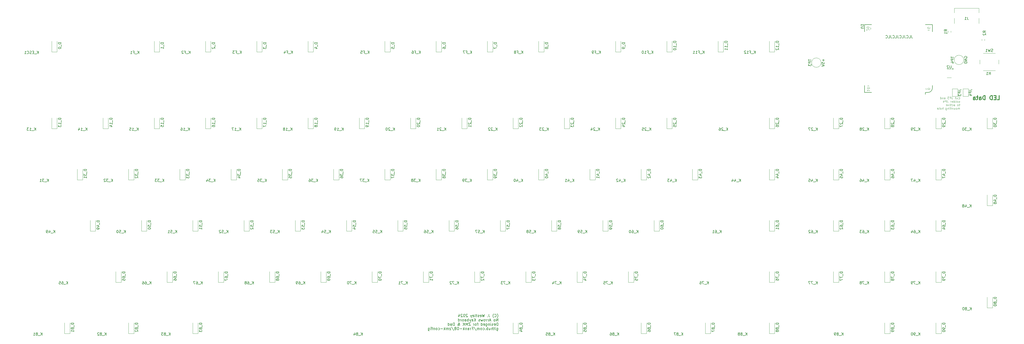
<source format=gbr>
G04 #@! TF.GenerationSoftware,KiCad,Pcbnew,8.0.6*
G04 #@! TF.CreationDate,2025-01-12T17:42:36+11:00*
G04 #@! TF.ProjectId,keyboard,6b657962-6f61-4726-942e-6b696361645f,rev?*
G04 #@! TF.SameCoordinates,Original*
G04 #@! TF.FileFunction,Legend,Bot*
G04 #@! TF.FilePolarity,Positive*
%FSLAX46Y46*%
G04 Gerber Fmt 4.6, Leading zero omitted, Abs format (unit mm)*
G04 Created by KiCad (PCBNEW 8.0.6) date 2025-01-12 17:42:36*
%MOMM*%
%LPD*%
G01*
G04 APERTURE LIST*
%ADD10C,0.125000*%
%ADD11C,0.150000*%
%ADD12C,0.300000*%
%ADD13C,0.120000*%
G04 APERTURE END LIST*
D10*
X376770144Y-52455539D02*
X376808240Y-52493635D01*
X376808240Y-52493635D02*
X376922525Y-52531730D01*
X376922525Y-52531730D02*
X376998716Y-52531730D01*
X376998716Y-52531730D02*
X377113002Y-52493635D01*
X377113002Y-52493635D02*
X377189192Y-52417444D01*
X377189192Y-52417444D02*
X377227287Y-52341254D01*
X377227287Y-52341254D02*
X377265383Y-52188873D01*
X377265383Y-52188873D02*
X377265383Y-52074587D01*
X377265383Y-52074587D02*
X377227287Y-51922206D01*
X377227287Y-51922206D02*
X377189192Y-51846015D01*
X377189192Y-51846015D02*
X377113002Y-51769825D01*
X377113002Y-51769825D02*
X376998716Y-51731730D01*
X376998716Y-51731730D02*
X376922525Y-51731730D01*
X376922525Y-51731730D02*
X376808240Y-51769825D01*
X376808240Y-51769825D02*
X376770144Y-51807920D01*
X376084430Y-51998396D02*
X376084430Y-52531730D01*
X376427287Y-51998396D02*
X376427287Y-52417444D01*
X376427287Y-52417444D02*
X376389192Y-52493635D01*
X376389192Y-52493635D02*
X376313002Y-52531730D01*
X376313002Y-52531730D02*
X376198716Y-52531730D01*
X376198716Y-52531730D02*
X376122525Y-52493635D01*
X376122525Y-52493635D02*
X376084430Y-52455539D01*
X375817763Y-51998396D02*
X375513001Y-51998396D01*
X375703477Y-51731730D02*
X375703477Y-52417444D01*
X375703477Y-52417444D02*
X375665382Y-52493635D01*
X375665382Y-52493635D02*
X375589192Y-52531730D01*
X375589192Y-52531730D02*
X375513001Y-52531730D01*
X374408239Y-51731730D02*
X374408239Y-52303158D01*
X374408239Y-52303158D02*
X374446334Y-52417444D01*
X374446334Y-52417444D02*
X374522525Y-52493635D01*
X374522525Y-52493635D02*
X374636810Y-52531730D01*
X374636810Y-52531730D02*
X374713001Y-52531730D01*
X374027286Y-52531730D02*
X374027286Y-51731730D01*
X374027286Y-51731730D02*
X373722524Y-51731730D01*
X373722524Y-51731730D02*
X373646334Y-51769825D01*
X373646334Y-51769825D02*
X373608239Y-51807920D01*
X373608239Y-51807920D02*
X373570143Y-51884111D01*
X373570143Y-51884111D02*
X373570143Y-51998396D01*
X373570143Y-51998396D02*
X373608239Y-52074587D01*
X373608239Y-52074587D02*
X373646334Y-52112682D01*
X373646334Y-52112682D02*
X373722524Y-52150777D01*
X373722524Y-52150777D02*
X374027286Y-52150777D01*
X373303477Y-51731730D02*
X372808239Y-51731730D01*
X372808239Y-51731730D02*
X373074905Y-52036492D01*
X373074905Y-52036492D02*
X372960620Y-52036492D01*
X372960620Y-52036492D02*
X372884429Y-52074587D01*
X372884429Y-52074587D02*
X372846334Y-52112682D01*
X372846334Y-52112682D02*
X372808239Y-52188873D01*
X372808239Y-52188873D02*
X372808239Y-52379349D01*
X372808239Y-52379349D02*
X372846334Y-52455539D01*
X372846334Y-52455539D02*
X372884429Y-52493635D01*
X372884429Y-52493635D02*
X372960620Y-52531730D01*
X372960620Y-52531730D02*
X373189191Y-52531730D01*
X373189191Y-52531730D02*
X373265382Y-52493635D01*
X373265382Y-52493635D02*
X373303477Y-52455539D01*
X371513000Y-52531730D02*
X371513000Y-52112682D01*
X371513000Y-52112682D02*
X371551095Y-52036492D01*
X371551095Y-52036492D02*
X371627286Y-51998396D01*
X371627286Y-51998396D02*
X371779667Y-51998396D01*
X371779667Y-51998396D02*
X371855857Y-52036492D01*
X371513000Y-52493635D02*
X371589191Y-52531730D01*
X371589191Y-52531730D02*
X371779667Y-52531730D01*
X371779667Y-52531730D02*
X371855857Y-52493635D01*
X371855857Y-52493635D02*
X371893953Y-52417444D01*
X371893953Y-52417444D02*
X371893953Y-52341254D01*
X371893953Y-52341254D02*
X371855857Y-52265063D01*
X371855857Y-52265063D02*
X371779667Y-52226968D01*
X371779667Y-52226968D02*
X371589191Y-52226968D01*
X371589191Y-52226968D02*
X371513000Y-52188873D01*
X371132047Y-51998396D02*
X371132047Y-52531730D01*
X371132047Y-52074587D02*
X371093952Y-52036492D01*
X371093952Y-52036492D02*
X371017762Y-51998396D01*
X371017762Y-51998396D02*
X370903476Y-51998396D01*
X370903476Y-51998396D02*
X370827285Y-52036492D01*
X370827285Y-52036492D02*
X370789190Y-52112682D01*
X370789190Y-52112682D02*
X370789190Y-52531730D01*
X370065380Y-52531730D02*
X370065380Y-51731730D01*
X370065380Y-52493635D02*
X370141571Y-52531730D01*
X370141571Y-52531730D02*
X370293952Y-52531730D01*
X370293952Y-52531730D02*
X370370142Y-52493635D01*
X370370142Y-52493635D02*
X370408237Y-52455539D01*
X370408237Y-52455539D02*
X370446333Y-52379349D01*
X370446333Y-52379349D02*
X370446333Y-52150777D01*
X370446333Y-52150777D02*
X370408237Y-52074587D01*
X370408237Y-52074587D02*
X370370142Y-52036492D01*
X370370142Y-52036492D02*
X370293952Y-51998396D01*
X370293952Y-51998396D02*
X370141571Y-51998396D01*
X370141571Y-51998396D02*
X370065380Y-52036492D01*
X377265383Y-53781590D02*
X377189192Y-53819685D01*
X377189192Y-53819685D02*
X377036811Y-53819685D01*
X377036811Y-53819685D02*
X376960621Y-53781590D01*
X376960621Y-53781590D02*
X376922525Y-53705399D01*
X376922525Y-53705399D02*
X376922525Y-53667304D01*
X376922525Y-53667304D02*
X376960621Y-53591113D01*
X376960621Y-53591113D02*
X377036811Y-53553018D01*
X377036811Y-53553018D02*
X377151097Y-53553018D01*
X377151097Y-53553018D02*
X377227287Y-53514923D01*
X377227287Y-53514923D02*
X377265383Y-53438732D01*
X377265383Y-53438732D02*
X377265383Y-53400637D01*
X377265383Y-53400637D02*
X377227287Y-53324447D01*
X377227287Y-53324447D02*
X377151097Y-53286351D01*
X377151097Y-53286351D02*
X377036811Y-53286351D01*
X377036811Y-53286351D02*
X376960621Y-53324447D01*
X376465383Y-53819685D02*
X376541573Y-53781590D01*
X376541573Y-53781590D02*
X376579668Y-53743494D01*
X376579668Y-53743494D02*
X376617764Y-53667304D01*
X376617764Y-53667304D02*
X376617764Y-53438732D01*
X376617764Y-53438732D02*
X376579668Y-53362542D01*
X376579668Y-53362542D02*
X376541573Y-53324447D01*
X376541573Y-53324447D02*
X376465383Y-53286351D01*
X376465383Y-53286351D02*
X376351097Y-53286351D01*
X376351097Y-53286351D02*
X376274906Y-53324447D01*
X376274906Y-53324447D02*
X376236811Y-53362542D01*
X376236811Y-53362542D02*
X376198716Y-53438732D01*
X376198716Y-53438732D02*
X376198716Y-53667304D01*
X376198716Y-53667304D02*
X376236811Y-53743494D01*
X376236811Y-53743494D02*
X376274906Y-53781590D01*
X376274906Y-53781590D02*
X376351097Y-53819685D01*
X376351097Y-53819685D02*
X376465383Y-53819685D01*
X375741573Y-53819685D02*
X375817763Y-53781590D01*
X375817763Y-53781590D02*
X375855858Y-53705399D01*
X375855858Y-53705399D02*
X375855858Y-53019685D01*
X375093953Y-53819685D02*
X375093953Y-53019685D01*
X375093953Y-53781590D02*
X375170144Y-53819685D01*
X375170144Y-53819685D02*
X375322525Y-53819685D01*
X375322525Y-53819685D02*
X375398715Y-53781590D01*
X375398715Y-53781590D02*
X375436810Y-53743494D01*
X375436810Y-53743494D02*
X375474906Y-53667304D01*
X375474906Y-53667304D02*
X375474906Y-53438732D01*
X375474906Y-53438732D02*
X375436810Y-53362542D01*
X375436810Y-53362542D02*
X375398715Y-53324447D01*
X375398715Y-53324447D02*
X375322525Y-53286351D01*
X375322525Y-53286351D02*
X375170144Y-53286351D01*
X375170144Y-53286351D02*
X375093953Y-53324447D01*
X374408238Y-53781590D02*
X374484429Y-53819685D01*
X374484429Y-53819685D02*
X374636810Y-53819685D01*
X374636810Y-53819685D02*
X374713000Y-53781590D01*
X374713000Y-53781590D02*
X374751096Y-53705399D01*
X374751096Y-53705399D02*
X374751096Y-53400637D01*
X374751096Y-53400637D02*
X374713000Y-53324447D01*
X374713000Y-53324447D02*
X374636810Y-53286351D01*
X374636810Y-53286351D02*
X374484429Y-53286351D01*
X374484429Y-53286351D02*
X374408238Y-53324447D01*
X374408238Y-53324447D02*
X374370143Y-53400637D01*
X374370143Y-53400637D02*
X374370143Y-53476828D01*
X374370143Y-53476828D02*
X374751096Y-53553018D01*
X374027286Y-53819685D02*
X374027286Y-53286351D01*
X374027286Y-53438732D02*
X373989191Y-53362542D01*
X373989191Y-53362542D02*
X373951096Y-53324447D01*
X373951096Y-53324447D02*
X373874905Y-53286351D01*
X373874905Y-53286351D02*
X373798715Y-53286351D01*
X372693953Y-53019685D02*
X372693953Y-53591113D01*
X372693953Y-53591113D02*
X372732048Y-53705399D01*
X372732048Y-53705399D02*
X372808239Y-53781590D01*
X372808239Y-53781590D02*
X372922524Y-53819685D01*
X372922524Y-53819685D02*
X372998715Y-53819685D01*
X372313000Y-53819685D02*
X372313000Y-53019685D01*
X372313000Y-53019685D02*
X372008238Y-53019685D01*
X372008238Y-53019685D02*
X371932048Y-53057780D01*
X371932048Y-53057780D02*
X371893953Y-53095875D01*
X371893953Y-53095875D02*
X371855857Y-53172066D01*
X371855857Y-53172066D02*
X371855857Y-53286351D01*
X371855857Y-53286351D02*
X371893953Y-53362542D01*
X371893953Y-53362542D02*
X371932048Y-53400637D01*
X371932048Y-53400637D02*
X372008238Y-53438732D01*
X372008238Y-53438732D02*
X372313000Y-53438732D01*
X371170143Y-53286351D02*
X371170143Y-53819685D01*
X371360619Y-52981590D02*
X371551096Y-53553018D01*
X371551096Y-53553018D02*
X371055857Y-53553018D01*
X377341573Y-54574306D02*
X377036811Y-54574306D01*
X377227287Y-54307640D02*
X377227287Y-54993354D01*
X377227287Y-54993354D02*
X377189192Y-55069545D01*
X377189192Y-55069545D02*
X377113002Y-55107640D01*
X377113002Y-55107640D02*
X377036811Y-55107640D01*
X376655859Y-55107640D02*
X376732049Y-55069545D01*
X376732049Y-55069545D02*
X376770144Y-55031449D01*
X376770144Y-55031449D02*
X376808240Y-54955259D01*
X376808240Y-54955259D02*
X376808240Y-54726687D01*
X376808240Y-54726687D02*
X376770144Y-54650497D01*
X376770144Y-54650497D02*
X376732049Y-54612402D01*
X376732049Y-54612402D02*
X376655859Y-54574306D01*
X376655859Y-54574306D02*
X376541573Y-54574306D01*
X376541573Y-54574306D02*
X376465382Y-54612402D01*
X376465382Y-54612402D02*
X376427287Y-54650497D01*
X376427287Y-54650497D02*
X376389192Y-54726687D01*
X376389192Y-54726687D02*
X376389192Y-54955259D01*
X376389192Y-54955259D02*
X376427287Y-55031449D01*
X376427287Y-55031449D02*
X376465382Y-55069545D01*
X376465382Y-55069545D02*
X376541573Y-55107640D01*
X376541573Y-55107640D02*
X376655859Y-55107640D01*
X375093953Y-55107640D02*
X375093953Y-54688592D01*
X375093953Y-54688592D02*
X375132048Y-54612402D01*
X375132048Y-54612402D02*
X375208239Y-54574306D01*
X375208239Y-54574306D02*
X375360620Y-54574306D01*
X375360620Y-54574306D02*
X375436810Y-54612402D01*
X375093953Y-55069545D02*
X375170144Y-55107640D01*
X375170144Y-55107640D02*
X375360620Y-55107640D01*
X375360620Y-55107640D02*
X375436810Y-55069545D01*
X375436810Y-55069545D02*
X375474906Y-54993354D01*
X375474906Y-54993354D02*
X375474906Y-54917164D01*
X375474906Y-54917164D02*
X375436810Y-54840973D01*
X375436810Y-54840973D02*
X375360620Y-54802878D01*
X375360620Y-54802878D02*
X375170144Y-54802878D01*
X375170144Y-54802878D02*
X375093953Y-54764783D01*
X374370143Y-55069545D02*
X374446334Y-55107640D01*
X374446334Y-55107640D02*
X374598715Y-55107640D01*
X374598715Y-55107640D02*
X374674905Y-55069545D01*
X374674905Y-55069545D02*
X374713000Y-55031449D01*
X374713000Y-55031449D02*
X374751096Y-54955259D01*
X374751096Y-54955259D02*
X374751096Y-54726687D01*
X374751096Y-54726687D02*
X374713000Y-54650497D01*
X374713000Y-54650497D02*
X374674905Y-54612402D01*
X374674905Y-54612402D02*
X374598715Y-54574306D01*
X374598715Y-54574306D02*
X374446334Y-54574306D01*
X374446334Y-54574306D02*
X374370143Y-54612402D01*
X374141572Y-54574306D02*
X373836810Y-54574306D01*
X374027286Y-54307640D02*
X374027286Y-54993354D01*
X374027286Y-54993354D02*
X373989191Y-55069545D01*
X373989191Y-55069545D02*
X373913001Y-55107640D01*
X373913001Y-55107640D02*
X373836810Y-55107640D01*
X373570143Y-55107640D02*
X373570143Y-54574306D01*
X373570143Y-54307640D02*
X373608239Y-54345735D01*
X373608239Y-54345735D02*
X373570143Y-54383830D01*
X373570143Y-54383830D02*
X373532048Y-54345735D01*
X373532048Y-54345735D02*
X373570143Y-54307640D01*
X373570143Y-54307640D02*
X373570143Y-54383830D01*
X373265382Y-54574306D02*
X373074906Y-55107640D01*
X373074906Y-55107640D02*
X372884429Y-54574306D01*
X372274905Y-55069545D02*
X372351096Y-55107640D01*
X372351096Y-55107640D02*
X372503477Y-55107640D01*
X372503477Y-55107640D02*
X372579667Y-55069545D01*
X372579667Y-55069545D02*
X372617763Y-54993354D01*
X372617763Y-54993354D02*
X372617763Y-54688592D01*
X372617763Y-54688592D02*
X372579667Y-54612402D01*
X372579667Y-54612402D02*
X372503477Y-54574306D01*
X372503477Y-54574306D02*
X372351096Y-54574306D01*
X372351096Y-54574306D02*
X372274905Y-54612402D01*
X372274905Y-54612402D02*
X372236810Y-54688592D01*
X372236810Y-54688592D02*
X372236810Y-54764783D01*
X372236810Y-54764783D02*
X372617763Y-54840973D01*
X377227287Y-56395595D02*
X377227287Y-55862261D01*
X377227287Y-55938452D02*
X377189192Y-55900357D01*
X377189192Y-55900357D02*
X377113002Y-55862261D01*
X377113002Y-55862261D02*
X376998716Y-55862261D01*
X376998716Y-55862261D02*
X376922525Y-55900357D01*
X376922525Y-55900357D02*
X376884430Y-55976547D01*
X376884430Y-55976547D02*
X376884430Y-56395595D01*
X376884430Y-55976547D02*
X376846335Y-55900357D01*
X376846335Y-55900357D02*
X376770144Y-55862261D01*
X376770144Y-55862261D02*
X376655859Y-55862261D01*
X376655859Y-55862261D02*
X376579668Y-55900357D01*
X376579668Y-55900357D02*
X376541573Y-55976547D01*
X376541573Y-55976547D02*
X376541573Y-56395595D01*
X376046335Y-56395595D02*
X376122525Y-56357500D01*
X376122525Y-56357500D02*
X376160620Y-56319404D01*
X376160620Y-56319404D02*
X376198716Y-56243214D01*
X376198716Y-56243214D02*
X376198716Y-56014642D01*
X376198716Y-56014642D02*
X376160620Y-55938452D01*
X376160620Y-55938452D02*
X376122525Y-55900357D01*
X376122525Y-55900357D02*
X376046335Y-55862261D01*
X376046335Y-55862261D02*
X375932049Y-55862261D01*
X375932049Y-55862261D02*
X375855858Y-55900357D01*
X375855858Y-55900357D02*
X375817763Y-55938452D01*
X375817763Y-55938452D02*
X375779668Y-56014642D01*
X375779668Y-56014642D02*
X375779668Y-56243214D01*
X375779668Y-56243214D02*
X375817763Y-56319404D01*
X375817763Y-56319404D02*
X375855858Y-56357500D01*
X375855858Y-56357500D02*
X375932049Y-56395595D01*
X375932049Y-56395595D02*
X376046335Y-56395595D01*
X375093953Y-55862261D02*
X375093953Y-56395595D01*
X375436810Y-55862261D02*
X375436810Y-56281309D01*
X375436810Y-56281309D02*
X375398715Y-56357500D01*
X375398715Y-56357500D02*
X375322525Y-56395595D01*
X375322525Y-56395595D02*
X375208239Y-56395595D01*
X375208239Y-56395595D02*
X375132048Y-56357500D01*
X375132048Y-56357500D02*
X375093953Y-56319404D01*
X374713000Y-55862261D02*
X374713000Y-56395595D01*
X374713000Y-55938452D02*
X374674905Y-55900357D01*
X374674905Y-55900357D02*
X374598715Y-55862261D01*
X374598715Y-55862261D02*
X374484429Y-55862261D01*
X374484429Y-55862261D02*
X374408238Y-55900357D01*
X374408238Y-55900357D02*
X374370143Y-55976547D01*
X374370143Y-55976547D02*
X374370143Y-56395595D01*
X374103476Y-55862261D02*
X373798714Y-55862261D01*
X373989190Y-55595595D02*
X373989190Y-56281309D01*
X373989190Y-56281309D02*
X373951095Y-56357500D01*
X373951095Y-56357500D02*
X373874905Y-56395595D01*
X373874905Y-56395595D02*
X373798714Y-56395595D01*
X373532047Y-56395595D02*
X373532047Y-55862261D01*
X373532047Y-55595595D02*
X373570143Y-55633690D01*
X373570143Y-55633690D02*
X373532047Y-55671785D01*
X373532047Y-55671785D02*
X373493952Y-55633690D01*
X373493952Y-55633690D02*
X373532047Y-55595595D01*
X373532047Y-55595595D02*
X373532047Y-55671785D01*
X373151095Y-55862261D02*
X373151095Y-56395595D01*
X373151095Y-55938452D02*
X373113000Y-55900357D01*
X373113000Y-55900357D02*
X373036810Y-55862261D01*
X373036810Y-55862261D02*
X372922524Y-55862261D01*
X372922524Y-55862261D02*
X372846333Y-55900357D01*
X372846333Y-55900357D02*
X372808238Y-55976547D01*
X372808238Y-55976547D02*
X372808238Y-56395595D01*
X372084428Y-55862261D02*
X372084428Y-56509880D01*
X372084428Y-56509880D02*
X372122523Y-56586071D01*
X372122523Y-56586071D02*
X372160619Y-56624166D01*
X372160619Y-56624166D02*
X372236809Y-56662261D01*
X372236809Y-56662261D02*
X372351095Y-56662261D01*
X372351095Y-56662261D02*
X372427285Y-56624166D01*
X372084428Y-56357500D02*
X372160619Y-56395595D01*
X372160619Y-56395595D02*
X372313000Y-56395595D01*
X372313000Y-56395595D02*
X372389190Y-56357500D01*
X372389190Y-56357500D02*
X372427285Y-56319404D01*
X372427285Y-56319404D02*
X372465381Y-56243214D01*
X372465381Y-56243214D02*
X372465381Y-56014642D01*
X372465381Y-56014642D02*
X372427285Y-55938452D01*
X372427285Y-55938452D02*
X372389190Y-55900357D01*
X372389190Y-55900357D02*
X372313000Y-55862261D01*
X372313000Y-55862261D02*
X372160619Y-55862261D01*
X372160619Y-55862261D02*
X372084428Y-55900357D01*
X371093951Y-56395595D02*
X371093951Y-55595595D01*
X370751094Y-56395595D02*
X370751094Y-55976547D01*
X370751094Y-55976547D02*
X370789189Y-55900357D01*
X370789189Y-55900357D02*
X370865380Y-55862261D01*
X370865380Y-55862261D02*
X370979666Y-55862261D01*
X370979666Y-55862261D02*
X371055856Y-55900357D01*
X371055856Y-55900357D02*
X371093951Y-55938452D01*
X370255856Y-56395595D02*
X370332046Y-56357500D01*
X370332046Y-56357500D02*
X370370141Y-56319404D01*
X370370141Y-56319404D02*
X370408237Y-56243214D01*
X370408237Y-56243214D02*
X370408237Y-56014642D01*
X370408237Y-56014642D02*
X370370141Y-55938452D01*
X370370141Y-55938452D02*
X370332046Y-55900357D01*
X370332046Y-55900357D02*
X370255856Y-55862261D01*
X370255856Y-55862261D02*
X370141570Y-55862261D01*
X370141570Y-55862261D02*
X370065379Y-55900357D01*
X370065379Y-55900357D02*
X370027284Y-55938452D01*
X370027284Y-55938452D02*
X369989189Y-56014642D01*
X369989189Y-56014642D02*
X369989189Y-56243214D01*
X369989189Y-56243214D02*
X370027284Y-56319404D01*
X370027284Y-56319404D02*
X370065379Y-56357500D01*
X370065379Y-56357500D02*
X370141570Y-56395595D01*
X370141570Y-56395595D02*
X370255856Y-56395595D01*
X369532046Y-56395595D02*
X369608236Y-56357500D01*
X369608236Y-56357500D02*
X369646331Y-56281309D01*
X369646331Y-56281309D02*
X369646331Y-55595595D01*
X368922521Y-56357500D02*
X368998712Y-56395595D01*
X368998712Y-56395595D02*
X369151093Y-56395595D01*
X369151093Y-56395595D02*
X369227283Y-56357500D01*
X369227283Y-56357500D02*
X369265379Y-56281309D01*
X369265379Y-56281309D02*
X369265379Y-55976547D01*
X369265379Y-55976547D02*
X369227283Y-55900357D01*
X369227283Y-55900357D02*
X369151093Y-55862261D01*
X369151093Y-55862261D02*
X368998712Y-55862261D01*
X368998712Y-55862261D02*
X368922521Y-55900357D01*
X368922521Y-55900357D02*
X368884426Y-55976547D01*
X368884426Y-55976547D02*
X368884426Y-56052738D01*
X368884426Y-56052738D02*
X369265379Y-56128928D01*
D11*
X359377506Y-28869819D02*
X359377506Y-29584104D01*
X359377506Y-29584104D02*
X359425125Y-29726961D01*
X359425125Y-29726961D02*
X359520363Y-29822200D01*
X359520363Y-29822200D02*
X359663220Y-29869819D01*
X359663220Y-29869819D02*
X359758458Y-29869819D01*
X358425125Y-29869819D02*
X358901315Y-29869819D01*
X358901315Y-29869819D02*
X358901315Y-28869819D01*
X357520363Y-29774580D02*
X357567982Y-29822200D01*
X357567982Y-29822200D02*
X357710839Y-29869819D01*
X357710839Y-29869819D02*
X357806077Y-29869819D01*
X357806077Y-29869819D02*
X357948934Y-29822200D01*
X357948934Y-29822200D02*
X358044172Y-29726961D01*
X358044172Y-29726961D02*
X358091791Y-29631723D01*
X358091791Y-29631723D02*
X358139410Y-29441247D01*
X358139410Y-29441247D02*
X358139410Y-29298390D01*
X358139410Y-29298390D02*
X358091791Y-29107914D01*
X358091791Y-29107914D02*
X358044172Y-29012676D01*
X358044172Y-29012676D02*
X357948934Y-28917438D01*
X357948934Y-28917438D02*
X357806077Y-28869819D01*
X357806077Y-28869819D02*
X357710839Y-28869819D01*
X357710839Y-28869819D02*
X357567982Y-28917438D01*
X357567982Y-28917438D02*
X357520363Y-28965057D01*
X356806077Y-28869819D02*
X356806077Y-29584104D01*
X356806077Y-29584104D02*
X356853696Y-29726961D01*
X356853696Y-29726961D02*
X356948934Y-29822200D01*
X356948934Y-29822200D02*
X357091791Y-29869819D01*
X357091791Y-29869819D02*
X357187029Y-29869819D01*
X355853696Y-29869819D02*
X356329886Y-29869819D01*
X356329886Y-29869819D02*
X356329886Y-28869819D01*
X354948934Y-29774580D02*
X354996553Y-29822200D01*
X354996553Y-29822200D02*
X355139410Y-29869819D01*
X355139410Y-29869819D02*
X355234648Y-29869819D01*
X355234648Y-29869819D02*
X355377505Y-29822200D01*
X355377505Y-29822200D02*
X355472743Y-29726961D01*
X355472743Y-29726961D02*
X355520362Y-29631723D01*
X355520362Y-29631723D02*
X355567981Y-29441247D01*
X355567981Y-29441247D02*
X355567981Y-29298390D01*
X355567981Y-29298390D02*
X355520362Y-29107914D01*
X355520362Y-29107914D02*
X355472743Y-29012676D01*
X355472743Y-29012676D02*
X355377505Y-28917438D01*
X355377505Y-28917438D02*
X355234648Y-28869819D01*
X355234648Y-28869819D02*
X355139410Y-28869819D01*
X355139410Y-28869819D02*
X354996553Y-28917438D01*
X354996553Y-28917438D02*
X354948934Y-28965057D01*
X354234648Y-28869819D02*
X354234648Y-29584104D01*
X354234648Y-29584104D02*
X354282267Y-29726961D01*
X354282267Y-29726961D02*
X354377505Y-29822200D01*
X354377505Y-29822200D02*
X354520362Y-29869819D01*
X354520362Y-29869819D02*
X354615600Y-29869819D01*
X353282267Y-29869819D02*
X353758457Y-29869819D01*
X353758457Y-29869819D02*
X353758457Y-28869819D01*
X352377505Y-29774580D02*
X352425124Y-29822200D01*
X352425124Y-29822200D02*
X352567981Y-29869819D01*
X352567981Y-29869819D02*
X352663219Y-29869819D01*
X352663219Y-29869819D02*
X352806076Y-29822200D01*
X352806076Y-29822200D02*
X352901314Y-29726961D01*
X352901314Y-29726961D02*
X352948933Y-29631723D01*
X352948933Y-29631723D02*
X352996552Y-29441247D01*
X352996552Y-29441247D02*
X352996552Y-29298390D01*
X352996552Y-29298390D02*
X352948933Y-29107914D01*
X352948933Y-29107914D02*
X352901314Y-29012676D01*
X352901314Y-29012676D02*
X352806076Y-28917438D01*
X352806076Y-28917438D02*
X352663219Y-28869819D01*
X352663219Y-28869819D02*
X352567981Y-28869819D01*
X352567981Y-28869819D02*
X352425124Y-28917438D01*
X352425124Y-28917438D02*
X352377505Y-28965057D01*
X351663219Y-28869819D02*
X351663219Y-29584104D01*
X351663219Y-29584104D02*
X351710838Y-29726961D01*
X351710838Y-29726961D02*
X351806076Y-29822200D01*
X351806076Y-29822200D02*
X351948933Y-29869819D01*
X351948933Y-29869819D02*
X352044171Y-29869819D01*
X350710838Y-29869819D02*
X351187028Y-29869819D01*
X351187028Y-29869819D02*
X351187028Y-28869819D01*
X349806076Y-29774580D02*
X349853695Y-29822200D01*
X349853695Y-29822200D02*
X349996552Y-29869819D01*
X349996552Y-29869819D02*
X350091790Y-29869819D01*
X350091790Y-29869819D02*
X350234647Y-29822200D01*
X350234647Y-29822200D02*
X350329885Y-29726961D01*
X350329885Y-29726961D02*
X350377504Y-29631723D01*
X350377504Y-29631723D02*
X350425123Y-29441247D01*
X350425123Y-29441247D02*
X350425123Y-29298390D01*
X350425123Y-29298390D02*
X350377504Y-29107914D01*
X350377504Y-29107914D02*
X350329885Y-29012676D01*
X350329885Y-29012676D02*
X350234647Y-28917438D01*
X350234647Y-28917438D02*
X350091790Y-28869819D01*
X350091790Y-28869819D02*
X349996552Y-28869819D01*
X349996552Y-28869819D02*
X349853695Y-28917438D01*
X349853695Y-28917438D02*
X349806076Y-28965057D01*
D12*
X391231203Y-52800828D02*
X391945489Y-52800828D01*
X391945489Y-52800828D02*
X391945489Y-51300828D01*
X390731203Y-52015114D02*
X390231203Y-52015114D01*
X390016917Y-52800828D02*
X390731203Y-52800828D01*
X390731203Y-52800828D02*
X390731203Y-51300828D01*
X390731203Y-51300828D02*
X390016917Y-51300828D01*
X389374060Y-52800828D02*
X389374060Y-51300828D01*
X389374060Y-51300828D02*
X389016917Y-51300828D01*
X389016917Y-51300828D02*
X388802631Y-51372257D01*
X388802631Y-51372257D02*
X388659774Y-51515114D01*
X388659774Y-51515114D02*
X388588345Y-51657971D01*
X388588345Y-51657971D02*
X388516917Y-51943685D01*
X388516917Y-51943685D02*
X388516917Y-52157971D01*
X388516917Y-52157971D02*
X388588345Y-52443685D01*
X388588345Y-52443685D02*
X388659774Y-52586542D01*
X388659774Y-52586542D02*
X388802631Y-52729400D01*
X388802631Y-52729400D02*
X389016917Y-52800828D01*
X389016917Y-52800828D02*
X389374060Y-52800828D01*
X386731203Y-52800828D02*
X386731203Y-51300828D01*
X386731203Y-51300828D02*
X386374060Y-51300828D01*
X386374060Y-51300828D02*
X386159774Y-51372257D01*
X386159774Y-51372257D02*
X386016917Y-51515114D01*
X386016917Y-51515114D02*
X385945488Y-51657971D01*
X385945488Y-51657971D02*
X385874060Y-51943685D01*
X385874060Y-51943685D02*
X385874060Y-52157971D01*
X385874060Y-52157971D02*
X385945488Y-52443685D01*
X385945488Y-52443685D02*
X386016917Y-52586542D01*
X386016917Y-52586542D02*
X386159774Y-52729400D01*
X386159774Y-52729400D02*
X386374060Y-52800828D01*
X386374060Y-52800828D02*
X386731203Y-52800828D01*
X384588346Y-52800828D02*
X384588346Y-52015114D01*
X384588346Y-52015114D02*
X384659774Y-51872257D01*
X384659774Y-51872257D02*
X384802631Y-51800828D01*
X384802631Y-51800828D02*
X385088346Y-51800828D01*
X385088346Y-51800828D02*
X385231203Y-51872257D01*
X384588346Y-52729400D02*
X384731203Y-52800828D01*
X384731203Y-52800828D02*
X385088346Y-52800828D01*
X385088346Y-52800828D02*
X385231203Y-52729400D01*
X385231203Y-52729400D02*
X385302631Y-52586542D01*
X385302631Y-52586542D02*
X385302631Y-52443685D01*
X385302631Y-52443685D02*
X385231203Y-52300828D01*
X385231203Y-52300828D02*
X385088346Y-52229400D01*
X385088346Y-52229400D02*
X384731203Y-52229400D01*
X384731203Y-52229400D02*
X384588346Y-52157971D01*
X384088345Y-51800828D02*
X383516917Y-51800828D01*
X383874060Y-51300828D02*
X383874060Y-52586542D01*
X383874060Y-52586542D02*
X383802631Y-52729400D01*
X383802631Y-52729400D02*
X383659774Y-52800828D01*
X383659774Y-52800828D02*
X383516917Y-52800828D01*
X382374060Y-52800828D02*
X382374060Y-52015114D01*
X382374060Y-52015114D02*
X382445488Y-51872257D01*
X382445488Y-51872257D02*
X382588345Y-51800828D01*
X382588345Y-51800828D02*
X382874060Y-51800828D01*
X382874060Y-51800828D02*
X383016917Y-51872257D01*
X382374060Y-52729400D02*
X382516917Y-52800828D01*
X382516917Y-52800828D02*
X382874060Y-52800828D01*
X382874060Y-52800828D02*
X383016917Y-52729400D01*
X383016917Y-52729400D02*
X383088345Y-52586542D01*
X383088345Y-52586542D02*
X383088345Y-52443685D01*
X383088345Y-52443685D02*
X383016917Y-52300828D01*
X383016917Y-52300828D02*
X382874060Y-52229400D01*
X382874060Y-52229400D02*
X382516917Y-52229400D01*
X382516917Y-52229400D02*
X382374060Y-52157971D01*
D11*
X205377506Y-133920939D02*
X205425125Y-133873320D01*
X205425125Y-133873320D02*
X205520363Y-133730463D01*
X205520363Y-133730463D02*
X205567982Y-133635225D01*
X205567982Y-133635225D02*
X205615601Y-133492368D01*
X205615601Y-133492368D02*
X205663220Y-133254272D01*
X205663220Y-133254272D02*
X205663220Y-133063796D01*
X205663220Y-133063796D02*
X205615601Y-132825701D01*
X205615601Y-132825701D02*
X205567982Y-132682844D01*
X205567982Y-132682844D02*
X205520363Y-132587606D01*
X205520363Y-132587606D02*
X205425125Y-132444748D01*
X205425125Y-132444748D02*
X205377506Y-132397129D01*
X204425125Y-133444748D02*
X204472744Y-133492368D01*
X204472744Y-133492368D02*
X204615601Y-133539987D01*
X204615601Y-133539987D02*
X204710839Y-133539987D01*
X204710839Y-133539987D02*
X204853696Y-133492368D01*
X204853696Y-133492368D02*
X204948934Y-133397129D01*
X204948934Y-133397129D02*
X204996553Y-133301891D01*
X204996553Y-133301891D02*
X205044172Y-133111415D01*
X205044172Y-133111415D02*
X205044172Y-132968558D01*
X205044172Y-132968558D02*
X204996553Y-132778082D01*
X204996553Y-132778082D02*
X204948934Y-132682844D01*
X204948934Y-132682844D02*
X204853696Y-132587606D01*
X204853696Y-132587606D02*
X204710839Y-132539987D01*
X204710839Y-132539987D02*
X204615601Y-132539987D01*
X204615601Y-132539987D02*
X204472744Y-132587606D01*
X204472744Y-132587606D02*
X204425125Y-132635225D01*
X204091791Y-133920939D02*
X204044172Y-133873320D01*
X204044172Y-133873320D02*
X203948934Y-133730463D01*
X203948934Y-133730463D02*
X203901315Y-133635225D01*
X203901315Y-133635225D02*
X203853696Y-133492368D01*
X203853696Y-133492368D02*
X203806077Y-133254272D01*
X203806077Y-133254272D02*
X203806077Y-133063796D01*
X203806077Y-133063796D02*
X203853696Y-132825701D01*
X203853696Y-132825701D02*
X203901315Y-132682844D01*
X203901315Y-132682844D02*
X203948934Y-132587606D01*
X203948934Y-132587606D02*
X204044172Y-132444748D01*
X204044172Y-132444748D02*
X204091791Y-132397129D01*
X202282267Y-132539987D02*
X202282267Y-133254272D01*
X202282267Y-133254272D02*
X202329886Y-133397129D01*
X202329886Y-133397129D02*
X202425124Y-133492368D01*
X202425124Y-133492368D02*
X202567981Y-133539987D01*
X202567981Y-133539987D02*
X202663219Y-133539987D01*
X201806076Y-133444748D02*
X201758457Y-133492368D01*
X201758457Y-133492368D02*
X201806076Y-133539987D01*
X201806076Y-133539987D02*
X201853695Y-133492368D01*
X201853695Y-133492368D02*
X201806076Y-133444748D01*
X201806076Y-133444748D02*
X201806076Y-133539987D01*
X200663219Y-132539987D02*
X200425124Y-133539987D01*
X200425124Y-133539987D02*
X200234648Y-132825701D01*
X200234648Y-132825701D02*
X200044172Y-133539987D01*
X200044172Y-133539987D02*
X199806077Y-132539987D01*
X199044172Y-133492368D02*
X199139410Y-133539987D01*
X199139410Y-133539987D02*
X199329886Y-133539987D01*
X199329886Y-133539987D02*
X199425124Y-133492368D01*
X199425124Y-133492368D02*
X199472743Y-133397129D01*
X199472743Y-133397129D02*
X199472743Y-133016177D01*
X199472743Y-133016177D02*
X199425124Y-132920939D01*
X199425124Y-132920939D02*
X199329886Y-132873320D01*
X199329886Y-132873320D02*
X199139410Y-132873320D01*
X199139410Y-132873320D02*
X199044172Y-132920939D01*
X199044172Y-132920939D02*
X198996553Y-133016177D01*
X198996553Y-133016177D02*
X198996553Y-133111415D01*
X198996553Y-133111415D02*
X199472743Y-133206653D01*
X198615600Y-133492368D02*
X198520362Y-133539987D01*
X198520362Y-133539987D02*
X198329886Y-133539987D01*
X198329886Y-133539987D02*
X198234648Y-133492368D01*
X198234648Y-133492368D02*
X198187029Y-133397129D01*
X198187029Y-133397129D02*
X198187029Y-133349510D01*
X198187029Y-133349510D02*
X198234648Y-133254272D01*
X198234648Y-133254272D02*
X198329886Y-133206653D01*
X198329886Y-133206653D02*
X198472743Y-133206653D01*
X198472743Y-133206653D02*
X198567981Y-133159034D01*
X198567981Y-133159034D02*
X198615600Y-133063796D01*
X198615600Y-133063796D02*
X198615600Y-133016177D01*
X198615600Y-133016177D02*
X198567981Y-132920939D01*
X198567981Y-132920939D02*
X198472743Y-132873320D01*
X198472743Y-132873320D02*
X198329886Y-132873320D01*
X198329886Y-132873320D02*
X198234648Y-132920939D01*
X197901314Y-132873320D02*
X197520362Y-132873320D01*
X197758457Y-132539987D02*
X197758457Y-133397129D01*
X197758457Y-133397129D02*
X197710838Y-133492368D01*
X197710838Y-133492368D02*
X197615600Y-133539987D01*
X197615600Y-133539987D02*
X197520362Y-133539987D01*
X197044171Y-133539987D02*
X197139409Y-133492368D01*
X197139409Y-133492368D02*
X197187028Y-133397129D01*
X197187028Y-133397129D02*
X197187028Y-132539987D01*
X196282266Y-133492368D02*
X196377504Y-133539987D01*
X196377504Y-133539987D02*
X196567980Y-133539987D01*
X196567980Y-133539987D02*
X196663218Y-133492368D01*
X196663218Y-133492368D02*
X196710837Y-133397129D01*
X196710837Y-133397129D02*
X196710837Y-133016177D01*
X196710837Y-133016177D02*
X196663218Y-132920939D01*
X196663218Y-132920939D02*
X196567980Y-132873320D01*
X196567980Y-132873320D02*
X196377504Y-132873320D01*
X196377504Y-132873320D02*
X196282266Y-132920939D01*
X196282266Y-132920939D02*
X196234647Y-133016177D01*
X196234647Y-133016177D02*
X196234647Y-133111415D01*
X196234647Y-133111415D02*
X196710837Y-133206653D01*
X195901313Y-132873320D02*
X195663218Y-133539987D01*
X195425123Y-132873320D02*
X195663218Y-133539987D01*
X195663218Y-133539987D02*
X195758456Y-133778082D01*
X195758456Y-133778082D02*
X195806075Y-133825701D01*
X195806075Y-133825701D02*
X195901313Y-133873320D01*
X194329884Y-132635225D02*
X194282265Y-132587606D01*
X194282265Y-132587606D02*
X194187027Y-132539987D01*
X194187027Y-132539987D02*
X193948932Y-132539987D01*
X193948932Y-132539987D02*
X193853694Y-132587606D01*
X193853694Y-132587606D02*
X193806075Y-132635225D01*
X193806075Y-132635225D02*
X193758456Y-132730463D01*
X193758456Y-132730463D02*
X193758456Y-132825701D01*
X193758456Y-132825701D02*
X193806075Y-132968558D01*
X193806075Y-132968558D02*
X194377503Y-133539987D01*
X194377503Y-133539987D02*
X193758456Y-133539987D01*
X193139408Y-132539987D02*
X193044170Y-132539987D01*
X193044170Y-132539987D02*
X192948932Y-132587606D01*
X192948932Y-132587606D02*
X192901313Y-132635225D01*
X192901313Y-132635225D02*
X192853694Y-132730463D01*
X192853694Y-132730463D02*
X192806075Y-132920939D01*
X192806075Y-132920939D02*
X192806075Y-133159034D01*
X192806075Y-133159034D02*
X192853694Y-133349510D01*
X192853694Y-133349510D02*
X192901313Y-133444748D01*
X192901313Y-133444748D02*
X192948932Y-133492368D01*
X192948932Y-133492368D02*
X193044170Y-133539987D01*
X193044170Y-133539987D02*
X193139408Y-133539987D01*
X193139408Y-133539987D02*
X193234646Y-133492368D01*
X193234646Y-133492368D02*
X193282265Y-133444748D01*
X193282265Y-133444748D02*
X193329884Y-133349510D01*
X193329884Y-133349510D02*
X193377503Y-133159034D01*
X193377503Y-133159034D02*
X193377503Y-132920939D01*
X193377503Y-132920939D02*
X193329884Y-132730463D01*
X193329884Y-132730463D02*
X193282265Y-132635225D01*
X193282265Y-132635225D02*
X193234646Y-132587606D01*
X193234646Y-132587606D02*
X193139408Y-132539987D01*
X192425122Y-132635225D02*
X192377503Y-132587606D01*
X192377503Y-132587606D02*
X192282265Y-132539987D01*
X192282265Y-132539987D02*
X192044170Y-132539987D01*
X192044170Y-132539987D02*
X191948932Y-132587606D01*
X191948932Y-132587606D02*
X191901313Y-132635225D01*
X191901313Y-132635225D02*
X191853694Y-132730463D01*
X191853694Y-132730463D02*
X191853694Y-132825701D01*
X191853694Y-132825701D02*
X191901313Y-132968558D01*
X191901313Y-132968558D02*
X192472741Y-133539987D01*
X192472741Y-133539987D02*
X191853694Y-133539987D01*
X190996551Y-132873320D02*
X190996551Y-133539987D01*
X191234646Y-132492368D02*
X191472741Y-133206653D01*
X191472741Y-133206653D02*
X190853694Y-133206653D01*
X205663220Y-135149931D02*
X205663220Y-134149931D01*
X205663220Y-134149931D02*
X205091792Y-135149931D01*
X205091792Y-135149931D02*
X205091792Y-134149931D01*
X204472744Y-135149931D02*
X204567982Y-135102312D01*
X204567982Y-135102312D02*
X204615601Y-135054692D01*
X204615601Y-135054692D02*
X204663220Y-134959454D01*
X204663220Y-134959454D02*
X204663220Y-134673740D01*
X204663220Y-134673740D02*
X204615601Y-134578502D01*
X204615601Y-134578502D02*
X204567982Y-134530883D01*
X204567982Y-134530883D02*
X204472744Y-134483264D01*
X204472744Y-134483264D02*
X204329887Y-134483264D01*
X204329887Y-134483264D02*
X204234649Y-134530883D01*
X204234649Y-134530883D02*
X204187030Y-134578502D01*
X204187030Y-134578502D02*
X204139411Y-134673740D01*
X204139411Y-134673740D02*
X204139411Y-134959454D01*
X204139411Y-134959454D02*
X204187030Y-135054692D01*
X204187030Y-135054692D02*
X204234649Y-135102312D01*
X204234649Y-135102312D02*
X204329887Y-135149931D01*
X204329887Y-135149931D02*
X204472744Y-135149931D01*
X202996553Y-134864216D02*
X202520363Y-134864216D01*
X203091791Y-135149931D02*
X202758458Y-134149931D01*
X202758458Y-134149931D02*
X202425125Y-135149931D01*
X202091791Y-135149931D02*
X202091791Y-134483264D01*
X202091791Y-134673740D02*
X202044172Y-134578502D01*
X202044172Y-134578502D02*
X201996553Y-134530883D01*
X201996553Y-134530883D02*
X201901315Y-134483264D01*
X201901315Y-134483264D02*
X201806077Y-134483264D01*
X201472743Y-135149931D02*
X201472743Y-134483264D01*
X201472743Y-134673740D02*
X201425124Y-134578502D01*
X201425124Y-134578502D02*
X201377505Y-134530883D01*
X201377505Y-134530883D02*
X201282267Y-134483264D01*
X201282267Y-134483264D02*
X201187029Y-134483264D01*
X200710838Y-135149931D02*
X200806076Y-135102312D01*
X200806076Y-135102312D02*
X200853695Y-135054692D01*
X200853695Y-135054692D02*
X200901314Y-134959454D01*
X200901314Y-134959454D02*
X200901314Y-134673740D01*
X200901314Y-134673740D02*
X200853695Y-134578502D01*
X200853695Y-134578502D02*
X200806076Y-134530883D01*
X200806076Y-134530883D02*
X200710838Y-134483264D01*
X200710838Y-134483264D02*
X200567981Y-134483264D01*
X200567981Y-134483264D02*
X200472743Y-134530883D01*
X200472743Y-134530883D02*
X200425124Y-134578502D01*
X200425124Y-134578502D02*
X200377505Y-134673740D01*
X200377505Y-134673740D02*
X200377505Y-134959454D01*
X200377505Y-134959454D02*
X200425124Y-135054692D01*
X200425124Y-135054692D02*
X200472743Y-135102312D01*
X200472743Y-135102312D02*
X200567981Y-135149931D01*
X200567981Y-135149931D02*
X200710838Y-135149931D01*
X200044171Y-134483264D02*
X199853695Y-135149931D01*
X199853695Y-135149931D02*
X199663219Y-134673740D01*
X199663219Y-134673740D02*
X199472743Y-135149931D01*
X199472743Y-135149931D02*
X199282267Y-134483264D01*
X198948933Y-135102312D02*
X198853695Y-135149931D01*
X198853695Y-135149931D02*
X198663219Y-135149931D01*
X198663219Y-135149931D02*
X198567981Y-135102312D01*
X198567981Y-135102312D02*
X198520362Y-135007073D01*
X198520362Y-135007073D02*
X198520362Y-134959454D01*
X198520362Y-134959454D02*
X198567981Y-134864216D01*
X198567981Y-134864216D02*
X198663219Y-134816597D01*
X198663219Y-134816597D02*
X198806076Y-134816597D01*
X198806076Y-134816597D02*
X198901314Y-134768978D01*
X198901314Y-134768978D02*
X198948933Y-134673740D01*
X198948933Y-134673740D02*
X198948933Y-134626121D01*
X198948933Y-134626121D02*
X198901314Y-134530883D01*
X198901314Y-134530883D02*
X198806076Y-134483264D01*
X198806076Y-134483264D02*
X198663219Y-134483264D01*
X198663219Y-134483264D02*
X198567981Y-134530883D01*
X197329885Y-135149931D02*
X197329885Y-134149931D01*
X196758457Y-135149931D02*
X197187028Y-134578502D01*
X196758457Y-134149931D02*
X197329885Y-134721359D01*
X195948933Y-135102312D02*
X196044171Y-135149931D01*
X196044171Y-135149931D02*
X196234647Y-135149931D01*
X196234647Y-135149931D02*
X196329885Y-135102312D01*
X196329885Y-135102312D02*
X196377504Y-135007073D01*
X196377504Y-135007073D02*
X196377504Y-134626121D01*
X196377504Y-134626121D02*
X196329885Y-134530883D01*
X196329885Y-134530883D02*
X196234647Y-134483264D01*
X196234647Y-134483264D02*
X196044171Y-134483264D01*
X196044171Y-134483264D02*
X195948933Y-134530883D01*
X195948933Y-134530883D02*
X195901314Y-134626121D01*
X195901314Y-134626121D02*
X195901314Y-134721359D01*
X195901314Y-134721359D02*
X196377504Y-134816597D01*
X195567980Y-134483264D02*
X195329885Y-135149931D01*
X195091790Y-134483264D02*
X195329885Y-135149931D01*
X195329885Y-135149931D02*
X195425123Y-135388026D01*
X195425123Y-135388026D02*
X195472742Y-135435645D01*
X195472742Y-135435645D02*
X195567980Y-135483264D01*
X194710837Y-135149931D02*
X194710837Y-134149931D01*
X194710837Y-134530883D02*
X194615599Y-134483264D01*
X194615599Y-134483264D02*
X194425123Y-134483264D01*
X194425123Y-134483264D02*
X194329885Y-134530883D01*
X194329885Y-134530883D02*
X194282266Y-134578502D01*
X194282266Y-134578502D02*
X194234647Y-134673740D01*
X194234647Y-134673740D02*
X194234647Y-134959454D01*
X194234647Y-134959454D02*
X194282266Y-135054692D01*
X194282266Y-135054692D02*
X194329885Y-135102312D01*
X194329885Y-135102312D02*
X194425123Y-135149931D01*
X194425123Y-135149931D02*
X194615599Y-135149931D01*
X194615599Y-135149931D02*
X194710837Y-135102312D01*
X193377504Y-135149931D02*
X193377504Y-134626121D01*
X193377504Y-134626121D02*
X193425123Y-134530883D01*
X193425123Y-134530883D02*
X193520361Y-134483264D01*
X193520361Y-134483264D02*
X193710837Y-134483264D01*
X193710837Y-134483264D02*
X193806075Y-134530883D01*
X193377504Y-135102312D02*
X193472742Y-135149931D01*
X193472742Y-135149931D02*
X193710837Y-135149931D01*
X193710837Y-135149931D02*
X193806075Y-135102312D01*
X193806075Y-135102312D02*
X193853694Y-135007073D01*
X193853694Y-135007073D02*
X193853694Y-134911835D01*
X193853694Y-134911835D02*
X193806075Y-134816597D01*
X193806075Y-134816597D02*
X193710837Y-134768978D01*
X193710837Y-134768978D02*
X193472742Y-134768978D01*
X193472742Y-134768978D02*
X193377504Y-134721359D01*
X192758456Y-135149931D02*
X192853694Y-135102312D01*
X192853694Y-135102312D02*
X192901313Y-135054692D01*
X192901313Y-135054692D02*
X192948932Y-134959454D01*
X192948932Y-134959454D02*
X192948932Y-134673740D01*
X192948932Y-134673740D02*
X192901313Y-134578502D01*
X192901313Y-134578502D02*
X192853694Y-134530883D01*
X192853694Y-134530883D02*
X192758456Y-134483264D01*
X192758456Y-134483264D02*
X192615599Y-134483264D01*
X192615599Y-134483264D02*
X192520361Y-134530883D01*
X192520361Y-134530883D02*
X192472742Y-134578502D01*
X192472742Y-134578502D02*
X192425123Y-134673740D01*
X192425123Y-134673740D02*
X192425123Y-134959454D01*
X192425123Y-134959454D02*
X192472742Y-135054692D01*
X192472742Y-135054692D02*
X192520361Y-135102312D01*
X192520361Y-135102312D02*
X192615599Y-135149931D01*
X192615599Y-135149931D02*
X192758456Y-135149931D01*
X191996551Y-135149931D02*
X191996551Y-134483264D01*
X191996551Y-134673740D02*
X191948932Y-134578502D01*
X191948932Y-134578502D02*
X191901313Y-134530883D01*
X191901313Y-134530883D02*
X191806075Y-134483264D01*
X191806075Y-134483264D02*
X191710837Y-134483264D01*
X190948932Y-135149931D02*
X190948932Y-134149931D01*
X190948932Y-135102312D02*
X191044170Y-135149931D01*
X191044170Y-135149931D02*
X191234646Y-135149931D01*
X191234646Y-135149931D02*
X191329884Y-135102312D01*
X191329884Y-135102312D02*
X191377503Y-135054692D01*
X191377503Y-135054692D02*
X191425122Y-134959454D01*
X191425122Y-134959454D02*
X191425122Y-134673740D01*
X191425122Y-134673740D02*
X191377503Y-134578502D01*
X191377503Y-134578502D02*
X191329884Y-134530883D01*
X191329884Y-134530883D02*
X191234646Y-134483264D01*
X191234646Y-134483264D02*
X191044170Y-134483264D01*
X191044170Y-134483264D02*
X190948932Y-134530883D01*
X205663220Y-136759875D02*
X205663220Y-135759875D01*
X205663220Y-135759875D02*
X205425125Y-135759875D01*
X205425125Y-135759875D02*
X205282268Y-135807494D01*
X205282268Y-135807494D02*
X205187030Y-135902732D01*
X205187030Y-135902732D02*
X205139411Y-135997970D01*
X205139411Y-135997970D02*
X205091792Y-136188446D01*
X205091792Y-136188446D02*
X205091792Y-136331303D01*
X205091792Y-136331303D02*
X205139411Y-136521779D01*
X205139411Y-136521779D02*
X205187030Y-136617017D01*
X205187030Y-136617017D02*
X205282268Y-136712256D01*
X205282268Y-136712256D02*
X205425125Y-136759875D01*
X205425125Y-136759875D02*
X205663220Y-136759875D01*
X204282268Y-136712256D02*
X204377506Y-136759875D01*
X204377506Y-136759875D02*
X204567982Y-136759875D01*
X204567982Y-136759875D02*
X204663220Y-136712256D01*
X204663220Y-136712256D02*
X204710839Y-136617017D01*
X204710839Y-136617017D02*
X204710839Y-136236065D01*
X204710839Y-136236065D02*
X204663220Y-136140827D01*
X204663220Y-136140827D02*
X204567982Y-136093208D01*
X204567982Y-136093208D02*
X204377506Y-136093208D01*
X204377506Y-136093208D02*
X204282268Y-136140827D01*
X204282268Y-136140827D02*
X204234649Y-136236065D01*
X204234649Y-136236065D02*
X204234649Y-136331303D01*
X204234649Y-136331303D02*
X204710839Y-136426541D01*
X203853696Y-136712256D02*
X203758458Y-136759875D01*
X203758458Y-136759875D02*
X203567982Y-136759875D01*
X203567982Y-136759875D02*
X203472744Y-136712256D01*
X203472744Y-136712256D02*
X203425125Y-136617017D01*
X203425125Y-136617017D02*
X203425125Y-136569398D01*
X203425125Y-136569398D02*
X203472744Y-136474160D01*
X203472744Y-136474160D02*
X203567982Y-136426541D01*
X203567982Y-136426541D02*
X203710839Y-136426541D01*
X203710839Y-136426541D02*
X203806077Y-136378922D01*
X203806077Y-136378922D02*
X203853696Y-136283684D01*
X203853696Y-136283684D02*
X203853696Y-136236065D01*
X203853696Y-136236065D02*
X203806077Y-136140827D01*
X203806077Y-136140827D02*
X203710839Y-136093208D01*
X203710839Y-136093208D02*
X203567982Y-136093208D01*
X203567982Y-136093208D02*
X203472744Y-136140827D01*
X202996553Y-136759875D02*
X202996553Y-136093208D01*
X202996553Y-135759875D02*
X203044172Y-135807494D01*
X203044172Y-135807494D02*
X202996553Y-135855113D01*
X202996553Y-135855113D02*
X202948934Y-135807494D01*
X202948934Y-135807494D02*
X202996553Y-135759875D01*
X202996553Y-135759875D02*
X202996553Y-135855113D01*
X202520363Y-136093208D02*
X202520363Y-136759875D01*
X202520363Y-136188446D02*
X202472744Y-136140827D01*
X202472744Y-136140827D02*
X202377506Y-136093208D01*
X202377506Y-136093208D02*
X202234649Y-136093208D01*
X202234649Y-136093208D02*
X202139411Y-136140827D01*
X202139411Y-136140827D02*
X202091792Y-136236065D01*
X202091792Y-136236065D02*
X202091792Y-136759875D01*
X201187030Y-136093208D02*
X201187030Y-136902732D01*
X201187030Y-136902732D02*
X201234649Y-136997970D01*
X201234649Y-136997970D02*
X201282268Y-137045589D01*
X201282268Y-137045589D02*
X201377506Y-137093208D01*
X201377506Y-137093208D02*
X201520363Y-137093208D01*
X201520363Y-137093208D02*
X201615601Y-137045589D01*
X201187030Y-136712256D02*
X201282268Y-136759875D01*
X201282268Y-136759875D02*
X201472744Y-136759875D01*
X201472744Y-136759875D02*
X201567982Y-136712256D01*
X201567982Y-136712256D02*
X201615601Y-136664636D01*
X201615601Y-136664636D02*
X201663220Y-136569398D01*
X201663220Y-136569398D02*
X201663220Y-136283684D01*
X201663220Y-136283684D02*
X201615601Y-136188446D01*
X201615601Y-136188446D02*
X201567982Y-136140827D01*
X201567982Y-136140827D02*
X201472744Y-136093208D01*
X201472744Y-136093208D02*
X201282268Y-136093208D01*
X201282268Y-136093208D02*
X201187030Y-136140827D01*
X200329887Y-136712256D02*
X200425125Y-136759875D01*
X200425125Y-136759875D02*
X200615601Y-136759875D01*
X200615601Y-136759875D02*
X200710839Y-136712256D01*
X200710839Y-136712256D02*
X200758458Y-136617017D01*
X200758458Y-136617017D02*
X200758458Y-136236065D01*
X200758458Y-136236065D02*
X200710839Y-136140827D01*
X200710839Y-136140827D02*
X200615601Y-136093208D01*
X200615601Y-136093208D02*
X200425125Y-136093208D01*
X200425125Y-136093208D02*
X200329887Y-136140827D01*
X200329887Y-136140827D02*
X200282268Y-136236065D01*
X200282268Y-136236065D02*
X200282268Y-136331303D01*
X200282268Y-136331303D02*
X200758458Y-136426541D01*
X199425125Y-136759875D02*
X199425125Y-135759875D01*
X199425125Y-136712256D02*
X199520363Y-136759875D01*
X199520363Y-136759875D02*
X199710839Y-136759875D01*
X199710839Y-136759875D02*
X199806077Y-136712256D01*
X199806077Y-136712256D02*
X199853696Y-136664636D01*
X199853696Y-136664636D02*
X199901315Y-136569398D01*
X199901315Y-136569398D02*
X199901315Y-136283684D01*
X199901315Y-136283684D02*
X199853696Y-136188446D01*
X199853696Y-136188446D02*
X199806077Y-136140827D01*
X199806077Y-136140827D02*
X199710839Y-136093208D01*
X199710839Y-136093208D02*
X199520363Y-136093208D01*
X199520363Y-136093208D02*
X199425125Y-136140827D01*
X198329886Y-136093208D02*
X197948934Y-136093208D01*
X198187029Y-136759875D02*
X198187029Y-135902732D01*
X198187029Y-135902732D02*
X198139410Y-135807494D01*
X198139410Y-135807494D02*
X198044172Y-135759875D01*
X198044172Y-135759875D02*
X197948934Y-135759875D01*
X197472743Y-136759875D02*
X197567981Y-136712256D01*
X197567981Y-136712256D02*
X197615600Y-136664636D01*
X197615600Y-136664636D02*
X197663219Y-136569398D01*
X197663219Y-136569398D02*
X197663219Y-136283684D01*
X197663219Y-136283684D02*
X197615600Y-136188446D01*
X197615600Y-136188446D02*
X197567981Y-136140827D01*
X197567981Y-136140827D02*
X197472743Y-136093208D01*
X197472743Y-136093208D02*
X197329886Y-136093208D01*
X197329886Y-136093208D02*
X197234648Y-136140827D01*
X197234648Y-136140827D02*
X197187029Y-136188446D01*
X197187029Y-136188446D02*
X197139410Y-136283684D01*
X197139410Y-136283684D02*
X197139410Y-136569398D01*
X197139410Y-136569398D02*
X197187029Y-136664636D01*
X197187029Y-136664636D02*
X197234648Y-136712256D01*
X197234648Y-136712256D02*
X197329886Y-136759875D01*
X197329886Y-136759875D02*
X197472743Y-136759875D01*
X196710838Y-136759875D02*
X196710838Y-136093208D01*
X196710838Y-136283684D02*
X196663219Y-136188446D01*
X196663219Y-136188446D02*
X196615600Y-136140827D01*
X196615600Y-136140827D02*
X196520362Y-136093208D01*
X196520362Y-136093208D02*
X196425124Y-136093208D01*
X195425123Y-135759875D02*
X194758457Y-135759875D01*
X194758457Y-135759875D02*
X195425123Y-136759875D01*
X195425123Y-136759875D02*
X194758457Y-136759875D01*
X194377504Y-136759875D02*
X194377504Y-135759875D01*
X194377504Y-135759875D02*
X194044171Y-136474160D01*
X194044171Y-136474160D02*
X193710838Y-135759875D01*
X193710838Y-135759875D02*
X193710838Y-136759875D01*
X193234647Y-136759875D02*
X193234647Y-135759875D01*
X192663219Y-136759875D02*
X193091790Y-136188446D01*
X192663219Y-135759875D02*
X193234647Y-136331303D01*
X190663218Y-136759875D02*
X190710838Y-136759875D01*
X190710838Y-136759875D02*
X190806076Y-136712256D01*
X190806076Y-136712256D02*
X190948933Y-136569398D01*
X190948933Y-136569398D02*
X191187028Y-136283684D01*
X191187028Y-136283684D02*
X191282266Y-136140827D01*
X191282266Y-136140827D02*
X191329885Y-135997970D01*
X191329885Y-135997970D02*
X191329885Y-135902732D01*
X191329885Y-135902732D02*
X191282266Y-135807494D01*
X191282266Y-135807494D02*
X191187028Y-135759875D01*
X191187028Y-135759875D02*
X191139409Y-135759875D01*
X191139409Y-135759875D02*
X191044171Y-135807494D01*
X191044171Y-135807494D02*
X190996552Y-135902732D01*
X190996552Y-135902732D02*
X190996552Y-135950351D01*
X190996552Y-135950351D02*
X191044171Y-136045589D01*
X191044171Y-136045589D02*
X191091790Y-136093208D01*
X191091790Y-136093208D02*
X191377504Y-136283684D01*
X191377504Y-136283684D02*
X191425123Y-136331303D01*
X191425123Y-136331303D02*
X191472742Y-136426541D01*
X191472742Y-136426541D02*
X191472742Y-136569398D01*
X191472742Y-136569398D02*
X191425123Y-136664636D01*
X191425123Y-136664636D02*
X191377504Y-136712256D01*
X191377504Y-136712256D02*
X191282266Y-136759875D01*
X191282266Y-136759875D02*
X191139409Y-136759875D01*
X191139409Y-136759875D02*
X191044171Y-136712256D01*
X191044171Y-136712256D02*
X190996552Y-136664636D01*
X190996552Y-136664636D02*
X190853695Y-136474160D01*
X190853695Y-136474160D02*
X190806076Y-136331303D01*
X190806076Y-136331303D02*
X190806076Y-136236065D01*
X189472742Y-136759875D02*
X189472742Y-135759875D01*
X189472742Y-135759875D02*
X189234647Y-135759875D01*
X189234647Y-135759875D02*
X189091790Y-135807494D01*
X189091790Y-135807494D02*
X188996552Y-135902732D01*
X188996552Y-135902732D02*
X188948933Y-135997970D01*
X188948933Y-135997970D02*
X188901314Y-136188446D01*
X188901314Y-136188446D02*
X188901314Y-136331303D01*
X188901314Y-136331303D02*
X188948933Y-136521779D01*
X188948933Y-136521779D02*
X188996552Y-136617017D01*
X188996552Y-136617017D02*
X189091790Y-136712256D01*
X189091790Y-136712256D02*
X189234647Y-136759875D01*
X189234647Y-136759875D02*
X189472742Y-136759875D01*
X188044171Y-136759875D02*
X188044171Y-136236065D01*
X188044171Y-136236065D02*
X188091790Y-136140827D01*
X188091790Y-136140827D02*
X188187028Y-136093208D01*
X188187028Y-136093208D02*
X188377504Y-136093208D01*
X188377504Y-136093208D02*
X188472742Y-136140827D01*
X188044171Y-136712256D02*
X188139409Y-136759875D01*
X188139409Y-136759875D02*
X188377504Y-136759875D01*
X188377504Y-136759875D02*
X188472742Y-136712256D01*
X188472742Y-136712256D02*
X188520361Y-136617017D01*
X188520361Y-136617017D02*
X188520361Y-136521779D01*
X188520361Y-136521779D02*
X188472742Y-136426541D01*
X188472742Y-136426541D02*
X188377504Y-136378922D01*
X188377504Y-136378922D02*
X188139409Y-136378922D01*
X188139409Y-136378922D02*
X188044171Y-136331303D01*
X187139409Y-136759875D02*
X187139409Y-135759875D01*
X187139409Y-136712256D02*
X187234647Y-136759875D01*
X187234647Y-136759875D02*
X187425123Y-136759875D01*
X187425123Y-136759875D02*
X187520361Y-136712256D01*
X187520361Y-136712256D02*
X187567980Y-136664636D01*
X187567980Y-136664636D02*
X187615599Y-136569398D01*
X187615599Y-136569398D02*
X187615599Y-136283684D01*
X187615599Y-136283684D02*
X187567980Y-136188446D01*
X187567980Y-136188446D02*
X187520361Y-136140827D01*
X187520361Y-136140827D02*
X187425123Y-136093208D01*
X187425123Y-136093208D02*
X187234647Y-136093208D01*
X187234647Y-136093208D02*
X187139409Y-136140827D01*
X205234649Y-137703152D02*
X205234649Y-138512676D01*
X205234649Y-138512676D02*
X205282268Y-138607914D01*
X205282268Y-138607914D02*
X205329887Y-138655533D01*
X205329887Y-138655533D02*
X205425125Y-138703152D01*
X205425125Y-138703152D02*
X205567982Y-138703152D01*
X205567982Y-138703152D02*
X205663220Y-138655533D01*
X205234649Y-138322200D02*
X205329887Y-138369819D01*
X205329887Y-138369819D02*
X205520363Y-138369819D01*
X205520363Y-138369819D02*
X205615601Y-138322200D01*
X205615601Y-138322200D02*
X205663220Y-138274580D01*
X205663220Y-138274580D02*
X205710839Y-138179342D01*
X205710839Y-138179342D02*
X205710839Y-137893628D01*
X205710839Y-137893628D02*
X205663220Y-137798390D01*
X205663220Y-137798390D02*
X205615601Y-137750771D01*
X205615601Y-137750771D02*
X205520363Y-137703152D01*
X205520363Y-137703152D02*
X205329887Y-137703152D01*
X205329887Y-137703152D02*
X205234649Y-137750771D01*
X204758458Y-138369819D02*
X204758458Y-137703152D01*
X204758458Y-137369819D02*
X204806077Y-137417438D01*
X204806077Y-137417438D02*
X204758458Y-137465057D01*
X204758458Y-137465057D02*
X204710839Y-137417438D01*
X204710839Y-137417438D02*
X204758458Y-137369819D01*
X204758458Y-137369819D02*
X204758458Y-137465057D01*
X204425125Y-137703152D02*
X204044173Y-137703152D01*
X204282268Y-137369819D02*
X204282268Y-138226961D01*
X204282268Y-138226961D02*
X204234649Y-138322200D01*
X204234649Y-138322200D02*
X204139411Y-138369819D01*
X204139411Y-138369819D02*
X204044173Y-138369819D01*
X203710839Y-138369819D02*
X203710839Y-137369819D01*
X203282268Y-138369819D02*
X203282268Y-137846009D01*
X203282268Y-137846009D02*
X203329887Y-137750771D01*
X203329887Y-137750771D02*
X203425125Y-137703152D01*
X203425125Y-137703152D02*
X203567982Y-137703152D01*
X203567982Y-137703152D02*
X203663220Y-137750771D01*
X203663220Y-137750771D02*
X203710839Y-137798390D01*
X202377506Y-137703152D02*
X202377506Y-138369819D01*
X202806077Y-137703152D02*
X202806077Y-138226961D01*
X202806077Y-138226961D02*
X202758458Y-138322200D01*
X202758458Y-138322200D02*
X202663220Y-138369819D01*
X202663220Y-138369819D02*
X202520363Y-138369819D01*
X202520363Y-138369819D02*
X202425125Y-138322200D01*
X202425125Y-138322200D02*
X202377506Y-138274580D01*
X201901315Y-138369819D02*
X201901315Y-137369819D01*
X201901315Y-137750771D02*
X201806077Y-137703152D01*
X201806077Y-137703152D02*
X201615601Y-137703152D01*
X201615601Y-137703152D02*
X201520363Y-137750771D01*
X201520363Y-137750771D02*
X201472744Y-137798390D01*
X201472744Y-137798390D02*
X201425125Y-137893628D01*
X201425125Y-137893628D02*
X201425125Y-138179342D01*
X201425125Y-138179342D02*
X201472744Y-138274580D01*
X201472744Y-138274580D02*
X201520363Y-138322200D01*
X201520363Y-138322200D02*
X201615601Y-138369819D01*
X201615601Y-138369819D02*
X201806077Y-138369819D01*
X201806077Y-138369819D02*
X201901315Y-138322200D01*
X200996553Y-138274580D02*
X200948934Y-138322200D01*
X200948934Y-138322200D02*
X200996553Y-138369819D01*
X200996553Y-138369819D02*
X201044172Y-138322200D01*
X201044172Y-138322200D02*
X200996553Y-138274580D01*
X200996553Y-138274580D02*
X200996553Y-138369819D01*
X200091792Y-138322200D02*
X200187030Y-138369819D01*
X200187030Y-138369819D02*
X200377506Y-138369819D01*
X200377506Y-138369819D02*
X200472744Y-138322200D01*
X200472744Y-138322200D02*
X200520363Y-138274580D01*
X200520363Y-138274580D02*
X200567982Y-138179342D01*
X200567982Y-138179342D02*
X200567982Y-137893628D01*
X200567982Y-137893628D02*
X200520363Y-137798390D01*
X200520363Y-137798390D02*
X200472744Y-137750771D01*
X200472744Y-137750771D02*
X200377506Y-137703152D01*
X200377506Y-137703152D02*
X200187030Y-137703152D01*
X200187030Y-137703152D02*
X200091792Y-137750771D01*
X199520363Y-138369819D02*
X199615601Y-138322200D01*
X199615601Y-138322200D02*
X199663220Y-138274580D01*
X199663220Y-138274580D02*
X199710839Y-138179342D01*
X199710839Y-138179342D02*
X199710839Y-137893628D01*
X199710839Y-137893628D02*
X199663220Y-137798390D01*
X199663220Y-137798390D02*
X199615601Y-137750771D01*
X199615601Y-137750771D02*
X199520363Y-137703152D01*
X199520363Y-137703152D02*
X199377506Y-137703152D01*
X199377506Y-137703152D02*
X199282268Y-137750771D01*
X199282268Y-137750771D02*
X199234649Y-137798390D01*
X199234649Y-137798390D02*
X199187030Y-137893628D01*
X199187030Y-137893628D02*
X199187030Y-138179342D01*
X199187030Y-138179342D02*
X199234649Y-138274580D01*
X199234649Y-138274580D02*
X199282268Y-138322200D01*
X199282268Y-138322200D02*
X199377506Y-138369819D01*
X199377506Y-138369819D02*
X199520363Y-138369819D01*
X198758458Y-138369819D02*
X198758458Y-137703152D01*
X198758458Y-137798390D02*
X198710839Y-137750771D01*
X198710839Y-137750771D02*
X198615601Y-137703152D01*
X198615601Y-137703152D02*
X198472744Y-137703152D01*
X198472744Y-137703152D02*
X198377506Y-137750771D01*
X198377506Y-137750771D02*
X198329887Y-137846009D01*
X198329887Y-137846009D02*
X198329887Y-138369819D01*
X198329887Y-137846009D02*
X198282268Y-137750771D01*
X198282268Y-137750771D02*
X198187030Y-137703152D01*
X198187030Y-137703152D02*
X198044173Y-137703152D01*
X198044173Y-137703152D02*
X197948934Y-137750771D01*
X197948934Y-137750771D02*
X197901315Y-137846009D01*
X197901315Y-137846009D02*
X197901315Y-138369819D01*
X196710840Y-137322200D02*
X197567982Y-138607914D01*
X196044173Y-137846009D02*
X196377506Y-137846009D01*
X196377506Y-138369819D02*
X196377506Y-137369819D01*
X196377506Y-137369819D02*
X195901316Y-137369819D01*
X195520363Y-138369819D02*
X195520363Y-137703152D01*
X195520363Y-137893628D02*
X195472744Y-137798390D01*
X195472744Y-137798390D02*
X195425125Y-137750771D01*
X195425125Y-137750771D02*
X195329887Y-137703152D01*
X195329887Y-137703152D02*
X195234649Y-137703152D01*
X194472744Y-138369819D02*
X194472744Y-137846009D01*
X194472744Y-137846009D02*
X194520363Y-137750771D01*
X194520363Y-137750771D02*
X194615601Y-137703152D01*
X194615601Y-137703152D02*
X194806077Y-137703152D01*
X194806077Y-137703152D02*
X194901315Y-137750771D01*
X194472744Y-138322200D02*
X194567982Y-138369819D01*
X194567982Y-138369819D02*
X194806077Y-138369819D01*
X194806077Y-138369819D02*
X194901315Y-138322200D01*
X194901315Y-138322200D02*
X194948934Y-138226961D01*
X194948934Y-138226961D02*
X194948934Y-138131723D01*
X194948934Y-138131723D02*
X194901315Y-138036485D01*
X194901315Y-138036485D02*
X194806077Y-137988866D01*
X194806077Y-137988866D02*
X194567982Y-137988866D01*
X194567982Y-137988866D02*
X194472744Y-137941247D01*
X193996553Y-137703152D02*
X193996553Y-138369819D01*
X193996553Y-137798390D02*
X193948934Y-137750771D01*
X193948934Y-137750771D02*
X193853696Y-137703152D01*
X193853696Y-137703152D02*
X193710839Y-137703152D01*
X193710839Y-137703152D02*
X193615601Y-137750771D01*
X193615601Y-137750771D02*
X193567982Y-137846009D01*
X193567982Y-137846009D02*
X193567982Y-138369819D01*
X193091791Y-138369819D02*
X193091791Y-137369819D01*
X192996553Y-137988866D02*
X192710839Y-138369819D01*
X192710839Y-137703152D02*
X193091791Y-138084104D01*
X192282267Y-137988866D02*
X191520363Y-137988866D01*
X190853696Y-137369819D02*
X190758458Y-137369819D01*
X190758458Y-137369819D02*
X190663220Y-137417438D01*
X190663220Y-137417438D02*
X190615601Y-137465057D01*
X190615601Y-137465057D02*
X190567982Y-137560295D01*
X190567982Y-137560295D02*
X190520363Y-137750771D01*
X190520363Y-137750771D02*
X190520363Y-137988866D01*
X190520363Y-137988866D02*
X190567982Y-138179342D01*
X190567982Y-138179342D02*
X190615601Y-138274580D01*
X190615601Y-138274580D02*
X190663220Y-138322200D01*
X190663220Y-138322200D02*
X190758458Y-138369819D01*
X190758458Y-138369819D02*
X190853696Y-138369819D01*
X190853696Y-138369819D02*
X190948934Y-138322200D01*
X190948934Y-138322200D02*
X190996553Y-138274580D01*
X190996553Y-138274580D02*
X191044172Y-138179342D01*
X191044172Y-138179342D02*
X191091791Y-137988866D01*
X191091791Y-137988866D02*
X191091791Y-137750771D01*
X191091791Y-137750771D02*
X191044172Y-137560295D01*
X191044172Y-137560295D02*
X190996553Y-137465057D01*
X190996553Y-137465057D02*
X190948934Y-137417438D01*
X190948934Y-137417438D02*
X190853696Y-137369819D01*
X189948934Y-137798390D02*
X190044172Y-137750771D01*
X190044172Y-137750771D02*
X190091791Y-137703152D01*
X190091791Y-137703152D02*
X190139410Y-137607914D01*
X190139410Y-137607914D02*
X190139410Y-137560295D01*
X190139410Y-137560295D02*
X190091791Y-137465057D01*
X190091791Y-137465057D02*
X190044172Y-137417438D01*
X190044172Y-137417438D02*
X189948934Y-137369819D01*
X189948934Y-137369819D02*
X189758458Y-137369819D01*
X189758458Y-137369819D02*
X189663220Y-137417438D01*
X189663220Y-137417438D02*
X189615601Y-137465057D01*
X189615601Y-137465057D02*
X189567982Y-137560295D01*
X189567982Y-137560295D02*
X189567982Y-137607914D01*
X189567982Y-137607914D02*
X189615601Y-137703152D01*
X189615601Y-137703152D02*
X189663220Y-137750771D01*
X189663220Y-137750771D02*
X189758458Y-137798390D01*
X189758458Y-137798390D02*
X189948934Y-137798390D01*
X189948934Y-137798390D02*
X190044172Y-137846009D01*
X190044172Y-137846009D02*
X190091791Y-137893628D01*
X190091791Y-137893628D02*
X190139410Y-137988866D01*
X190139410Y-137988866D02*
X190139410Y-138179342D01*
X190139410Y-138179342D02*
X190091791Y-138274580D01*
X190091791Y-138274580D02*
X190044172Y-138322200D01*
X190044172Y-138322200D02*
X189948934Y-138369819D01*
X189948934Y-138369819D02*
X189758458Y-138369819D01*
X189758458Y-138369819D02*
X189663220Y-138322200D01*
X189663220Y-138322200D02*
X189615601Y-138274580D01*
X189615601Y-138274580D02*
X189567982Y-138179342D01*
X189567982Y-138179342D02*
X189567982Y-137988866D01*
X189567982Y-137988866D02*
X189615601Y-137893628D01*
X189615601Y-137893628D02*
X189663220Y-137846009D01*
X189663220Y-137846009D02*
X189758458Y-137798390D01*
X188425125Y-137322200D02*
X189282267Y-138607914D01*
X188187029Y-137703152D02*
X187663220Y-137703152D01*
X187663220Y-137703152D02*
X188187029Y-138369819D01*
X188187029Y-138369819D02*
X187663220Y-138369819D01*
X187282267Y-138369819D02*
X187282267Y-137703152D01*
X187282267Y-137798390D02*
X187234648Y-137750771D01*
X187234648Y-137750771D02*
X187139410Y-137703152D01*
X187139410Y-137703152D02*
X186996553Y-137703152D01*
X186996553Y-137703152D02*
X186901315Y-137750771D01*
X186901315Y-137750771D02*
X186853696Y-137846009D01*
X186853696Y-137846009D02*
X186853696Y-138369819D01*
X186853696Y-137846009D02*
X186806077Y-137750771D01*
X186806077Y-137750771D02*
X186710839Y-137703152D01*
X186710839Y-137703152D02*
X186567982Y-137703152D01*
X186567982Y-137703152D02*
X186472743Y-137750771D01*
X186472743Y-137750771D02*
X186425124Y-137846009D01*
X186425124Y-137846009D02*
X186425124Y-138369819D01*
X185948934Y-138369819D02*
X185948934Y-137369819D01*
X185853696Y-137988866D02*
X185567982Y-138369819D01*
X185567982Y-137703152D02*
X185948934Y-138084104D01*
X185139410Y-137988866D02*
X184377506Y-137988866D01*
X183472744Y-138322200D02*
X183567982Y-138369819D01*
X183567982Y-138369819D02*
X183758458Y-138369819D01*
X183758458Y-138369819D02*
X183853696Y-138322200D01*
X183853696Y-138322200D02*
X183901315Y-138274580D01*
X183901315Y-138274580D02*
X183948934Y-138179342D01*
X183948934Y-138179342D02*
X183948934Y-137893628D01*
X183948934Y-137893628D02*
X183901315Y-137798390D01*
X183901315Y-137798390D02*
X183853696Y-137750771D01*
X183853696Y-137750771D02*
X183758458Y-137703152D01*
X183758458Y-137703152D02*
X183567982Y-137703152D01*
X183567982Y-137703152D02*
X183472744Y-137750771D01*
X182901315Y-138369819D02*
X182996553Y-138322200D01*
X182996553Y-138322200D02*
X183044172Y-138274580D01*
X183044172Y-138274580D02*
X183091791Y-138179342D01*
X183091791Y-138179342D02*
X183091791Y-137893628D01*
X183091791Y-137893628D02*
X183044172Y-137798390D01*
X183044172Y-137798390D02*
X182996553Y-137750771D01*
X182996553Y-137750771D02*
X182901315Y-137703152D01*
X182901315Y-137703152D02*
X182758458Y-137703152D01*
X182758458Y-137703152D02*
X182663220Y-137750771D01*
X182663220Y-137750771D02*
X182615601Y-137798390D01*
X182615601Y-137798390D02*
X182567982Y-137893628D01*
X182567982Y-137893628D02*
X182567982Y-138179342D01*
X182567982Y-138179342D02*
X182615601Y-138274580D01*
X182615601Y-138274580D02*
X182663220Y-138322200D01*
X182663220Y-138322200D02*
X182758458Y-138369819D01*
X182758458Y-138369819D02*
X182901315Y-138369819D01*
X182139410Y-137703152D02*
X182139410Y-138369819D01*
X182139410Y-137798390D02*
X182091791Y-137750771D01*
X182091791Y-137750771D02*
X181996553Y-137703152D01*
X181996553Y-137703152D02*
X181853696Y-137703152D01*
X181853696Y-137703152D02*
X181758458Y-137750771D01*
X181758458Y-137750771D02*
X181710839Y-137846009D01*
X181710839Y-137846009D02*
X181710839Y-138369819D01*
X181377505Y-137703152D02*
X180996553Y-137703152D01*
X181234648Y-138369819D02*
X181234648Y-137512676D01*
X181234648Y-137512676D02*
X181187029Y-137417438D01*
X181187029Y-137417438D02*
X181091791Y-137369819D01*
X181091791Y-137369819D02*
X180996553Y-137369819D01*
X180663219Y-138369819D02*
X180663219Y-137703152D01*
X180663219Y-137369819D02*
X180710838Y-137417438D01*
X180710838Y-137417438D02*
X180663219Y-137465057D01*
X180663219Y-137465057D02*
X180615600Y-137417438D01*
X180615600Y-137417438D02*
X180663219Y-137369819D01*
X180663219Y-137369819D02*
X180663219Y-137465057D01*
X179758458Y-137703152D02*
X179758458Y-138512676D01*
X179758458Y-138512676D02*
X179806077Y-138607914D01*
X179806077Y-138607914D02*
X179853696Y-138655533D01*
X179853696Y-138655533D02*
X179948934Y-138703152D01*
X179948934Y-138703152D02*
X180091791Y-138703152D01*
X180091791Y-138703152D02*
X180187029Y-138655533D01*
X179758458Y-138322200D02*
X179853696Y-138369819D01*
X179853696Y-138369819D02*
X180044172Y-138369819D01*
X180044172Y-138369819D02*
X180139410Y-138322200D01*
X180139410Y-138322200D02*
X180187029Y-138274580D01*
X180187029Y-138274580D02*
X180234648Y-138179342D01*
X180234648Y-138179342D02*
X180234648Y-137893628D01*
X180234648Y-137893628D02*
X180187029Y-137798390D01*
X180187029Y-137798390D02*
X180139410Y-137750771D01*
X180139410Y-137750771D02*
X180044172Y-137703152D01*
X180044172Y-137703152D02*
X179853696Y-137703152D01*
X179853696Y-137703152D02*
X179758458Y-137750771D01*
X148170237Y-64227819D02*
X148170237Y-63227819D01*
X147598809Y-64227819D02*
X148027380Y-63656390D01*
X147598809Y-63227819D02*
X148170237Y-63799247D01*
X147408333Y-64323057D02*
X146646428Y-64323057D01*
X145884523Y-64227819D02*
X146455951Y-64227819D01*
X146170237Y-64227819D02*
X146170237Y-63227819D01*
X146170237Y-63227819D02*
X146265475Y-63370676D01*
X146265475Y-63370676D02*
X146360713Y-63465914D01*
X146360713Y-63465914D02*
X146455951Y-63513533D01*
X145408332Y-64227819D02*
X145217856Y-64227819D01*
X145217856Y-64227819D02*
X145122618Y-64180200D01*
X145122618Y-64180200D02*
X145074999Y-64132580D01*
X145074999Y-64132580D02*
X144979761Y-63989723D01*
X144979761Y-63989723D02*
X144932142Y-63799247D01*
X144932142Y-63799247D02*
X144932142Y-63418295D01*
X144932142Y-63418295D02*
X144979761Y-63323057D01*
X144979761Y-63323057D02*
X145027380Y-63275438D01*
X145027380Y-63275438D02*
X145122618Y-63227819D01*
X145122618Y-63227819D02*
X145313094Y-63227819D01*
X145313094Y-63227819D02*
X145408332Y-63275438D01*
X145408332Y-63275438D02*
X145455951Y-63323057D01*
X145455951Y-63323057D02*
X145503570Y-63418295D01*
X145503570Y-63418295D02*
X145503570Y-63656390D01*
X145503570Y-63656390D02*
X145455951Y-63751628D01*
X145455951Y-63751628D02*
X145408332Y-63799247D01*
X145408332Y-63799247D02*
X145313094Y-63846866D01*
X145313094Y-63846866D02*
X145122618Y-63846866D01*
X145122618Y-63846866D02*
X145027380Y-63799247D01*
X145027380Y-63799247D02*
X144979761Y-63751628D01*
X144979761Y-63751628D02*
X144932142Y-63656390D01*
X167220237Y-64227819D02*
X167220237Y-63227819D01*
X166648809Y-64227819D02*
X167077380Y-63656390D01*
X166648809Y-63227819D02*
X167220237Y-63799247D01*
X166458333Y-64323057D02*
X165696428Y-64323057D01*
X165505951Y-63323057D02*
X165458332Y-63275438D01*
X165458332Y-63275438D02*
X165363094Y-63227819D01*
X165363094Y-63227819D02*
X165124999Y-63227819D01*
X165124999Y-63227819D02*
X165029761Y-63275438D01*
X165029761Y-63275438D02*
X164982142Y-63323057D01*
X164982142Y-63323057D02*
X164934523Y-63418295D01*
X164934523Y-63418295D02*
X164934523Y-63513533D01*
X164934523Y-63513533D02*
X164982142Y-63656390D01*
X164982142Y-63656390D02*
X165553570Y-64227819D01*
X165553570Y-64227819D02*
X164934523Y-64227819D01*
X164315475Y-63227819D02*
X164220237Y-63227819D01*
X164220237Y-63227819D02*
X164124999Y-63275438D01*
X164124999Y-63275438D02*
X164077380Y-63323057D01*
X164077380Y-63323057D02*
X164029761Y-63418295D01*
X164029761Y-63418295D02*
X163982142Y-63608771D01*
X163982142Y-63608771D02*
X163982142Y-63846866D01*
X163982142Y-63846866D02*
X164029761Y-64037342D01*
X164029761Y-64037342D02*
X164077380Y-64132580D01*
X164077380Y-64132580D02*
X164124999Y-64180200D01*
X164124999Y-64180200D02*
X164220237Y-64227819D01*
X164220237Y-64227819D02*
X164315475Y-64227819D01*
X164315475Y-64227819D02*
X164410713Y-64180200D01*
X164410713Y-64180200D02*
X164458332Y-64132580D01*
X164458332Y-64132580D02*
X164505951Y-64037342D01*
X164505951Y-64037342D02*
X164553570Y-63846866D01*
X164553570Y-63846866D02*
X164553570Y-63608771D01*
X164553570Y-63608771D02*
X164505951Y-63418295D01*
X164505951Y-63418295D02*
X164458332Y-63323057D01*
X164458332Y-63323057D02*
X164410713Y-63275438D01*
X164410713Y-63275438D02*
X164315475Y-63227819D01*
X91020237Y-64227819D02*
X91020237Y-63227819D01*
X90448809Y-64227819D02*
X90877380Y-63656390D01*
X90448809Y-63227819D02*
X91020237Y-63799247D01*
X90258333Y-64323057D02*
X89496428Y-64323057D01*
X88734523Y-64227819D02*
X89305951Y-64227819D01*
X89020237Y-64227819D02*
X89020237Y-63227819D01*
X89020237Y-63227819D02*
X89115475Y-63370676D01*
X89115475Y-63370676D02*
X89210713Y-63465914D01*
X89210713Y-63465914D02*
X89305951Y-63513533D01*
X87877380Y-63227819D02*
X88067856Y-63227819D01*
X88067856Y-63227819D02*
X88163094Y-63275438D01*
X88163094Y-63275438D02*
X88210713Y-63323057D01*
X88210713Y-63323057D02*
X88305951Y-63465914D01*
X88305951Y-63465914D02*
X88353570Y-63656390D01*
X88353570Y-63656390D02*
X88353570Y-64037342D01*
X88353570Y-64037342D02*
X88305951Y-64132580D01*
X88305951Y-64132580D02*
X88258332Y-64180200D01*
X88258332Y-64180200D02*
X88163094Y-64227819D01*
X88163094Y-64227819D02*
X87972618Y-64227819D01*
X87972618Y-64227819D02*
X87877380Y-64180200D01*
X87877380Y-64180200D02*
X87829761Y-64132580D01*
X87829761Y-64132580D02*
X87782142Y-64037342D01*
X87782142Y-64037342D02*
X87782142Y-63799247D01*
X87782142Y-63799247D02*
X87829761Y-63704009D01*
X87829761Y-63704009D02*
X87877380Y-63656390D01*
X87877380Y-63656390D02*
X87972618Y-63608771D01*
X87972618Y-63608771D02*
X88163094Y-63608771D01*
X88163094Y-63608771D02*
X88258332Y-63656390D01*
X88258332Y-63656390D02*
X88305951Y-63704009D01*
X88305951Y-63704009D02*
X88353570Y-63799247D01*
X282285515Y-35627339D02*
X282285515Y-34627339D01*
X281714087Y-35627339D02*
X282142658Y-35055910D01*
X281714087Y-34627339D02*
X282285515Y-35198767D01*
X281523611Y-35722577D02*
X280761706Y-35722577D01*
X280190277Y-35103529D02*
X280523610Y-35103529D01*
X280523610Y-35627339D02*
X280523610Y-34627339D01*
X280523610Y-34627339D02*
X280047420Y-34627339D01*
X279142658Y-35627339D02*
X279714086Y-35627339D01*
X279428372Y-35627339D02*
X279428372Y-34627339D01*
X279428372Y-34627339D02*
X279523610Y-34770196D01*
X279523610Y-34770196D02*
X279618848Y-34865434D01*
X279618848Y-34865434D02*
X279714086Y-34913053D01*
X278190277Y-35627339D02*
X278761705Y-35627339D01*
X278475991Y-35627339D02*
X278475991Y-34627339D01*
X278475991Y-34627339D02*
X278571229Y-34770196D01*
X278571229Y-34770196D02*
X278666467Y-34865434D01*
X278666467Y-34865434D02*
X278761705Y-34913053D01*
X324382737Y-83277819D02*
X324382737Y-82277819D01*
X323811309Y-83277819D02*
X324239880Y-82706390D01*
X323811309Y-82277819D02*
X324382737Y-82849247D01*
X323620833Y-83373057D02*
X322858928Y-83373057D01*
X322192261Y-82611152D02*
X322192261Y-83277819D01*
X322430356Y-82230200D02*
X322668451Y-82944485D01*
X322668451Y-82944485D02*
X322049404Y-82944485D01*
X321192261Y-82277819D02*
X321668451Y-82277819D01*
X321668451Y-82277819D02*
X321716070Y-82754009D01*
X321716070Y-82754009D02*
X321668451Y-82706390D01*
X321668451Y-82706390D02*
X321573213Y-82658771D01*
X321573213Y-82658771D02*
X321335118Y-82658771D01*
X321335118Y-82658771D02*
X321239880Y-82706390D01*
X321239880Y-82706390D02*
X321192261Y-82754009D01*
X321192261Y-82754009D02*
X321144642Y-82849247D01*
X321144642Y-82849247D02*
X321144642Y-83087342D01*
X321144642Y-83087342D02*
X321192261Y-83182580D01*
X321192261Y-83182580D02*
X321239880Y-83230200D01*
X321239880Y-83230200D02*
X321335118Y-83277819D01*
X321335118Y-83277819D02*
X321573213Y-83277819D01*
X321573213Y-83277819D02*
X321668451Y-83230200D01*
X321668451Y-83230200D02*
X321716070Y-83182580D01*
X33870237Y-64227819D02*
X33870237Y-63227819D01*
X33298809Y-64227819D02*
X33727380Y-63656390D01*
X33298809Y-63227819D02*
X33870237Y-63799247D01*
X33108333Y-64323057D02*
X32346428Y-64323057D01*
X31584523Y-64227819D02*
X32155951Y-64227819D01*
X31870237Y-64227819D02*
X31870237Y-63227819D01*
X31870237Y-63227819D02*
X31965475Y-63370676D01*
X31965475Y-63370676D02*
X32060713Y-63465914D01*
X32060713Y-63465914D02*
X32155951Y-63513533D01*
X31251189Y-63227819D02*
X30632142Y-63227819D01*
X30632142Y-63227819D02*
X30965475Y-63608771D01*
X30965475Y-63608771D02*
X30822618Y-63608771D01*
X30822618Y-63608771D02*
X30727380Y-63656390D01*
X30727380Y-63656390D02*
X30679761Y-63704009D01*
X30679761Y-63704009D02*
X30632142Y-63799247D01*
X30632142Y-63799247D02*
X30632142Y-64037342D01*
X30632142Y-64037342D02*
X30679761Y-64132580D01*
X30679761Y-64132580D02*
X30727380Y-64180200D01*
X30727380Y-64180200D02*
X30822618Y-64227819D01*
X30822618Y-64227819D02*
X31108332Y-64227819D01*
X31108332Y-64227819D02*
X31203570Y-64180200D01*
X31203570Y-64180200D02*
X31251189Y-64132580D01*
X248182737Y-121377819D02*
X248182737Y-120377819D01*
X247611309Y-121377819D02*
X248039880Y-120806390D01*
X247611309Y-120377819D02*
X248182737Y-120949247D01*
X247420833Y-121473057D02*
X246658928Y-121473057D01*
X246516070Y-120377819D02*
X245849404Y-120377819D01*
X245849404Y-120377819D02*
X246277975Y-121377819D01*
X244992261Y-120377819D02*
X245468451Y-120377819D01*
X245468451Y-120377819D02*
X245516070Y-120854009D01*
X245516070Y-120854009D02*
X245468451Y-120806390D01*
X245468451Y-120806390D02*
X245373213Y-120758771D01*
X245373213Y-120758771D02*
X245135118Y-120758771D01*
X245135118Y-120758771D02*
X245039880Y-120806390D01*
X245039880Y-120806390D02*
X244992261Y-120854009D01*
X244992261Y-120854009D02*
X244944642Y-120949247D01*
X244944642Y-120949247D02*
X244944642Y-121187342D01*
X244944642Y-121187342D02*
X244992261Y-121282580D01*
X244992261Y-121282580D02*
X245039880Y-121330200D01*
X245039880Y-121330200D02*
X245135118Y-121377819D01*
X245135118Y-121377819D02*
X245373213Y-121377819D01*
X245373213Y-121377819D02*
X245468451Y-121330200D01*
X245468451Y-121330200D02*
X245516070Y-121282580D01*
X181507737Y-102327819D02*
X181507737Y-101327819D01*
X180936309Y-102327819D02*
X181364880Y-101756390D01*
X180936309Y-101327819D02*
X181507737Y-101899247D01*
X180745833Y-102423057D02*
X179983928Y-102423057D01*
X179269642Y-101327819D02*
X179745832Y-101327819D01*
X179745832Y-101327819D02*
X179793451Y-101804009D01*
X179793451Y-101804009D02*
X179745832Y-101756390D01*
X179745832Y-101756390D02*
X179650594Y-101708771D01*
X179650594Y-101708771D02*
X179412499Y-101708771D01*
X179412499Y-101708771D02*
X179317261Y-101756390D01*
X179317261Y-101756390D02*
X179269642Y-101804009D01*
X179269642Y-101804009D02*
X179222023Y-101899247D01*
X179222023Y-101899247D02*
X179222023Y-102137342D01*
X179222023Y-102137342D02*
X179269642Y-102232580D01*
X179269642Y-102232580D02*
X179317261Y-102280200D01*
X179317261Y-102280200D02*
X179412499Y-102327819D01*
X179412499Y-102327819D02*
X179650594Y-102327819D01*
X179650594Y-102327819D02*
X179745832Y-102280200D01*
X179745832Y-102280200D02*
X179793451Y-102232580D01*
X178364880Y-101327819D02*
X178555356Y-101327819D01*
X178555356Y-101327819D02*
X178650594Y-101375438D01*
X178650594Y-101375438D02*
X178698213Y-101423057D01*
X178698213Y-101423057D02*
X178793451Y-101565914D01*
X178793451Y-101565914D02*
X178841070Y-101756390D01*
X178841070Y-101756390D02*
X178841070Y-102137342D01*
X178841070Y-102137342D02*
X178793451Y-102232580D01*
X178793451Y-102232580D02*
X178745832Y-102280200D01*
X178745832Y-102280200D02*
X178650594Y-102327819D01*
X178650594Y-102327819D02*
X178460118Y-102327819D01*
X178460118Y-102327819D02*
X178364880Y-102280200D01*
X178364880Y-102280200D02*
X178317261Y-102232580D01*
X178317261Y-102232580D02*
X178269642Y-102137342D01*
X178269642Y-102137342D02*
X178269642Y-101899247D01*
X178269642Y-101899247D02*
X178317261Y-101804009D01*
X178317261Y-101804009D02*
X178364880Y-101756390D01*
X178364880Y-101756390D02*
X178460118Y-101708771D01*
X178460118Y-101708771D02*
X178650594Y-101708771D01*
X178650594Y-101708771D02*
X178745832Y-101756390D01*
X178745832Y-101756390D02*
X178793451Y-101804009D01*
X178793451Y-101804009D02*
X178841070Y-101899247D01*
X343432737Y-83277819D02*
X343432737Y-82277819D01*
X342861309Y-83277819D02*
X343289880Y-82706390D01*
X342861309Y-82277819D02*
X343432737Y-82849247D01*
X342670833Y-83373057D02*
X341908928Y-83373057D01*
X341242261Y-82611152D02*
X341242261Y-83277819D01*
X341480356Y-82230200D02*
X341718451Y-82944485D01*
X341718451Y-82944485D02*
X341099404Y-82944485D01*
X340289880Y-82277819D02*
X340480356Y-82277819D01*
X340480356Y-82277819D02*
X340575594Y-82325438D01*
X340575594Y-82325438D02*
X340623213Y-82373057D01*
X340623213Y-82373057D02*
X340718451Y-82515914D01*
X340718451Y-82515914D02*
X340766070Y-82706390D01*
X340766070Y-82706390D02*
X340766070Y-83087342D01*
X340766070Y-83087342D02*
X340718451Y-83182580D01*
X340718451Y-83182580D02*
X340670832Y-83230200D01*
X340670832Y-83230200D02*
X340575594Y-83277819D01*
X340575594Y-83277819D02*
X340385118Y-83277819D01*
X340385118Y-83277819D02*
X340289880Y-83230200D01*
X340289880Y-83230200D02*
X340242261Y-83182580D01*
X340242261Y-83182580D02*
X340194642Y-83087342D01*
X340194642Y-83087342D02*
X340194642Y-82849247D01*
X340194642Y-82849247D02*
X340242261Y-82754009D01*
X340242261Y-82754009D02*
X340289880Y-82706390D01*
X340289880Y-82706390D02*
X340385118Y-82658771D01*
X340385118Y-82658771D02*
X340575594Y-82658771D01*
X340575594Y-82658771D02*
X340670832Y-82706390D01*
X340670832Y-82706390D02*
X340718451Y-82754009D01*
X340718451Y-82754009D02*
X340766070Y-82849247D01*
X343432737Y-121377819D02*
X343432737Y-120377819D01*
X342861309Y-121377819D02*
X343289880Y-120806390D01*
X342861309Y-120377819D02*
X343432737Y-120949247D01*
X342670833Y-121473057D02*
X341908928Y-121473057D01*
X341766070Y-120377819D02*
X341099404Y-120377819D01*
X341099404Y-120377819D02*
X341527975Y-121377819D01*
X340575594Y-120806390D02*
X340670832Y-120758771D01*
X340670832Y-120758771D02*
X340718451Y-120711152D01*
X340718451Y-120711152D02*
X340766070Y-120615914D01*
X340766070Y-120615914D02*
X340766070Y-120568295D01*
X340766070Y-120568295D02*
X340718451Y-120473057D01*
X340718451Y-120473057D02*
X340670832Y-120425438D01*
X340670832Y-120425438D02*
X340575594Y-120377819D01*
X340575594Y-120377819D02*
X340385118Y-120377819D01*
X340385118Y-120377819D02*
X340289880Y-120425438D01*
X340289880Y-120425438D02*
X340242261Y-120473057D01*
X340242261Y-120473057D02*
X340194642Y-120568295D01*
X340194642Y-120568295D02*
X340194642Y-120615914D01*
X340194642Y-120615914D02*
X340242261Y-120711152D01*
X340242261Y-120711152D02*
X340289880Y-120758771D01*
X340289880Y-120758771D02*
X340385118Y-120806390D01*
X340385118Y-120806390D02*
X340575594Y-120806390D01*
X340575594Y-120806390D02*
X340670832Y-120854009D01*
X340670832Y-120854009D02*
X340718451Y-120901628D01*
X340718451Y-120901628D02*
X340766070Y-120996866D01*
X340766070Y-120996866D02*
X340766070Y-121187342D01*
X340766070Y-121187342D02*
X340718451Y-121282580D01*
X340718451Y-121282580D02*
X340670832Y-121330200D01*
X340670832Y-121330200D02*
X340575594Y-121377819D01*
X340575594Y-121377819D02*
X340385118Y-121377819D01*
X340385118Y-121377819D02*
X340289880Y-121330200D01*
X340289880Y-121330200D02*
X340242261Y-121282580D01*
X340242261Y-121282580D02*
X340194642Y-121187342D01*
X340194642Y-121187342D02*
X340194642Y-120996866D01*
X340194642Y-120996866D02*
X340242261Y-120901628D01*
X340242261Y-120901628D02*
X340289880Y-120854009D01*
X340289880Y-120854009D02*
X340385118Y-120806390D01*
X229132737Y-121377819D02*
X229132737Y-120377819D01*
X228561309Y-121377819D02*
X228989880Y-120806390D01*
X228561309Y-120377819D02*
X229132737Y-120949247D01*
X228370833Y-121473057D02*
X227608928Y-121473057D01*
X227466070Y-120377819D02*
X226799404Y-120377819D01*
X226799404Y-120377819D02*
X227227975Y-121377819D01*
X225989880Y-120711152D02*
X225989880Y-121377819D01*
X226227975Y-120330200D02*
X226466070Y-121044485D01*
X226466070Y-121044485D02*
X225847023Y-121044485D01*
X119595237Y-83277819D02*
X119595237Y-82277819D01*
X119023809Y-83277819D02*
X119452380Y-82706390D01*
X119023809Y-82277819D02*
X119595237Y-82849247D01*
X118833333Y-83373057D02*
X118071428Y-83373057D01*
X117928570Y-82277819D02*
X117309523Y-82277819D01*
X117309523Y-82277819D02*
X117642856Y-82658771D01*
X117642856Y-82658771D02*
X117499999Y-82658771D01*
X117499999Y-82658771D02*
X117404761Y-82706390D01*
X117404761Y-82706390D02*
X117357142Y-82754009D01*
X117357142Y-82754009D02*
X117309523Y-82849247D01*
X117309523Y-82849247D02*
X117309523Y-83087342D01*
X117309523Y-83087342D02*
X117357142Y-83182580D01*
X117357142Y-83182580D02*
X117404761Y-83230200D01*
X117404761Y-83230200D02*
X117499999Y-83277819D01*
X117499999Y-83277819D02*
X117785713Y-83277819D01*
X117785713Y-83277819D02*
X117880951Y-83230200D01*
X117880951Y-83230200D02*
X117928570Y-83182580D01*
X116404761Y-82277819D02*
X116880951Y-82277819D01*
X116880951Y-82277819D02*
X116928570Y-82754009D01*
X116928570Y-82754009D02*
X116880951Y-82706390D01*
X116880951Y-82706390D02*
X116785713Y-82658771D01*
X116785713Y-82658771D02*
X116547618Y-82658771D01*
X116547618Y-82658771D02*
X116452380Y-82706390D01*
X116452380Y-82706390D02*
X116404761Y-82754009D01*
X116404761Y-82754009D02*
X116357142Y-82849247D01*
X116357142Y-82849247D02*
X116357142Y-83087342D01*
X116357142Y-83087342D02*
X116404761Y-83182580D01*
X116404761Y-83182580D02*
X116452380Y-83230200D01*
X116452380Y-83230200D02*
X116547618Y-83277819D01*
X116547618Y-83277819D02*
X116785713Y-83277819D01*
X116785713Y-83277819D02*
X116880951Y-83230200D01*
X116880951Y-83230200D02*
X116928570Y-83182580D01*
X71970237Y-64227819D02*
X71970237Y-63227819D01*
X71398809Y-64227819D02*
X71827380Y-63656390D01*
X71398809Y-63227819D02*
X71970237Y-63799247D01*
X71208333Y-64323057D02*
X70446428Y-64323057D01*
X69684523Y-64227819D02*
X70255951Y-64227819D01*
X69970237Y-64227819D02*
X69970237Y-63227819D01*
X69970237Y-63227819D02*
X70065475Y-63370676D01*
X70065475Y-63370676D02*
X70160713Y-63465914D01*
X70160713Y-63465914D02*
X70255951Y-63513533D01*
X68779761Y-63227819D02*
X69255951Y-63227819D01*
X69255951Y-63227819D02*
X69303570Y-63704009D01*
X69303570Y-63704009D02*
X69255951Y-63656390D01*
X69255951Y-63656390D02*
X69160713Y-63608771D01*
X69160713Y-63608771D02*
X68922618Y-63608771D01*
X68922618Y-63608771D02*
X68827380Y-63656390D01*
X68827380Y-63656390D02*
X68779761Y-63704009D01*
X68779761Y-63704009D02*
X68732142Y-63799247D01*
X68732142Y-63799247D02*
X68732142Y-64037342D01*
X68732142Y-64037342D02*
X68779761Y-64132580D01*
X68779761Y-64132580D02*
X68827380Y-64180200D01*
X68827380Y-64180200D02*
X68922618Y-64227819D01*
X68922618Y-64227819D02*
X69160713Y-64227819D01*
X69160713Y-64227819D02*
X69255951Y-64180200D01*
X69255951Y-64180200D02*
X69303570Y-64132580D01*
X34877618Y-35707819D02*
X34877618Y-34707819D01*
X34306190Y-35707819D02*
X34734761Y-35136390D01*
X34306190Y-34707819D02*
X34877618Y-35279247D01*
X34115714Y-35803057D02*
X33353809Y-35803057D01*
X33115713Y-35184009D02*
X32782380Y-35184009D01*
X32639523Y-35707819D02*
X33115713Y-35707819D01*
X33115713Y-35707819D02*
X33115713Y-34707819D01*
X33115713Y-34707819D02*
X32639523Y-34707819D01*
X32258570Y-35660200D02*
X32115713Y-35707819D01*
X32115713Y-35707819D02*
X31877618Y-35707819D01*
X31877618Y-35707819D02*
X31782380Y-35660200D01*
X31782380Y-35660200D02*
X31734761Y-35612580D01*
X31734761Y-35612580D02*
X31687142Y-35517342D01*
X31687142Y-35517342D02*
X31687142Y-35422104D01*
X31687142Y-35422104D02*
X31734761Y-35326866D01*
X31734761Y-35326866D02*
X31782380Y-35279247D01*
X31782380Y-35279247D02*
X31877618Y-35231628D01*
X31877618Y-35231628D02*
X32068094Y-35184009D01*
X32068094Y-35184009D02*
X32163332Y-35136390D01*
X32163332Y-35136390D02*
X32210951Y-35088771D01*
X32210951Y-35088771D02*
X32258570Y-34993533D01*
X32258570Y-34993533D02*
X32258570Y-34898295D01*
X32258570Y-34898295D02*
X32210951Y-34803057D01*
X32210951Y-34803057D02*
X32163332Y-34755438D01*
X32163332Y-34755438D02*
X32068094Y-34707819D01*
X32068094Y-34707819D02*
X31829999Y-34707819D01*
X31829999Y-34707819D02*
X31687142Y-34755438D01*
X30687142Y-35612580D02*
X30734761Y-35660200D01*
X30734761Y-35660200D02*
X30877618Y-35707819D01*
X30877618Y-35707819D02*
X30972856Y-35707819D01*
X30972856Y-35707819D02*
X31115713Y-35660200D01*
X31115713Y-35660200D02*
X31210951Y-35564961D01*
X31210951Y-35564961D02*
X31258570Y-35469723D01*
X31258570Y-35469723D02*
X31306189Y-35279247D01*
X31306189Y-35279247D02*
X31306189Y-35136390D01*
X31306189Y-35136390D02*
X31258570Y-34945914D01*
X31258570Y-34945914D02*
X31210951Y-34850676D01*
X31210951Y-34850676D02*
X31115713Y-34755438D01*
X31115713Y-34755438D02*
X30972856Y-34707819D01*
X30972856Y-34707819D02*
X30877618Y-34707819D01*
X30877618Y-34707819D02*
X30734761Y-34755438D01*
X30734761Y-34755438D02*
X30687142Y-34803057D01*
X29734761Y-35707819D02*
X30306189Y-35707819D01*
X30020475Y-35707819D02*
X30020475Y-34707819D01*
X30020475Y-34707819D02*
X30115713Y-34850676D01*
X30115713Y-34850676D02*
X30210951Y-34945914D01*
X30210951Y-34945914D02*
X30306189Y-34993533D01*
X176745237Y-83277819D02*
X176745237Y-82277819D01*
X176173809Y-83277819D02*
X176602380Y-82706390D01*
X176173809Y-82277819D02*
X176745237Y-82849247D01*
X175983333Y-83373057D02*
X175221428Y-83373057D01*
X175078570Y-82277819D02*
X174459523Y-82277819D01*
X174459523Y-82277819D02*
X174792856Y-82658771D01*
X174792856Y-82658771D02*
X174649999Y-82658771D01*
X174649999Y-82658771D02*
X174554761Y-82706390D01*
X174554761Y-82706390D02*
X174507142Y-82754009D01*
X174507142Y-82754009D02*
X174459523Y-82849247D01*
X174459523Y-82849247D02*
X174459523Y-83087342D01*
X174459523Y-83087342D02*
X174507142Y-83182580D01*
X174507142Y-83182580D02*
X174554761Y-83230200D01*
X174554761Y-83230200D02*
X174649999Y-83277819D01*
X174649999Y-83277819D02*
X174935713Y-83277819D01*
X174935713Y-83277819D02*
X175030951Y-83230200D01*
X175030951Y-83230200D02*
X175078570Y-83182580D01*
X173888094Y-82706390D02*
X173983332Y-82658771D01*
X173983332Y-82658771D02*
X174030951Y-82611152D01*
X174030951Y-82611152D02*
X174078570Y-82515914D01*
X174078570Y-82515914D02*
X174078570Y-82468295D01*
X174078570Y-82468295D02*
X174030951Y-82373057D01*
X174030951Y-82373057D02*
X173983332Y-82325438D01*
X173983332Y-82325438D02*
X173888094Y-82277819D01*
X173888094Y-82277819D02*
X173697618Y-82277819D01*
X173697618Y-82277819D02*
X173602380Y-82325438D01*
X173602380Y-82325438D02*
X173554761Y-82373057D01*
X173554761Y-82373057D02*
X173507142Y-82468295D01*
X173507142Y-82468295D02*
X173507142Y-82515914D01*
X173507142Y-82515914D02*
X173554761Y-82611152D01*
X173554761Y-82611152D02*
X173602380Y-82658771D01*
X173602380Y-82658771D02*
X173697618Y-82706390D01*
X173697618Y-82706390D02*
X173888094Y-82706390D01*
X173888094Y-82706390D02*
X173983332Y-82754009D01*
X173983332Y-82754009D02*
X174030951Y-82801628D01*
X174030951Y-82801628D02*
X174078570Y-82896866D01*
X174078570Y-82896866D02*
X174078570Y-83087342D01*
X174078570Y-83087342D02*
X174030951Y-83182580D01*
X174030951Y-83182580D02*
X173983332Y-83230200D01*
X173983332Y-83230200D02*
X173888094Y-83277819D01*
X173888094Y-83277819D02*
X173697618Y-83277819D01*
X173697618Y-83277819D02*
X173602380Y-83230200D01*
X173602380Y-83230200D02*
X173554761Y-83182580D01*
X173554761Y-83182580D02*
X173507142Y-83087342D01*
X173507142Y-83087342D02*
X173507142Y-82896866D01*
X173507142Y-82896866D02*
X173554761Y-82801628D01*
X173554761Y-82801628D02*
X173602380Y-82754009D01*
X173602380Y-82754009D02*
X173697618Y-82706390D01*
X362482737Y-121377819D02*
X362482737Y-120377819D01*
X361911309Y-121377819D02*
X362339880Y-120806390D01*
X361911309Y-120377819D02*
X362482737Y-120949247D01*
X361720833Y-121473057D02*
X360958928Y-121473057D01*
X360816070Y-120377819D02*
X360149404Y-120377819D01*
X360149404Y-120377819D02*
X360577975Y-121377819D01*
X359720832Y-121377819D02*
X359530356Y-121377819D01*
X359530356Y-121377819D02*
X359435118Y-121330200D01*
X359435118Y-121330200D02*
X359387499Y-121282580D01*
X359387499Y-121282580D02*
X359292261Y-121139723D01*
X359292261Y-121139723D02*
X359244642Y-120949247D01*
X359244642Y-120949247D02*
X359244642Y-120568295D01*
X359244642Y-120568295D02*
X359292261Y-120473057D01*
X359292261Y-120473057D02*
X359339880Y-120425438D01*
X359339880Y-120425438D02*
X359435118Y-120377819D01*
X359435118Y-120377819D02*
X359625594Y-120377819D01*
X359625594Y-120377819D02*
X359720832Y-120425438D01*
X359720832Y-120425438D02*
X359768451Y-120473057D01*
X359768451Y-120473057D02*
X359816070Y-120568295D01*
X359816070Y-120568295D02*
X359816070Y-120806390D01*
X359816070Y-120806390D02*
X359768451Y-120901628D01*
X359768451Y-120901628D02*
X359720832Y-120949247D01*
X359720832Y-120949247D02*
X359625594Y-120996866D01*
X359625594Y-120996866D02*
X359435118Y-120996866D01*
X359435118Y-120996866D02*
X359339880Y-120949247D01*
X359339880Y-120949247D02*
X359292261Y-120901628D01*
X359292261Y-120901628D02*
X359244642Y-120806390D01*
X250563987Y-140427819D02*
X250563987Y-139427819D01*
X249992559Y-140427819D02*
X250421130Y-139856390D01*
X249992559Y-139427819D02*
X250563987Y-139999247D01*
X249802083Y-140523057D02*
X249040178Y-140523057D01*
X248659225Y-139856390D02*
X248754463Y-139808771D01*
X248754463Y-139808771D02*
X248802082Y-139761152D01*
X248802082Y-139761152D02*
X248849701Y-139665914D01*
X248849701Y-139665914D02*
X248849701Y-139618295D01*
X248849701Y-139618295D02*
X248802082Y-139523057D01*
X248802082Y-139523057D02*
X248754463Y-139475438D01*
X248754463Y-139475438D02*
X248659225Y-139427819D01*
X248659225Y-139427819D02*
X248468749Y-139427819D01*
X248468749Y-139427819D02*
X248373511Y-139475438D01*
X248373511Y-139475438D02*
X248325892Y-139523057D01*
X248325892Y-139523057D02*
X248278273Y-139618295D01*
X248278273Y-139618295D02*
X248278273Y-139665914D01*
X248278273Y-139665914D02*
X248325892Y-139761152D01*
X248325892Y-139761152D02*
X248373511Y-139808771D01*
X248373511Y-139808771D02*
X248468749Y-139856390D01*
X248468749Y-139856390D02*
X248659225Y-139856390D01*
X248659225Y-139856390D02*
X248754463Y-139904009D01*
X248754463Y-139904009D02*
X248802082Y-139951628D01*
X248802082Y-139951628D02*
X248849701Y-140046866D01*
X248849701Y-140046866D02*
X248849701Y-140237342D01*
X248849701Y-140237342D02*
X248802082Y-140332580D01*
X248802082Y-140332580D02*
X248754463Y-140380200D01*
X248754463Y-140380200D02*
X248659225Y-140427819D01*
X248659225Y-140427819D02*
X248468749Y-140427819D01*
X248468749Y-140427819D02*
X248373511Y-140380200D01*
X248373511Y-140380200D02*
X248325892Y-140332580D01*
X248325892Y-140332580D02*
X248278273Y-140237342D01*
X248278273Y-140237342D02*
X248278273Y-140046866D01*
X248278273Y-140046866D02*
X248325892Y-139951628D01*
X248325892Y-139951628D02*
X248373511Y-139904009D01*
X248373511Y-139904009D02*
X248468749Y-139856390D01*
X247421130Y-139427819D02*
X247611606Y-139427819D01*
X247611606Y-139427819D02*
X247706844Y-139475438D01*
X247706844Y-139475438D02*
X247754463Y-139523057D01*
X247754463Y-139523057D02*
X247849701Y-139665914D01*
X247849701Y-139665914D02*
X247897320Y-139856390D01*
X247897320Y-139856390D02*
X247897320Y-140237342D01*
X247897320Y-140237342D02*
X247849701Y-140332580D01*
X247849701Y-140332580D02*
X247802082Y-140380200D01*
X247802082Y-140380200D02*
X247706844Y-140427819D01*
X247706844Y-140427819D02*
X247516368Y-140427819D01*
X247516368Y-140427819D02*
X247421130Y-140380200D01*
X247421130Y-140380200D02*
X247373511Y-140332580D01*
X247373511Y-140332580D02*
X247325892Y-140237342D01*
X247325892Y-140237342D02*
X247325892Y-139999247D01*
X247325892Y-139999247D02*
X247373511Y-139904009D01*
X247373511Y-139904009D02*
X247421130Y-139856390D01*
X247421130Y-139856390D02*
X247516368Y-139808771D01*
X247516368Y-139808771D02*
X247706844Y-139808771D01*
X247706844Y-139808771D02*
X247802082Y-139856390D01*
X247802082Y-139856390D02*
X247849701Y-139904009D01*
X247849701Y-139904009D02*
X247897320Y-139999247D01*
X243797618Y-35627819D02*
X243797618Y-34627819D01*
X243226190Y-35627819D02*
X243654761Y-35056390D01*
X243226190Y-34627819D02*
X243797618Y-35199247D01*
X243035714Y-35723057D02*
X242273809Y-35723057D01*
X241702380Y-35104009D02*
X242035713Y-35104009D01*
X242035713Y-35627819D02*
X242035713Y-34627819D01*
X242035713Y-34627819D02*
X241559523Y-34627819D01*
X241130951Y-35627819D02*
X240940475Y-35627819D01*
X240940475Y-35627819D02*
X240845237Y-35580200D01*
X240845237Y-35580200D02*
X240797618Y-35532580D01*
X240797618Y-35532580D02*
X240702380Y-35389723D01*
X240702380Y-35389723D02*
X240654761Y-35199247D01*
X240654761Y-35199247D02*
X240654761Y-34818295D01*
X240654761Y-34818295D02*
X240702380Y-34723057D01*
X240702380Y-34723057D02*
X240749999Y-34675438D01*
X240749999Y-34675438D02*
X240845237Y-34627819D01*
X240845237Y-34627819D02*
X241035713Y-34627819D01*
X241035713Y-34627819D02*
X241130951Y-34675438D01*
X241130951Y-34675438D02*
X241178570Y-34723057D01*
X241178570Y-34723057D02*
X241226189Y-34818295D01*
X241226189Y-34818295D02*
X241226189Y-35056390D01*
X241226189Y-35056390D02*
X241178570Y-35151628D01*
X241178570Y-35151628D02*
X241130951Y-35199247D01*
X241130951Y-35199247D02*
X241035713Y-35246866D01*
X241035713Y-35246866D02*
X240845237Y-35246866D01*
X240845237Y-35246866D02*
X240749999Y-35199247D01*
X240749999Y-35199247D02*
X240702380Y-35151628D01*
X240702380Y-35151628D02*
X240654761Y-35056390D01*
X298188987Y-140427819D02*
X298188987Y-139427819D01*
X297617559Y-140427819D02*
X298046130Y-139856390D01*
X297617559Y-139427819D02*
X298188987Y-139999247D01*
X297427083Y-140523057D02*
X296665178Y-140523057D01*
X296284225Y-139856390D02*
X296379463Y-139808771D01*
X296379463Y-139808771D02*
X296427082Y-139761152D01*
X296427082Y-139761152D02*
X296474701Y-139665914D01*
X296474701Y-139665914D02*
X296474701Y-139618295D01*
X296474701Y-139618295D02*
X296427082Y-139523057D01*
X296427082Y-139523057D02*
X296379463Y-139475438D01*
X296379463Y-139475438D02*
X296284225Y-139427819D01*
X296284225Y-139427819D02*
X296093749Y-139427819D01*
X296093749Y-139427819D02*
X295998511Y-139475438D01*
X295998511Y-139475438D02*
X295950892Y-139523057D01*
X295950892Y-139523057D02*
X295903273Y-139618295D01*
X295903273Y-139618295D02*
X295903273Y-139665914D01*
X295903273Y-139665914D02*
X295950892Y-139761152D01*
X295950892Y-139761152D02*
X295998511Y-139808771D01*
X295998511Y-139808771D02*
X296093749Y-139856390D01*
X296093749Y-139856390D02*
X296284225Y-139856390D01*
X296284225Y-139856390D02*
X296379463Y-139904009D01*
X296379463Y-139904009D02*
X296427082Y-139951628D01*
X296427082Y-139951628D02*
X296474701Y-140046866D01*
X296474701Y-140046866D02*
X296474701Y-140237342D01*
X296474701Y-140237342D02*
X296427082Y-140332580D01*
X296427082Y-140332580D02*
X296379463Y-140380200D01*
X296379463Y-140380200D02*
X296284225Y-140427819D01*
X296284225Y-140427819D02*
X296093749Y-140427819D01*
X296093749Y-140427819D02*
X295998511Y-140380200D01*
X295998511Y-140380200D02*
X295950892Y-140332580D01*
X295950892Y-140332580D02*
X295903273Y-140237342D01*
X295903273Y-140237342D02*
X295903273Y-140046866D01*
X295903273Y-140046866D02*
X295950892Y-139951628D01*
X295950892Y-139951628D02*
X295998511Y-139904009D01*
X295998511Y-139904009D02*
X296093749Y-139856390D01*
X295331844Y-139856390D02*
X295427082Y-139808771D01*
X295427082Y-139808771D02*
X295474701Y-139761152D01*
X295474701Y-139761152D02*
X295522320Y-139665914D01*
X295522320Y-139665914D02*
X295522320Y-139618295D01*
X295522320Y-139618295D02*
X295474701Y-139523057D01*
X295474701Y-139523057D02*
X295427082Y-139475438D01*
X295427082Y-139475438D02*
X295331844Y-139427819D01*
X295331844Y-139427819D02*
X295141368Y-139427819D01*
X295141368Y-139427819D02*
X295046130Y-139475438D01*
X295046130Y-139475438D02*
X294998511Y-139523057D01*
X294998511Y-139523057D02*
X294950892Y-139618295D01*
X294950892Y-139618295D02*
X294950892Y-139665914D01*
X294950892Y-139665914D02*
X294998511Y-139761152D01*
X294998511Y-139761152D02*
X295046130Y-139808771D01*
X295046130Y-139808771D02*
X295141368Y-139856390D01*
X295141368Y-139856390D02*
X295331844Y-139856390D01*
X295331844Y-139856390D02*
X295427082Y-139904009D01*
X295427082Y-139904009D02*
X295474701Y-139951628D01*
X295474701Y-139951628D02*
X295522320Y-140046866D01*
X295522320Y-140046866D02*
X295522320Y-140237342D01*
X295522320Y-140237342D02*
X295474701Y-140332580D01*
X295474701Y-140332580D02*
X295427082Y-140380200D01*
X295427082Y-140380200D02*
X295331844Y-140427819D01*
X295331844Y-140427819D02*
X295141368Y-140427819D01*
X295141368Y-140427819D02*
X295046130Y-140380200D01*
X295046130Y-140380200D02*
X294998511Y-140332580D01*
X294998511Y-140332580D02*
X294950892Y-140237342D01*
X294950892Y-140237342D02*
X294950892Y-140046866D01*
X294950892Y-140046866D02*
X294998511Y-139951628D01*
X294998511Y-139951628D02*
X295046130Y-139904009D01*
X295046130Y-139904009D02*
X295141368Y-139856390D01*
X36251487Y-140427819D02*
X36251487Y-139427819D01*
X35680059Y-140427819D02*
X36108630Y-139856390D01*
X35680059Y-139427819D02*
X36251487Y-139999247D01*
X35489583Y-140523057D02*
X34727678Y-140523057D01*
X34346725Y-139856390D02*
X34441963Y-139808771D01*
X34441963Y-139808771D02*
X34489582Y-139761152D01*
X34489582Y-139761152D02*
X34537201Y-139665914D01*
X34537201Y-139665914D02*
X34537201Y-139618295D01*
X34537201Y-139618295D02*
X34489582Y-139523057D01*
X34489582Y-139523057D02*
X34441963Y-139475438D01*
X34441963Y-139475438D02*
X34346725Y-139427819D01*
X34346725Y-139427819D02*
X34156249Y-139427819D01*
X34156249Y-139427819D02*
X34061011Y-139475438D01*
X34061011Y-139475438D02*
X34013392Y-139523057D01*
X34013392Y-139523057D02*
X33965773Y-139618295D01*
X33965773Y-139618295D02*
X33965773Y-139665914D01*
X33965773Y-139665914D02*
X34013392Y-139761152D01*
X34013392Y-139761152D02*
X34061011Y-139808771D01*
X34061011Y-139808771D02*
X34156249Y-139856390D01*
X34156249Y-139856390D02*
X34346725Y-139856390D01*
X34346725Y-139856390D02*
X34441963Y-139904009D01*
X34441963Y-139904009D02*
X34489582Y-139951628D01*
X34489582Y-139951628D02*
X34537201Y-140046866D01*
X34537201Y-140046866D02*
X34537201Y-140237342D01*
X34537201Y-140237342D02*
X34489582Y-140332580D01*
X34489582Y-140332580D02*
X34441963Y-140380200D01*
X34441963Y-140380200D02*
X34346725Y-140427819D01*
X34346725Y-140427819D02*
X34156249Y-140427819D01*
X34156249Y-140427819D02*
X34061011Y-140380200D01*
X34061011Y-140380200D02*
X34013392Y-140332580D01*
X34013392Y-140332580D02*
X33965773Y-140237342D01*
X33965773Y-140237342D02*
X33965773Y-140046866D01*
X33965773Y-140046866D02*
X34013392Y-139951628D01*
X34013392Y-139951628D02*
X34061011Y-139904009D01*
X34061011Y-139904009D02*
X34156249Y-139856390D01*
X33013392Y-140427819D02*
X33584820Y-140427819D01*
X33299106Y-140427819D02*
X33299106Y-139427819D01*
X33299106Y-139427819D02*
X33394344Y-139570676D01*
X33394344Y-139570676D02*
X33489582Y-139665914D01*
X33489582Y-139665914D02*
X33584820Y-139713533D01*
X224370237Y-64227819D02*
X224370237Y-63227819D01*
X223798809Y-64227819D02*
X224227380Y-63656390D01*
X223798809Y-63227819D02*
X224370237Y-63799247D01*
X223608333Y-64323057D02*
X222846428Y-64323057D01*
X222655951Y-63323057D02*
X222608332Y-63275438D01*
X222608332Y-63275438D02*
X222513094Y-63227819D01*
X222513094Y-63227819D02*
X222274999Y-63227819D01*
X222274999Y-63227819D02*
X222179761Y-63275438D01*
X222179761Y-63275438D02*
X222132142Y-63323057D01*
X222132142Y-63323057D02*
X222084523Y-63418295D01*
X222084523Y-63418295D02*
X222084523Y-63513533D01*
X222084523Y-63513533D02*
X222132142Y-63656390D01*
X222132142Y-63656390D02*
X222703570Y-64227819D01*
X222703570Y-64227819D02*
X222084523Y-64227819D01*
X221751189Y-63227819D02*
X221132142Y-63227819D01*
X221132142Y-63227819D02*
X221465475Y-63608771D01*
X221465475Y-63608771D02*
X221322618Y-63608771D01*
X221322618Y-63608771D02*
X221227380Y-63656390D01*
X221227380Y-63656390D02*
X221179761Y-63704009D01*
X221179761Y-63704009D02*
X221132142Y-63799247D01*
X221132142Y-63799247D02*
X221132142Y-64037342D01*
X221132142Y-64037342D02*
X221179761Y-64132580D01*
X221179761Y-64132580D02*
X221227380Y-64180200D01*
X221227380Y-64180200D02*
X221322618Y-64227819D01*
X221322618Y-64227819D02*
X221608332Y-64227819D01*
X221608332Y-64227819D02*
X221703570Y-64180200D01*
X221703570Y-64180200D02*
X221751189Y-64132580D01*
X343432737Y-102327819D02*
X343432737Y-101327819D01*
X342861309Y-102327819D02*
X343289880Y-101756390D01*
X342861309Y-101327819D02*
X343432737Y-101899247D01*
X342670833Y-102423057D02*
X341908928Y-102423057D01*
X341242261Y-101327819D02*
X341432737Y-101327819D01*
X341432737Y-101327819D02*
X341527975Y-101375438D01*
X341527975Y-101375438D02*
X341575594Y-101423057D01*
X341575594Y-101423057D02*
X341670832Y-101565914D01*
X341670832Y-101565914D02*
X341718451Y-101756390D01*
X341718451Y-101756390D02*
X341718451Y-102137342D01*
X341718451Y-102137342D02*
X341670832Y-102232580D01*
X341670832Y-102232580D02*
X341623213Y-102280200D01*
X341623213Y-102280200D02*
X341527975Y-102327819D01*
X341527975Y-102327819D02*
X341337499Y-102327819D01*
X341337499Y-102327819D02*
X341242261Y-102280200D01*
X341242261Y-102280200D02*
X341194642Y-102232580D01*
X341194642Y-102232580D02*
X341147023Y-102137342D01*
X341147023Y-102137342D02*
X341147023Y-101899247D01*
X341147023Y-101899247D02*
X341194642Y-101804009D01*
X341194642Y-101804009D02*
X341242261Y-101756390D01*
X341242261Y-101756390D02*
X341337499Y-101708771D01*
X341337499Y-101708771D02*
X341527975Y-101708771D01*
X341527975Y-101708771D02*
X341623213Y-101756390D01*
X341623213Y-101756390D02*
X341670832Y-101804009D01*
X341670832Y-101804009D02*
X341718451Y-101899247D01*
X340813689Y-101327819D02*
X340194642Y-101327819D01*
X340194642Y-101327819D02*
X340527975Y-101708771D01*
X340527975Y-101708771D02*
X340385118Y-101708771D01*
X340385118Y-101708771D02*
X340289880Y-101756390D01*
X340289880Y-101756390D02*
X340242261Y-101804009D01*
X340242261Y-101804009D02*
X340194642Y-101899247D01*
X340194642Y-101899247D02*
X340194642Y-102137342D01*
X340194642Y-102137342D02*
X340242261Y-102232580D01*
X340242261Y-102232580D02*
X340289880Y-102280200D01*
X340289880Y-102280200D02*
X340385118Y-102327819D01*
X340385118Y-102327819D02*
X340670832Y-102327819D01*
X340670832Y-102327819D02*
X340766070Y-102280200D01*
X340766070Y-102280200D02*
X340813689Y-102232580D01*
X95782737Y-121377819D02*
X95782737Y-120377819D01*
X95211309Y-121377819D02*
X95639880Y-120806390D01*
X95211309Y-120377819D02*
X95782737Y-120949247D01*
X95020833Y-121473057D02*
X94258928Y-121473057D01*
X93592261Y-120377819D02*
X93782737Y-120377819D01*
X93782737Y-120377819D02*
X93877975Y-120425438D01*
X93877975Y-120425438D02*
X93925594Y-120473057D01*
X93925594Y-120473057D02*
X94020832Y-120615914D01*
X94020832Y-120615914D02*
X94068451Y-120806390D01*
X94068451Y-120806390D02*
X94068451Y-121187342D01*
X94068451Y-121187342D02*
X94020832Y-121282580D01*
X94020832Y-121282580D02*
X93973213Y-121330200D01*
X93973213Y-121330200D02*
X93877975Y-121377819D01*
X93877975Y-121377819D02*
X93687499Y-121377819D01*
X93687499Y-121377819D02*
X93592261Y-121330200D01*
X93592261Y-121330200D02*
X93544642Y-121282580D01*
X93544642Y-121282580D02*
X93497023Y-121187342D01*
X93497023Y-121187342D02*
X93497023Y-120949247D01*
X93497023Y-120949247D02*
X93544642Y-120854009D01*
X93544642Y-120854009D02*
X93592261Y-120806390D01*
X93592261Y-120806390D02*
X93687499Y-120758771D01*
X93687499Y-120758771D02*
X93877975Y-120758771D01*
X93877975Y-120758771D02*
X93973213Y-120806390D01*
X93973213Y-120806390D02*
X94020832Y-120854009D01*
X94020832Y-120854009D02*
X94068451Y-120949247D01*
X93163689Y-120377819D02*
X92497023Y-120377819D01*
X92497023Y-120377819D02*
X92925594Y-121377819D01*
X124357737Y-102327819D02*
X124357737Y-101327819D01*
X123786309Y-102327819D02*
X124214880Y-101756390D01*
X123786309Y-101327819D02*
X124357737Y-101899247D01*
X123595833Y-102423057D02*
X122833928Y-102423057D01*
X122119642Y-101327819D02*
X122595832Y-101327819D01*
X122595832Y-101327819D02*
X122643451Y-101804009D01*
X122643451Y-101804009D02*
X122595832Y-101756390D01*
X122595832Y-101756390D02*
X122500594Y-101708771D01*
X122500594Y-101708771D02*
X122262499Y-101708771D01*
X122262499Y-101708771D02*
X122167261Y-101756390D01*
X122167261Y-101756390D02*
X122119642Y-101804009D01*
X122119642Y-101804009D02*
X122072023Y-101899247D01*
X122072023Y-101899247D02*
X122072023Y-102137342D01*
X122072023Y-102137342D02*
X122119642Y-102232580D01*
X122119642Y-102232580D02*
X122167261Y-102280200D01*
X122167261Y-102280200D02*
X122262499Y-102327819D01*
X122262499Y-102327819D02*
X122500594Y-102327819D01*
X122500594Y-102327819D02*
X122595832Y-102280200D01*
X122595832Y-102280200D02*
X122643451Y-102232580D01*
X121738689Y-101327819D02*
X121119642Y-101327819D01*
X121119642Y-101327819D02*
X121452975Y-101708771D01*
X121452975Y-101708771D02*
X121310118Y-101708771D01*
X121310118Y-101708771D02*
X121214880Y-101756390D01*
X121214880Y-101756390D02*
X121167261Y-101804009D01*
X121167261Y-101804009D02*
X121119642Y-101899247D01*
X121119642Y-101899247D02*
X121119642Y-102137342D01*
X121119642Y-102137342D02*
X121167261Y-102232580D01*
X121167261Y-102232580D02*
X121214880Y-102280200D01*
X121214880Y-102280200D02*
X121310118Y-102327819D01*
X121310118Y-102327819D02*
X121595832Y-102327819D01*
X121595832Y-102327819D02*
X121691070Y-102280200D01*
X121691070Y-102280200D02*
X121738689Y-102232580D01*
X191032737Y-121377819D02*
X191032737Y-120377819D01*
X190461309Y-121377819D02*
X190889880Y-120806390D01*
X190461309Y-120377819D02*
X191032737Y-120949247D01*
X190270833Y-121473057D02*
X189508928Y-121473057D01*
X189366070Y-120377819D02*
X188699404Y-120377819D01*
X188699404Y-120377819D02*
X189127975Y-121377819D01*
X188366070Y-120473057D02*
X188318451Y-120425438D01*
X188318451Y-120425438D02*
X188223213Y-120377819D01*
X188223213Y-120377819D02*
X187985118Y-120377819D01*
X187985118Y-120377819D02*
X187889880Y-120425438D01*
X187889880Y-120425438D02*
X187842261Y-120473057D01*
X187842261Y-120473057D02*
X187794642Y-120568295D01*
X187794642Y-120568295D02*
X187794642Y-120663533D01*
X187794642Y-120663533D02*
X187842261Y-120806390D01*
X187842261Y-120806390D02*
X188413689Y-121377819D01*
X188413689Y-121377819D02*
X187794642Y-121377819D01*
X362482737Y-83277819D02*
X362482737Y-82277819D01*
X361911309Y-83277819D02*
X362339880Y-82706390D01*
X361911309Y-82277819D02*
X362482737Y-82849247D01*
X361720833Y-83373057D02*
X360958928Y-83373057D01*
X360292261Y-82611152D02*
X360292261Y-83277819D01*
X360530356Y-82230200D02*
X360768451Y-82944485D01*
X360768451Y-82944485D02*
X360149404Y-82944485D01*
X359863689Y-82277819D02*
X359197023Y-82277819D01*
X359197023Y-82277819D02*
X359625594Y-83277819D01*
X257707737Y-102327819D02*
X257707737Y-101327819D01*
X257136309Y-102327819D02*
X257564880Y-101756390D01*
X257136309Y-101327819D02*
X257707737Y-101899247D01*
X256945833Y-102423057D02*
X256183928Y-102423057D01*
X255517261Y-101327819D02*
X255707737Y-101327819D01*
X255707737Y-101327819D02*
X255802975Y-101375438D01*
X255802975Y-101375438D02*
X255850594Y-101423057D01*
X255850594Y-101423057D02*
X255945832Y-101565914D01*
X255945832Y-101565914D02*
X255993451Y-101756390D01*
X255993451Y-101756390D02*
X255993451Y-102137342D01*
X255993451Y-102137342D02*
X255945832Y-102232580D01*
X255945832Y-102232580D02*
X255898213Y-102280200D01*
X255898213Y-102280200D02*
X255802975Y-102327819D01*
X255802975Y-102327819D02*
X255612499Y-102327819D01*
X255612499Y-102327819D02*
X255517261Y-102280200D01*
X255517261Y-102280200D02*
X255469642Y-102232580D01*
X255469642Y-102232580D02*
X255422023Y-102137342D01*
X255422023Y-102137342D02*
X255422023Y-101899247D01*
X255422023Y-101899247D02*
X255469642Y-101804009D01*
X255469642Y-101804009D02*
X255517261Y-101756390D01*
X255517261Y-101756390D02*
X255612499Y-101708771D01*
X255612499Y-101708771D02*
X255802975Y-101708771D01*
X255802975Y-101708771D02*
X255898213Y-101756390D01*
X255898213Y-101756390D02*
X255945832Y-101804009D01*
X255945832Y-101804009D02*
X255993451Y-101899247D01*
X254802975Y-101327819D02*
X254707737Y-101327819D01*
X254707737Y-101327819D02*
X254612499Y-101375438D01*
X254612499Y-101375438D02*
X254564880Y-101423057D01*
X254564880Y-101423057D02*
X254517261Y-101518295D01*
X254517261Y-101518295D02*
X254469642Y-101708771D01*
X254469642Y-101708771D02*
X254469642Y-101946866D01*
X254469642Y-101946866D02*
X254517261Y-102137342D01*
X254517261Y-102137342D02*
X254564880Y-102232580D01*
X254564880Y-102232580D02*
X254612499Y-102280200D01*
X254612499Y-102280200D02*
X254707737Y-102327819D01*
X254707737Y-102327819D02*
X254802975Y-102327819D01*
X254802975Y-102327819D02*
X254898213Y-102280200D01*
X254898213Y-102280200D02*
X254945832Y-102232580D01*
X254945832Y-102232580D02*
X254993451Y-102137342D01*
X254993451Y-102137342D02*
X255041070Y-101946866D01*
X255041070Y-101946866D02*
X255041070Y-101708771D01*
X255041070Y-101708771D02*
X254993451Y-101518295D01*
X254993451Y-101518295D02*
X254945832Y-101423057D01*
X254945832Y-101423057D02*
X254898213Y-101375438D01*
X254898213Y-101375438D02*
X254802975Y-101327819D01*
X195893827Y-35636513D02*
X195893827Y-34636513D01*
X195322399Y-35636513D02*
X195750970Y-35065084D01*
X195322399Y-34636513D02*
X195893827Y-35207941D01*
X195131923Y-35731751D02*
X194370018Y-35731751D01*
X193798589Y-35112703D02*
X194131922Y-35112703D01*
X194131922Y-35636513D02*
X194131922Y-34636513D01*
X194131922Y-34636513D02*
X193655732Y-34636513D01*
X193370017Y-34636513D02*
X192703351Y-34636513D01*
X192703351Y-34636513D02*
X193131922Y-35636513D01*
X288663987Y-102327819D02*
X288663987Y-101327819D01*
X288092559Y-102327819D02*
X288521130Y-101756390D01*
X288092559Y-101327819D02*
X288663987Y-101899247D01*
X287902083Y-102423057D02*
X287140178Y-102423057D01*
X286473511Y-101327819D02*
X286663987Y-101327819D01*
X286663987Y-101327819D02*
X286759225Y-101375438D01*
X286759225Y-101375438D02*
X286806844Y-101423057D01*
X286806844Y-101423057D02*
X286902082Y-101565914D01*
X286902082Y-101565914D02*
X286949701Y-101756390D01*
X286949701Y-101756390D02*
X286949701Y-102137342D01*
X286949701Y-102137342D02*
X286902082Y-102232580D01*
X286902082Y-102232580D02*
X286854463Y-102280200D01*
X286854463Y-102280200D02*
X286759225Y-102327819D01*
X286759225Y-102327819D02*
X286568749Y-102327819D01*
X286568749Y-102327819D02*
X286473511Y-102280200D01*
X286473511Y-102280200D02*
X286425892Y-102232580D01*
X286425892Y-102232580D02*
X286378273Y-102137342D01*
X286378273Y-102137342D02*
X286378273Y-101899247D01*
X286378273Y-101899247D02*
X286425892Y-101804009D01*
X286425892Y-101804009D02*
X286473511Y-101756390D01*
X286473511Y-101756390D02*
X286568749Y-101708771D01*
X286568749Y-101708771D02*
X286759225Y-101708771D01*
X286759225Y-101708771D02*
X286854463Y-101756390D01*
X286854463Y-101756390D02*
X286902082Y-101804009D01*
X286902082Y-101804009D02*
X286949701Y-101899247D01*
X285425892Y-102327819D02*
X285997320Y-102327819D01*
X285711606Y-102327819D02*
X285711606Y-101327819D01*
X285711606Y-101327819D02*
X285806844Y-101470676D01*
X285806844Y-101470676D02*
X285902082Y-101565914D01*
X285902082Y-101565914D02*
X285997320Y-101613533D01*
X262470237Y-64227819D02*
X262470237Y-63227819D01*
X261898809Y-64227819D02*
X262327380Y-63656390D01*
X261898809Y-63227819D02*
X262470237Y-63799247D01*
X261708333Y-64323057D02*
X260946428Y-64323057D01*
X260755951Y-63323057D02*
X260708332Y-63275438D01*
X260708332Y-63275438D02*
X260613094Y-63227819D01*
X260613094Y-63227819D02*
X260374999Y-63227819D01*
X260374999Y-63227819D02*
X260279761Y-63275438D01*
X260279761Y-63275438D02*
X260232142Y-63323057D01*
X260232142Y-63323057D02*
X260184523Y-63418295D01*
X260184523Y-63418295D02*
X260184523Y-63513533D01*
X260184523Y-63513533D02*
X260232142Y-63656390D01*
X260232142Y-63656390D02*
X260803570Y-64227819D01*
X260803570Y-64227819D02*
X260184523Y-64227819D01*
X259279761Y-63227819D02*
X259755951Y-63227819D01*
X259755951Y-63227819D02*
X259803570Y-63704009D01*
X259803570Y-63704009D02*
X259755951Y-63656390D01*
X259755951Y-63656390D02*
X259660713Y-63608771D01*
X259660713Y-63608771D02*
X259422618Y-63608771D01*
X259422618Y-63608771D02*
X259327380Y-63656390D01*
X259327380Y-63656390D02*
X259279761Y-63704009D01*
X259279761Y-63704009D02*
X259232142Y-63799247D01*
X259232142Y-63799247D02*
X259232142Y-64037342D01*
X259232142Y-64037342D02*
X259279761Y-64132580D01*
X259279761Y-64132580D02*
X259327380Y-64180200D01*
X259327380Y-64180200D02*
X259422618Y-64227819D01*
X259422618Y-64227819D02*
X259660713Y-64227819D01*
X259660713Y-64227819D02*
X259755951Y-64180200D01*
X259755951Y-64180200D02*
X259803570Y-64132580D01*
X214893827Y-35636513D02*
X214893827Y-34636513D01*
X214322399Y-35636513D02*
X214750970Y-35065084D01*
X214322399Y-34636513D02*
X214893827Y-35207941D01*
X214131923Y-35731751D02*
X213370018Y-35731751D01*
X212798589Y-35112703D02*
X213131922Y-35112703D01*
X213131922Y-35636513D02*
X213131922Y-34636513D01*
X213131922Y-34636513D02*
X212655732Y-34636513D01*
X212131922Y-35065084D02*
X212227160Y-35017465D01*
X212227160Y-35017465D02*
X212274779Y-34969846D01*
X212274779Y-34969846D02*
X212322398Y-34874608D01*
X212322398Y-34874608D02*
X212322398Y-34826989D01*
X212322398Y-34826989D02*
X212274779Y-34731751D01*
X212274779Y-34731751D02*
X212227160Y-34684132D01*
X212227160Y-34684132D02*
X212131922Y-34636513D01*
X212131922Y-34636513D02*
X211941446Y-34636513D01*
X211941446Y-34636513D02*
X211846208Y-34684132D01*
X211846208Y-34684132D02*
X211798589Y-34731751D01*
X211798589Y-34731751D02*
X211750970Y-34826989D01*
X211750970Y-34826989D02*
X211750970Y-34874608D01*
X211750970Y-34874608D02*
X211798589Y-34969846D01*
X211798589Y-34969846D02*
X211846208Y-35017465D01*
X211846208Y-35017465D02*
X211941446Y-35065084D01*
X211941446Y-35065084D02*
X212131922Y-35065084D01*
X212131922Y-35065084D02*
X212227160Y-35112703D01*
X212227160Y-35112703D02*
X212274779Y-35160322D01*
X212274779Y-35160322D02*
X212322398Y-35255560D01*
X212322398Y-35255560D02*
X212322398Y-35446036D01*
X212322398Y-35446036D02*
X212274779Y-35541274D01*
X212274779Y-35541274D02*
X212227160Y-35588894D01*
X212227160Y-35588894D02*
X212131922Y-35636513D01*
X212131922Y-35636513D02*
X211941446Y-35636513D01*
X211941446Y-35636513D02*
X211846208Y-35588894D01*
X211846208Y-35588894D02*
X211798589Y-35541274D01*
X211798589Y-35541274D02*
X211750970Y-35446036D01*
X211750970Y-35446036D02*
X211750970Y-35255560D01*
X211750970Y-35255560D02*
X211798589Y-35160322D01*
X211798589Y-35160322D02*
X211846208Y-35112703D01*
X211846208Y-35112703D02*
X211941446Y-35065084D01*
X301325515Y-35627339D02*
X301325515Y-34627339D01*
X300754087Y-35627339D02*
X301182658Y-35055910D01*
X300754087Y-34627339D02*
X301325515Y-35198767D01*
X300563611Y-35722577D02*
X299801706Y-35722577D01*
X299230277Y-35103529D02*
X299563610Y-35103529D01*
X299563610Y-35627339D02*
X299563610Y-34627339D01*
X299563610Y-34627339D02*
X299087420Y-34627339D01*
X298182658Y-35627339D02*
X298754086Y-35627339D01*
X298468372Y-35627339D02*
X298468372Y-34627339D01*
X298468372Y-34627339D02*
X298563610Y-34770196D01*
X298563610Y-34770196D02*
X298658848Y-34865434D01*
X298658848Y-34865434D02*
X298754086Y-34913053D01*
X297801705Y-34722577D02*
X297754086Y-34674958D01*
X297754086Y-34674958D02*
X297658848Y-34627339D01*
X297658848Y-34627339D02*
X297420753Y-34627339D01*
X297420753Y-34627339D02*
X297325515Y-34674958D01*
X297325515Y-34674958D02*
X297277896Y-34722577D01*
X297277896Y-34722577D02*
X297230277Y-34817815D01*
X297230277Y-34817815D02*
X297230277Y-34913053D01*
X297230277Y-34913053D02*
X297277896Y-35055910D01*
X297277896Y-35055910D02*
X297849324Y-35627339D01*
X297849324Y-35627339D02*
X297230277Y-35627339D01*
X81495237Y-83277819D02*
X81495237Y-82277819D01*
X80923809Y-83277819D02*
X81352380Y-82706390D01*
X80923809Y-82277819D02*
X81495237Y-82849247D01*
X80733333Y-83373057D02*
X79971428Y-83373057D01*
X79828570Y-82277819D02*
X79209523Y-82277819D01*
X79209523Y-82277819D02*
X79542856Y-82658771D01*
X79542856Y-82658771D02*
X79399999Y-82658771D01*
X79399999Y-82658771D02*
X79304761Y-82706390D01*
X79304761Y-82706390D02*
X79257142Y-82754009D01*
X79257142Y-82754009D02*
X79209523Y-82849247D01*
X79209523Y-82849247D02*
X79209523Y-83087342D01*
X79209523Y-83087342D02*
X79257142Y-83182580D01*
X79257142Y-83182580D02*
X79304761Y-83230200D01*
X79304761Y-83230200D02*
X79399999Y-83277819D01*
X79399999Y-83277819D02*
X79685713Y-83277819D01*
X79685713Y-83277819D02*
X79780951Y-83230200D01*
X79780951Y-83230200D02*
X79828570Y-83182580D01*
X78876189Y-82277819D02*
X78257142Y-82277819D01*
X78257142Y-82277819D02*
X78590475Y-82658771D01*
X78590475Y-82658771D02*
X78447618Y-82658771D01*
X78447618Y-82658771D02*
X78352380Y-82706390D01*
X78352380Y-82706390D02*
X78304761Y-82754009D01*
X78304761Y-82754009D02*
X78257142Y-82849247D01*
X78257142Y-82849247D02*
X78257142Y-83087342D01*
X78257142Y-83087342D02*
X78304761Y-83182580D01*
X78304761Y-83182580D02*
X78352380Y-83230200D01*
X78352380Y-83230200D02*
X78447618Y-83277819D01*
X78447618Y-83277819D02*
X78733332Y-83277819D01*
X78733332Y-83277819D02*
X78828570Y-83230200D01*
X78828570Y-83230200D02*
X78876189Y-83182580D01*
X283901487Y-121377819D02*
X283901487Y-120377819D01*
X283330059Y-121377819D02*
X283758630Y-120806390D01*
X283330059Y-120377819D02*
X283901487Y-120949247D01*
X283139583Y-121473057D02*
X282377678Y-121473057D01*
X282234820Y-120377819D02*
X281568154Y-120377819D01*
X281568154Y-120377819D02*
X281996725Y-121377819D01*
X280758630Y-120377819D02*
X280949106Y-120377819D01*
X280949106Y-120377819D02*
X281044344Y-120425438D01*
X281044344Y-120425438D02*
X281091963Y-120473057D01*
X281091963Y-120473057D02*
X281187201Y-120615914D01*
X281187201Y-120615914D02*
X281234820Y-120806390D01*
X281234820Y-120806390D02*
X281234820Y-121187342D01*
X281234820Y-121187342D02*
X281187201Y-121282580D01*
X281187201Y-121282580D02*
X281139582Y-121330200D01*
X281139582Y-121330200D02*
X281044344Y-121377819D01*
X281044344Y-121377819D02*
X280853868Y-121377819D01*
X280853868Y-121377819D02*
X280758630Y-121330200D01*
X280758630Y-121330200D02*
X280711011Y-121282580D01*
X280711011Y-121282580D02*
X280663392Y-121187342D01*
X280663392Y-121187342D02*
X280663392Y-120949247D01*
X280663392Y-120949247D02*
X280711011Y-120854009D01*
X280711011Y-120854009D02*
X280758630Y-120806390D01*
X280758630Y-120806390D02*
X280853868Y-120758771D01*
X280853868Y-120758771D02*
X281044344Y-120758771D01*
X281044344Y-120758771D02*
X281139582Y-120806390D01*
X281139582Y-120806390D02*
X281187201Y-120854009D01*
X281187201Y-120854009D02*
X281234820Y-120949247D01*
X210082737Y-121377819D02*
X210082737Y-120377819D01*
X209511309Y-121377819D02*
X209939880Y-120806390D01*
X209511309Y-120377819D02*
X210082737Y-120949247D01*
X209320833Y-121473057D02*
X208558928Y-121473057D01*
X208416070Y-120377819D02*
X207749404Y-120377819D01*
X207749404Y-120377819D02*
X208177975Y-121377819D01*
X207463689Y-120377819D02*
X206844642Y-120377819D01*
X206844642Y-120377819D02*
X207177975Y-120758771D01*
X207177975Y-120758771D02*
X207035118Y-120758771D01*
X207035118Y-120758771D02*
X206939880Y-120806390D01*
X206939880Y-120806390D02*
X206892261Y-120854009D01*
X206892261Y-120854009D02*
X206844642Y-120949247D01*
X206844642Y-120949247D02*
X206844642Y-121187342D01*
X206844642Y-121187342D02*
X206892261Y-121282580D01*
X206892261Y-121282580D02*
X206939880Y-121330200D01*
X206939880Y-121330200D02*
X207035118Y-121377819D01*
X207035118Y-121377819D02*
X207320832Y-121377819D01*
X207320832Y-121377819D02*
X207416070Y-121330200D01*
X207416070Y-121330200D02*
X207463689Y-121282580D01*
X152932737Y-121377819D02*
X152932737Y-120377819D01*
X152361309Y-121377819D02*
X152789880Y-120806390D01*
X152361309Y-120377819D02*
X152932737Y-120949247D01*
X152170833Y-121473057D02*
X151408928Y-121473057D01*
X151266070Y-120377819D02*
X150599404Y-120377819D01*
X150599404Y-120377819D02*
X151027975Y-121377819D01*
X150027975Y-120377819D02*
X149932737Y-120377819D01*
X149932737Y-120377819D02*
X149837499Y-120425438D01*
X149837499Y-120425438D02*
X149789880Y-120473057D01*
X149789880Y-120473057D02*
X149742261Y-120568295D01*
X149742261Y-120568295D02*
X149694642Y-120758771D01*
X149694642Y-120758771D02*
X149694642Y-120996866D01*
X149694642Y-120996866D02*
X149742261Y-121187342D01*
X149742261Y-121187342D02*
X149789880Y-121282580D01*
X149789880Y-121282580D02*
X149837499Y-121330200D01*
X149837499Y-121330200D02*
X149932737Y-121377819D01*
X149932737Y-121377819D02*
X150027975Y-121377819D01*
X150027975Y-121377819D02*
X150123213Y-121330200D01*
X150123213Y-121330200D02*
X150170832Y-121282580D01*
X150170832Y-121282580D02*
X150218451Y-121187342D01*
X150218451Y-121187342D02*
X150266070Y-120996866D01*
X150266070Y-120996866D02*
X150266070Y-120758771D01*
X150266070Y-120758771D02*
X150218451Y-120568295D01*
X150218451Y-120568295D02*
X150170832Y-120473057D01*
X150170832Y-120473057D02*
X150123213Y-120425438D01*
X150123213Y-120425438D02*
X150027975Y-120377819D01*
X243420237Y-64227819D02*
X243420237Y-63227819D01*
X242848809Y-64227819D02*
X243277380Y-63656390D01*
X242848809Y-63227819D02*
X243420237Y-63799247D01*
X242658333Y-64323057D02*
X241896428Y-64323057D01*
X241705951Y-63323057D02*
X241658332Y-63275438D01*
X241658332Y-63275438D02*
X241563094Y-63227819D01*
X241563094Y-63227819D02*
X241324999Y-63227819D01*
X241324999Y-63227819D02*
X241229761Y-63275438D01*
X241229761Y-63275438D02*
X241182142Y-63323057D01*
X241182142Y-63323057D02*
X241134523Y-63418295D01*
X241134523Y-63418295D02*
X241134523Y-63513533D01*
X241134523Y-63513533D02*
X241182142Y-63656390D01*
X241182142Y-63656390D02*
X241753570Y-64227819D01*
X241753570Y-64227819D02*
X241134523Y-64227819D01*
X240277380Y-63561152D02*
X240277380Y-64227819D01*
X240515475Y-63180200D02*
X240753570Y-63894485D01*
X240753570Y-63894485D02*
X240134523Y-63894485D01*
X143407737Y-102327819D02*
X143407737Y-101327819D01*
X142836309Y-102327819D02*
X143264880Y-101756390D01*
X142836309Y-101327819D02*
X143407737Y-101899247D01*
X142645833Y-102423057D02*
X141883928Y-102423057D01*
X141169642Y-101327819D02*
X141645832Y-101327819D01*
X141645832Y-101327819D02*
X141693451Y-101804009D01*
X141693451Y-101804009D02*
X141645832Y-101756390D01*
X141645832Y-101756390D02*
X141550594Y-101708771D01*
X141550594Y-101708771D02*
X141312499Y-101708771D01*
X141312499Y-101708771D02*
X141217261Y-101756390D01*
X141217261Y-101756390D02*
X141169642Y-101804009D01*
X141169642Y-101804009D02*
X141122023Y-101899247D01*
X141122023Y-101899247D02*
X141122023Y-102137342D01*
X141122023Y-102137342D02*
X141169642Y-102232580D01*
X141169642Y-102232580D02*
X141217261Y-102280200D01*
X141217261Y-102280200D02*
X141312499Y-102327819D01*
X141312499Y-102327819D02*
X141550594Y-102327819D01*
X141550594Y-102327819D02*
X141645832Y-102280200D01*
X141645832Y-102280200D02*
X141693451Y-102232580D01*
X140264880Y-101661152D02*
X140264880Y-102327819D01*
X140502975Y-101280200D02*
X140741070Y-101994485D01*
X140741070Y-101994485D02*
X140122023Y-101994485D01*
X362482737Y-64227819D02*
X362482737Y-63227819D01*
X361911309Y-64227819D02*
X362339880Y-63656390D01*
X361911309Y-63227819D02*
X362482737Y-63799247D01*
X361720833Y-64323057D02*
X360958928Y-64323057D01*
X360768451Y-63323057D02*
X360720832Y-63275438D01*
X360720832Y-63275438D02*
X360625594Y-63227819D01*
X360625594Y-63227819D02*
X360387499Y-63227819D01*
X360387499Y-63227819D02*
X360292261Y-63275438D01*
X360292261Y-63275438D02*
X360244642Y-63323057D01*
X360244642Y-63323057D02*
X360197023Y-63418295D01*
X360197023Y-63418295D02*
X360197023Y-63513533D01*
X360197023Y-63513533D02*
X360244642Y-63656390D01*
X360244642Y-63656390D02*
X360816070Y-64227819D01*
X360816070Y-64227819D02*
X360197023Y-64227819D01*
X359720832Y-64227819D02*
X359530356Y-64227819D01*
X359530356Y-64227819D02*
X359435118Y-64180200D01*
X359435118Y-64180200D02*
X359387499Y-64132580D01*
X359387499Y-64132580D02*
X359292261Y-63989723D01*
X359292261Y-63989723D02*
X359244642Y-63799247D01*
X359244642Y-63799247D02*
X359244642Y-63418295D01*
X359244642Y-63418295D02*
X359292261Y-63323057D01*
X359292261Y-63323057D02*
X359339880Y-63275438D01*
X359339880Y-63275438D02*
X359435118Y-63227819D01*
X359435118Y-63227819D02*
X359625594Y-63227819D01*
X359625594Y-63227819D02*
X359720832Y-63275438D01*
X359720832Y-63275438D02*
X359768451Y-63323057D01*
X359768451Y-63323057D02*
X359816070Y-63418295D01*
X359816070Y-63418295D02*
X359816070Y-63656390D01*
X359816070Y-63656390D02*
X359768451Y-63751628D01*
X359768451Y-63751628D02*
X359720832Y-63799247D01*
X359720832Y-63799247D02*
X359625594Y-63846866D01*
X359625594Y-63846866D02*
X359435118Y-63846866D01*
X359435118Y-63846866D02*
X359339880Y-63799247D01*
X359339880Y-63799247D02*
X359292261Y-63751628D01*
X359292261Y-63751628D02*
X359244642Y-63656390D01*
X263285515Y-35627339D02*
X263285515Y-34627339D01*
X262714087Y-35627339D02*
X263142658Y-35055910D01*
X262714087Y-34627339D02*
X263285515Y-35198767D01*
X262523611Y-35722577D02*
X261761706Y-35722577D01*
X261190277Y-35103529D02*
X261523610Y-35103529D01*
X261523610Y-35627339D02*
X261523610Y-34627339D01*
X261523610Y-34627339D02*
X261047420Y-34627339D01*
X260142658Y-35627339D02*
X260714086Y-35627339D01*
X260428372Y-35627339D02*
X260428372Y-34627339D01*
X260428372Y-34627339D02*
X260523610Y-34770196D01*
X260523610Y-34770196D02*
X260618848Y-34865434D01*
X260618848Y-34865434D02*
X260714086Y-34913053D01*
X259523610Y-34627339D02*
X259428372Y-34627339D01*
X259428372Y-34627339D02*
X259333134Y-34674958D01*
X259333134Y-34674958D02*
X259285515Y-34722577D01*
X259285515Y-34722577D02*
X259237896Y-34817815D01*
X259237896Y-34817815D02*
X259190277Y-35008291D01*
X259190277Y-35008291D02*
X259190277Y-35246386D01*
X259190277Y-35246386D02*
X259237896Y-35436862D01*
X259237896Y-35436862D02*
X259285515Y-35532100D01*
X259285515Y-35532100D02*
X259333134Y-35579720D01*
X259333134Y-35579720D02*
X259428372Y-35627339D01*
X259428372Y-35627339D02*
X259523610Y-35627339D01*
X259523610Y-35627339D02*
X259618848Y-35579720D01*
X259618848Y-35579720D02*
X259666467Y-35532100D01*
X259666467Y-35532100D02*
X259714086Y-35436862D01*
X259714086Y-35436862D02*
X259761705Y-35246386D01*
X259761705Y-35246386D02*
X259761705Y-35008291D01*
X259761705Y-35008291D02*
X259714086Y-34817815D01*
X259714086Y-34817815D02*
X259666467Y-34722577D01*
X259666467Y-34722577D02*
X259618848Y-34674958D01*
X259618848Y-34674958D02*
X259523610Y-34627339D01*
X62445237Y-83277819D02*
X62445237Y-82277819D01*
X61873809Y-83277819D02*
X62302380Y-82706390D01*
X61873809Y-82277819D02*
X62445237Y-82849247D01*
X61683333Y-83373057D02*
X60921428Y-83373057D01*
X60778570Y-82277819D02*
X60159523Y-82277819D01*
X60159523Y-82277819D02*
X60492856Y-82658771D01*
X60492856Y-82658771D02*
X60349999Y-82658771D01*
X60349999Y-82658771D02*
X60254761Y-82706390D01*
X60254761Y-82706390D02*
X60207142Y-82754009D01*
X60207142Y-82754009D02*
X60159523Y-82849247D01*
X60159523Y-82849247D02*
X60159523Y-83087342D01*
X60159523Y-83087342D02*
X60207142Y-83182580D01*
X60207142Y-83182580D02*
X60254761Y-83230200D01*
X60254761Y-83230200D02*
X60349999Y-83277819D01*
X60349999Y-83277819D02*
X60635713Y-83277819D01*
X60635713Y-83277819D02*
X60730951Y-83230200D01*
X60730951Y-83230200D02*
X60778570Y-83182580D01*
X59778570Y-82373057D02*
X59730951Y-82325438D01*
X59730951Y-82325438D02*
X59635713Y-82277819D01*
X59635713Y-82277819D02*
X59397618Y-82277819D01*
X59397618Y-82277819D02*
X59302380Y-82325438D01*
X59302380Y-82325438D02*
X59254761Y-82373057D01*
X59254761Y-82373057D02*
X59207142Y-82468295D01*
X59207142Y-82468295D02*
X59207142Y-82563533D01*
X59207142Y-82563533D02*
X59254761Y-82706390D01*
X59254761Y-82706390D02*
X59826189Y-83277819D01*
X59826189Y-83277819D02*
X59207142Y-83277819D01*
X100545237Y-83277819D02*
X100545237Y-82277819D01*
X99973809Y-83277819D02*
X100402380Y-82706390D01*
X99973809Y-82277819D02*
X100545237Y-82849247D01*
X99783333Y-83373057D02*
X99021428Y-83373057D01*
X98878570Y-82277819D02*
X98259523Y-82277819D01*
X98259523Y-82277819D02*
X98592856Y-82658771D01*
X98592856Y-82658771D02*
X98449999Y-82658771D01*
X98449999Y-82658771D02*
X98354761Y-82706390D01*
X98354761Y-82706390D02*
X98307142Y-82754009D01*
X98307142Y-82754009D02*
X98259523Y-82849247D01*
X98259523Y-82849247D02*
X98259523Y-83087342D01*
X98259523Y-83087342D02*
X98307142Y-83182580D01*
X98307142Y-83182580D02*
X98354761Y-83230200D01*
X98354761Y-83230200D02*
X98449999Y-83277819D01*
X98449999Y-83277819D02*
X98735713Y-83277819D01*
X98735713Y-83277819D02*
X98830951Y-83230200D01*
X98830951Y-83230200D02*
X98878570Y-83182580D01*
X97402380Y-82611152D02*
X97402380Y-83277819D01*
X97640475Y-82230200D02*
X97878570Y-82944485D01*
X97878570Y-82944485D02*
X97259523Y-82944485D01*
X114832737Y-121377819D02*
X114832737Y-120377819D01*
X114261309Y-121377819D02*
X114689880Y-120806390D01*
X114261309Y-120377819D02*
X114832737Y-120949247D01*
X114070833Y-121473057D02*
X113308928Y-121473057D01*
X112642261Y-120377819D02*
X112832737Y-120377819D01*
X112832737Y-120377819D02*
X112927975Y-120425438D01*
X112927975Y-120425438D02*
X112975594Y-120473057D01*
X112975594Y-120473057D02*
X113070832Y-120615914D01*
X113070832Y-120615914D02*
X113118451Y-120806390D01*
X113118451Y-120806390D02*
X113118451Y-121187342D01*
X113118451Y-121187342D02*
X113070832Y-121282580D01*
X113070832Y-121282580D02*
X113023213Y-121330200D01*
X113023213Y-121330200D02*
X112927975Y-121377819D01*
X112927975Y-121377819D02*
X112737499Y-121377819D01*
X112737499Y-121377819D02*
X112642261Y-121330200D01*
X112642261Y-121330200D02*
X112594642Y-121282580D01*
X112594642Y-121282580D02*
X112547023Y-121187342D01*
X112547023Y-121187342D02*
X112547023Y-120949247D01*
X112547023Y-120949247D02*
X112594642Y-120854009D01*
X112594642Y-120854009D02*
X112642261Y-120806390D01*
X112642261Y-120806390D02*
X112737499Y-120758771D01*
X112737499Y-120758771D02*
X112927975Y-120758771D01*
X112927975Y-120758771D02*
X113023213Y-120806390D01*
X113023213Y-120806390D02*
X113070832Y-120854009D01*
X113070832Y-120854009D02*
X113118451Y-120949247D01*
X111975594Y-120806390D02*
X112070832Y-120758771D01*
X112070832Y-120758771D02*
X112118451Y-120711152D01*
X112118451Y-120711152D02*
X112166070Y-120615914D01*
X112166070Y-120615914D02*
X112166070Y-120568295D01*
X112166070Y-120568295D02*
X112118451Y-120473057D01*
X112118451Y-120473057D02*
X112070832Y-120425438D01*
X112070832Y-120425438D02*
X111975594Y-120377819D01*
X111975594Y-120377819D02*
X111785118Y-120377819D01*
X111785118Y-120377819D02*
X111689880Y-120425438D01*
X111689880Y-120425438D02*
X111642261Y-120473057D01*
X111642261Y-120473057D02*
X111594642Y-120568295D01*
X111594642Y-120568295D02*
X111594642Y-120615914D01*
X111594642Y-120615914D02*
X111642261Y-120711152D01*
X111642261Y-120711152D02*
X111689880Y-120758771D01*
X111689880Y-120758771D02*
X111785118Y-120806390D01*
X111785118Y-120806390D02*
X111975594Y-120806390D01*
X111975594Y-120806390D02*
X112070832Y-120854009D01*
X112070832Y-120854009D02*
X112118451Y-120901628D01*
X112118451Y-120901628D02*
X112166070Y-120996866D01*
X112166070Y-120996866D02*
X112166070Y-121187342D01*
X112166070Y-121187342D02*
X112118451Y-121282580D01*
X112118451Y-121282580D02*
X112070832Y-121330200D01*
X112070832Y-121330200D02*
X111975594Y-121377819D01*
X111975594Y-121377819D02*
X111785118Y-121377819D01*
X111785118Y-121377819D02*
X111689880Y-121330200D01*
X111689880Y-121330200D02*
X111642261Y-121282580D01*
X111642261Y-121282580D02*
X111594642Y-121187342D01*
X111594642Y-121187342D02*
X111594642Y-120996866D01*
X111594642Y-120996866D02*
X111642261Y-120901628D01*
X111642261Y-120901628D02*
X111689880Y-120854009D01*
X111689880Y-120854009D02*
X111785118Y-120806390D01*
X252945237Y-83277819D02*
X252945237Y-82277819D01*
X252373809Y-83277819D02*
X252802380Y-82706390D01*
X252373809Y-82277819D02*
X252945237Y-82849247D01*
X252183333Y-83373057D02*
X251421428Y-83373057D01*
X250754761Y-82611152D02*
X250754761Y-83277819D01*
X250992856Y-82230200D02*
X251230951Y-82944485D01*
X251230951Y-82944485D02*
X250611904Y-82944485D01*
X250278570Y-82373057D02*
X250230951Y-82325438D01*
X250230951Y-82325438D02*
X250135713Y-82277819D01*
X250135713Y-82277819D02*
X249897618Y-82277819D01*
X249897618Y-82277819D02*
X249802380Y-82325438D01*
X249802380Y-82325438D02*
X249754761Y-82373057D01*
X249754761Y-82373057D02*
X249707142Y-82468295D01*
X249707142Y-82468295D02*
X249707142Y-82563533D01*
X249707142Y-82563533D02*
X249754761Y-82706390D01*
X249754761Y-82706390D02*
X250326189Y-83277819D01*
X250326189Y-83277819D02*
X249707142Y-83277819D01*
X52920237Y-64227819D02*
X52920237Y-63227819D01*
X52348809Y-64227819D02*
X52777380Y-63656390D01*
X52348809Y-63227819D02*
X52920237Y-63799247D01*
X52158333Y-64323057D02*
X51396428Y-64323057D01*
X50634523Y-64227819D02*
X51205951Y-64227819D01*
X50920237Y-64227819D02*
X50920237Y-63227819D01*
X50920237Y-63227819D02*
X51015475Y-63370676D01*
X51015475Y-63370676D02*
X51110713Y-63465914D01*
X51110713Y-63465914D02*
X51205951Y-63513533D01*
X49777380Y-63561152D02*
X49777380Y-64227819D01*
X50015475Y-63180200D02*
X50253570Y-63894485D01*
X50253570Y-63894485D02*
X49634523Y-63894485D01*
X155313987Y-140427819D02*
X155313987Y-139427819D01*
X154742559Y-140427819D02*
X155171130Y-139856390D01*
X154742559Y-139427819D02*
X155313987Y-139999247D01*
X154552083Y-140523057D02*
X153790178Y-140523057D01*
X153409225Y-139856390D02*
X153504463Y-139808771D01*
X153504463Y-139808771D02*
X153552082Y-139761152D01*
X153552082Y-139761152D02*
X153599701Y-139665914D01*
X153599701Y-139665914D02*
X153599701Y-139618295D01*
X153599701Y-139618295D02*
X153552082Y-139523057D01*
X153552082Y-139523057D02*
X153504463Y-139475438D01*
X153504463Y-139475438D02*
X153409225Y-139427819D01*
X153409225Y-139427819D02*
X153218749Y-139427819D01*
X153218749Y-139427819D02*
X153123511Y-139475438D01*
X153123511Y-139475438D02*
X153075892Y-139523057D01*
X153075892Y-139523057D02*
X153028273Y-139618295D01*
X153028273Y-139618295D02*
X153028273Y-139665914D01*
X153028273Y-139665914D02*
X153075892Y-139761152D01*
X153075892Y-139761152D02*
X153123511Y-139808771D01*
X153123511Y-139808771D02*
X153218749Y-139856390D01*
X153218749Y-139856390D02*
X153409225Y-139856390D01*
X153409225Y-139856390D02*
X153504463Y-139904009D01*
X153504463Y-139904009D02*
X153552082Y-139951628D01*
X153552082Y-139951628D02*
X153599701Y-140046866D01*
X153599701Y-140046866D02*
X153599701Y-140237342D01*
X153599701Y-140237342D02*
X153552082Y-140332580D01*
X153552082Y-140332580D02*
X153504463Y-140380200D01*
X153504463Y-140380200D02*
X153409225Y-140427819D01*
X153409225Y-140427819D02*
X153218749Y-140427819D01*
X153218749Y-140427819D02*
X153123511Y-140380200D01*
X153123511Y-140380200D02*
X153075892Y-140332580D01*
X153075892Y-140332580D02*
X153028273Y-140237342D01*
X153028273Y-140237342D02*
X153028273Y-140046866D01*
X153028273Y-140046866D02*
X153075892Y-139951628D01*
X153075892Y-139951628D02*
X153123511Y-139904009D01*
X153123511Y-139904009D02*
X153218749Y-139856390D01*
X152171130Y-139761152D02*
X152171130Y-140427819D01*
X152409225Y-139380200D02*
X152647320Y-140094485D01*
X152647320Y-140094485D02*
X152028273Y-140094485D01*
X195795237Y-83277819D02*
X195795237Y-82277819D01*
X195223809Y-83277819D02*
X195652380Y-82706390D01*
X195223809Y-82277819D02*
X195795237Y-82849247D01*
X195033333Y-83373057D02*
X194271428Y-83373057D01*
X194128570Y-82277819D02*
X193509523Y-82277819D01*
X193509523Y-82277819D02*
X193842856Y-82658771D01*
X193842856Y-82658771D02*
X193699999Y-82658771D01*
X193699999Y-82658771D02*
X193604761Y-82706390D01*
X193604761Y-82706390D02*
X193557142Y-82754009D01*
X193557142Y-82754009D02*
X193509523Y-82849247D01*
X193509523Y-82849247D02*
X193509523Y-83087342D01*
X193509523Y-83087342D02*
X193557142Y-83182580D01*
X193557142Y-83182580D02*
X193604761Y-83230200D01*
X193604761Y-83230200D02*
X193699999Y-83277819D01*
X193699999Y-83277819D02*
X193985713Y-83277819D01*
X193985713Y-83277819D02*
X194080951Y-83230200D01*
X194080951Y-83230200D02*
X194128570Y-83182580D01*
X193033332Y-83277819D02*
X192842856Y-83277819D01*
X192842856Y-83277819D02*
X192747618Y-83230200D01*
X192747618Y-83230200D02*
X192699999Y-83182580D01*
X192699999Y-83182580D02*
X192604761Y-83039723D01*
X192604761Y-83039723D02*
X192557142Y-82849247D01*
X192557142Y-82849247D02*
X192557142Y-82468295D01*
X192557142Y-82468295D02*
X192604761Y-82373057D01*
X192604761Y-82373057D02*
X192652380Y-82325438D01*
X192652380Y-82325438D02*
X192747618Y-82277819D01*
X192747618Y-82277819D02*
X192938094Y-82277819D01*
X192938094Y-82277819D02*
X193033332Y-82325438D01*
X193033332Y-82325438D02*
X193080951Y-82373057D01*
X193080951Y-82373057D02*
X193128570Y-82468295D01*
X193128570Y-82468295D02*
X193128570Y-82706390D01*
X193128570Y-82706390D02*
X193080951Y-82801628D01*
X193080951Y-82801628D02*
X193033332Y-82849247D01*
X193033332Y-82849247D02*
X192938094Y-82896866D01*
X192938094Y-82896866D02*
X192747618Y-82896866D01*
X192747618Y-82896866D02*
X192652380Y-82849247D01*
X192652380Y-82849247D02*
X192604761Y-82801628D01*
X192604761Y-82801628D02*
X192557142Y-82706390D01*
X333907737Y-140427819D02*
X333907737Y-139427819D01*
X333336309Y-140427819D02*
X333764880Y-139856390D01*
X333336309Y-139427819D02*
X333907737Y-139999247D01*
X333145833Y-140523057D02*
X332383928Y-140523057D01*
X332002975Y-139856390D02*
X332098213Y-139808771D01*
X332098213Y-139808771D02*
X332145832Y-139761152D01*
X332145832Y-139761152D02*
X332193451Y-139665914D01*
X332193451Y-139665914D02*
X332193451Y-139618295D01*
X332193451Y-139618295D02*
X332145832Y-139523057D01*
X332145832Y-139523057D02*
X332098213Y-139475438D01*
X332098213Y-139475438D02*
X332002975Y-139427819D01*
X332002975Y-139427819D02*
X331812499Y-139427819D01*
X331812499Y-139427819D02*
X331717261Y-139475438D01*
X331717261Y-139475438D02*
X331669642Y-139523057D01*
X331669642Y-139523057D02*
X331622023Y-139618295D01*
X331622023Y-139618295D02*
X331622023Y-139665914D01*
X331622023Y-139665914D02*
X331669642Y-139761152D01*
X331669642Y-139761152D02*
X331717261Y-139808771D01*
X331717261Y-139808771D02*
X331812499Y-139856390D01*
X331812499Y-139856390D02*
X332002975Y-139856390D01*
X332002975Y-139856390D02*
X332098213Y-139904009D01*
X332098213Y-139904009D02*
X332145832Y-139951628D01*
X332145832Y-139951628D02*
X332193451Y-140046866D01*
X332193451Y-140046866D02*
X332193451Y-140237342D01*
X332193451Y-140237342D02*
X332145832Y-140332580D01*
X332145832Y-140332580D02*
X332098213Y-140380200D01*
X332098213Y-140380200D02*
X332002975Y-140427819D01*
X332002975Y-140427819D02*
X331812499Y-140427819D01*
X331812499Y-140427819D02*
X331717261Y-140380200D01*
X331717261Y-140380200D02*
X331669642Y-140332580D01*
X331669642Y-140332580D02*
X331622023Y-140237342D01*
X331622023Y-140237342D02*
X331622023Y-140046866D01*
X331622023Y-140046866D02*
X331669642Y-139951628D01*
X331669642Y-139951628D02*
X331717261Y-139904009D01*
X331717261Y-139904009D02*
X331812499Y-139856390D01*
X331145832Y-140427819D02*
X330955356Y-140427819D01*
X330955356Y-140427819D02*
X330860118Y-140380200D01*
X330860118Y-140380200D02*
X330812499Y-140332580D01*
X330812499Y-140332580D02*
X330717261Y-140189723D01*
X330717261Y-140189723D02*
X330669642Y-139999247D01*
X330669642Y-139999247D02*
X330669642Y-139618295D01*
X330669642Y-139618295D02*
X330717261Y-139523057D01*
X330717261Y-139523057D02*
X330764880Y-139475438D01*
X330764880Y-139475438D02*
X330860118Y-139427819D01*
X330860118Y-139427819D02*
X331050594Y-139427819D01*
X331050594Y-139427819D02*
X331145832Y-139475438D01*
X331145832Y-139475438D02*
X331193451Y-139523057D01*
X331193451Y-139523057D02*
X331241070Y-139618295D01*
X331241070Y-139618295D02*
X331241070Y-139856390D01*
X331241070Y-139856390D02*
X331193451Y-139951628D01*
X331193451Y-139951628D02*
X331145832Y-139999247D01*
X331145832Y-139999247D02*
X331050594Y-140046866D01*
X331050594Y-140046866D02*
X330860118Y-140046866D01*
X330860118Y-140046866D02*
X330764880Y-139999247D01*
X330764880Y-139999247D02*
X330717261Y-139951628D01*
X330717261Y-139951628D02*
X330669642Y-139856390D01*
X238657737Y-102327819D02*
X238657737Y-101327819D01*
X238086309Y-102327819D02*
X238514880Y-101756390D01*
X238086309Y-101327819D02*
X238657737Y-101899247D01*
X237895833Y-102423057D02*
X237133928Y-102423057D01*
X236419642Y-101327819D02*
X236895832Y-101327819D01*
X236895832Y-101327819D02*
X236943451Y-101804009D01*
X236943451Y-101804009D02*
X236895832Y-101756390D01*
X236895832Y-101756390D02*
X236800594Y-101708771D01*
X236800594Y-101708771D02*
X236562499Y-101708771D01*
X236562499Y-101708771D02*
X236467261Y-101756390D01*
X236467261Y-101756390D02*
X236419642Y-101804009D01*
X236419642Y-101804009D02*
X236372023Y-101899247D01*
X236372023Y-101899247D02*
X236372023Y-102137342D01*
X236372023Y-102137342D02*
X236419642Y-102232580D01*
X236419642Y-102232580D02*
X236467261Y-102280200D01*
X236467261Y-102280200D02*
X236562499Y-102327819D01*
X236562499Y-102327819D02*
X236800594Y-102327819D01*
X236800594Y-102327819D02*
X236895832Y-102280200D01*
X236895832Y-102280200D02*
X236943451Y-102232580D01*
X235895832Y-102327819D02*
X235705356Y-102327819D01*
X235705356Y-102327819D02*
X235610118Y-102280200D01*
X235610118Y-102280200D02*
X235562499Y-102232580D01*
X235562499Y-102232580D02*
X235467261Y-102089723D01*
X235467261Y-102089723D02*
X235419642Y-101899247D01*
X235419642Y-101899247D02*
X235419642Y-101518295D01*
X235419642Y-101518295D02*
X235467261Y-101423057D01*
X235467261Y-101423057D02*
X235514880Y-101375438D01*
X235514880Y-101375438D02*
X235610118Y-101327819D01*
X235610118Y-101327819D02*
X235800594Y-101327819D01*
X235800594Y-101327819D02*
X235895832Y-101375438D01*
X235895832Y-101375438D02*
X235943451Y-101423057D01*
X235943451Y-101423057D02*
X235991070Y-101518295D01*
X235991070Y-101518295D02*
X235991070Y-101756390D01*
X235991070Y-101756390D02*
X235943451Y-101851628D01*
X235943451Y-101851628D02*
X235895832Y-101899247D01*
X235895832Y-101899247D02*
X235800594Y-101946866D01*
X235800594Y-101946866D02*
X235610118Y-101946866D01*
X235610118Y-101946866D02*
X235514880Y-101899247D01*
X235514880Y-101899247D02*
X235467261Y-101851628D01*
X235467261Y-101851628D02*
X235419642Y-101756390D01*
X324382737Y-102327819D02*
X324382737Y-101327819D01*
X323811309Y-102327819D02*
X324239880Y-101756390D01*
X323811309Y-101327819D02*
X324382737Y-101899247D01*
X323620833Y-102423057D02*
X322858928Y-102423057D01*
X322192261Y-101327819D02*
X322382737Y-101327819D01*
X322382737Y-101327819D02*
X322477975Y-101375438D01*
X322477975Y-101375438D02*
X322525594Y-101423057D01*
X322525594Y-101423057D02*
X322620832Y-101565914D01*
X322620832Y-101565914D02*
X322668451Y-101756390D01*
X322668451Y-101756390D02*
X322668451Y-102137342D01*
X322668451Y-102137342D02*
X322620832Y-102232580D01*
X322620832Y-102232580D02*
X322573213Y-102280200D01*
X322573213Y-102280200D02*
X322477975Y-102327819D01*
X322477975Y-102327819D02*
X322287499Y-102327819D01*
X322287499Y-102327819D02*
X322192261Y-102280200D01*
X322192261Y-102280200D02*
X322144642Y-102232580D01*
X322144642Y-102232580D02*
X322097023Y-102137342D01*
X322097023Y-102137342D02*
X322097023Y-101899247D01*
X322097023Y-101899247D02*
X322144642Y-101804009D01*
X322144642Y-101804009D02*
X322192261Y-101756390D01*
X322192261Y-101756390D02*
X322287499Y-101708771D01*
X322287499Y-101708771D02*
X322477975Y-101708771D01*
X322477975Y-101708771D02*
X322573213Y-101756390D01*
X322573213Y-101756390D02*
X322620832Y-101804009D01*
X322620832Y-101804009D02*
X322668451Y-101899247D01*
X321716070Y-101423057D02*
X321668451Y-101375438D01*
X321668451Y-101375438D02*
X321573213Y-101327819D01*
X321573213Y-101327819D02*
X321335118Y-101327819D01*
X321335118Y-101327819D02*
X321239880Y-101375438D01*
X321239880Y-101375438D02*
X321192261Y-101423057D01*
X321192261Y-101423057D02*
X321144642Y-101518295D01*
X321144642Y-101518295D02*
X321144642Y-101613533D01*
X321144642Y-101613533D02*
X321192261Y-101756390D01*
X321192261Y-101756390D02*
X321763689Y-102327819D01*
X321763689Y-102327819D02*
X321144642Y-102327819D01*
X41013987Y-102327819D02*
X41013987Y-101327819D01*
X40442559Y-102327819D02*
X40871130Y-101756390D01*
X40442559Y-101327819D02*
X41013987Y-101899247D01*
X40252083Y-102423057D02*
X39490178Y-102423057D01*
X38823511Y-101661152D02*
X38823511Y-102327819D01*
X39061606Y-101280200D02*
X39299701Y-101994485D01*
X39299701Y-101994485D02*
X38680654Y-101994485D01*
X38252082Y-102327819D02*
X38061606Y-102327819D01*
X38061606Y-102327819D02*
X37966368Y-102280200D01*
X37966368Y-102280200D02*
X37918749Y-102232580D01*
X37918749Y-102232580D02*
X37823511Y-102089723D01*
X37823511Y-102089723D02*
X37775892Y-101899247D01*
X37775892Y-101899247D02*
X37775892Y-101518295D01*
X37775892Y-101518295D02*
X37823511Y-101423057D01*
X37823511Y-101423057D02*
X37871130Y-101375438D01*
X37871130Y-101375438D02*
X37966368Y-101327819D01*
X37966368Y-101327819D02*
X38156844Y-101327819D01*
X38156844Y-101327819D02*
X38252082Y-101375438D01*
X38252082Y-101375438D02*
X38299701Y-101423057D01*
X38299701Y-101423057D02*
X38347320Y-101518295D01*
X38347320Y-101518295D02*
X38347320Y-101756390D01*
X38347320Y-101756390D02*
X38299701Y-101851628D01*
X38299701Y-101851628D02*
X38252082Y-101899247D01*
X38252082Y-101899247D02*
X38156844Y-101946866D01*
X38156844Y-101946866D02*
X37966368Y-101946866D01*
X37966368Y-101946866D02*
X37871130Y-101899247D01*
X37871130Y-101899247D02*
X37823511Y-101851628D01*
X37823511Y-101851628D02*
X37775892Y-101756390D01*
X129120237Y-64227819D02*
X129120237Y-63227819D01*
X128548809Y-64227819D02*
X128977380Y-63656390D01*
X128548809Y-63227819D02*
X129120237Y-63799247D01*
X128358333Y-64323057D02*
X127596428Y-64323057D01*
X126834523Y-64227819D02*
X127405951Y-64227819D01*
X127120237Y-64227819D02*
X127120237Y-63227819D01*
X127120237Y-63227819D02*
X127215475Y-63370676D01*
X127215475Y-63370676D02*
X127310713Y-63465914D01*
X127310713Y-63465914D02*
X127405951Y-63513533D01*
X126263094Y-63656390D02*
X126358332Y-63608771D01*
X126358332Y-63608771D02*
X126405951Y-63561152D01*
X126405951Y-63561152D02*
X126453570Y-63465914D01*
X126453570Y-63465914D02*
X126453570Y-63418295D01*
X126453570Y-63418295D02*
X126405951Y-63323057D01*
X126405951Y-63323057D02*
X126358332Y-63275438D01*
X126358332Y-63275438D02*
X126263094Y-63227819D01*
X126263094Y-63227819D02*
X126072618Y-63227819D01*
X126072618Y-63227819D02*
X125977380Y-63275438D01*
X125977380Y-63275438D02*
X125929761Y-63323057D01*
X125929761Y-63323057D02*
X125882142Y-63418295D01*
X125882142Y-63418295D02*
X125882142Y-63465914D01*
X125882142Y-63465914D02*
X125929761Y-63561152D01*
X125929761Y-63561152D02*
X125977380Y-63608771D01*
X125977380Y-63608771D02*
X126072618Y-63656390D01*
X126072618Y-63656390D02*
X126263094Y-63656390D01*
X126263094Y-63656390D02*
X126358332Y-63704009D01*
X126358332Y-63704009D02*
X126405951Y-63751628D01*
X126405951Y-63751628D02*
X126453570Y-63846866D01*
X126453570Y-63846866D02*
X126453570Y-64037342D01*
X126453570Y-64037342D02*
X126405951Y-64132580D01*
X126405951Y-64132580D02*
X126358332Y-64180200D01*
X126358332Y-64180200D02*
X126263094Y-64227819D01*
X126263094Y-64227819D02*
X126072618Y-64227819D01*
X126072618Y-64227819D02*
X125977380Y-64180200D01*
X125977380Y-64180200D02*
X125929761Y-64132580D01*
X125929761Y-64132580D02*
X125882142Y-64037342D01*
X125882142Y-64037342D02*
X125882142Y-63846866D01*
X125882142Y-63846866D02*
X125929761Y-63751628D01*
X125929761Y-63751628D02*
X125977380Y-63704009D01*
X125977380Y-63704009D02*
X126072618Y-63656390D01*
X110070237Y-64227819D02*
X110070237Y-63227819D01*
X109498809Y-64227819D02*
X109927380Y-63656390D01*
X109498809Y-63227819D02*
X110070237Y-63799247D01*
X109308333Y-64323057D02*
X108546428Y-64323057D01*
X107784523Y-64227819D02*
X108355951Y-64227819D01*
X108070237Y-64227819D02*
X108070237Y-63227819D01*
X108070237Y-63227819D02*
X108165475Y-63370676D01*
X108165475Y-63370676D02*
X108260713Y-63465914D01*
X108260713Y-63465914D02*
X108355951Y-63513533D01*
X107451189Y-63227819D02*
X106784523Y-63227819D01*
X106784523Y-63227819D02*
X107213094Y-64227819D01*
X72227093Y-35680207D02*
X72227093Y-34680207D01*
X71655665Y-35680207D02*
X72084236Y-35108778D01*
X71655665Y-34680207D02*
X72227093Y-35251635D01*
X71465189Y-35775445D02*
X70703284Y-35775445D01*
X70131855Y-35156397D02*
X70465188Y-35156397D01*
X70465188Y-35680207D02*
X70465188Y-34680207D01*
X70465188Y-34680207D02*
X69988998Y-34680207D01*
X69084236Y-35680207D02*
X69655664Y-35680207D01*
X69369950Y-35680207D02*
X69369950Y-34680207D01*
X69369950Y-34680207D02*
X69465188Y-34823064D01*
X69465188Y-34823064D02*
X69560426Y-34918302D01*
X69560426Y-34918302D02*
X69655664Y-34965921D01*
X274376487Y-140427819D02*
X274376487Y-139427819D01*
X273805059Y-140427819D02*
X274233630Y-139856390D01*
X273805059Y-139427819D02*
X274376487Y-139999247D01*
X273614583Y-140523057D02*
X272852678Y-140523057D01*
X272471725Y-139856390D02*
X272566963Y-139808771D01*
X272566963Y-139808771D02*
X272614582Y-139761152D01*
X272614582Y-139761152D02*
X272662201Y-139665914D01*
X272662201Y-139665914D02*
X272662201Y-139618295D01*
X272662201Y-139618295D02*
X272614582Y-139523057D01*
X272614582Y-139523057D02*
X272566963Y-139475438D01*
X272566963Y-139475438D02*
X272471725Y-139427819D01*
X272471725Y-139427819D02*
X272281249Y-139427819D01*
X272281249Y-139427819D02*
X272186011Y-139475438D01*
X272186011Y-139475438D02*
X272138392Y-139523057D01*
X272138392Y-139523057D02*
X272090773Y-139618295D01*
X272090773Y-139618295D02*
X272090773Y-139665914D01*
X272090773Y-139665914D02*
X272138392Y-139761152D01*
X272138392Y-139761152D02*
X272186011Y-139808771D01*
X272186011Y-139808771D02*
X272281249Y-139856390D01*
X272281249Y-139856390D02*
X272471725Y-139856390D01*
X272471725Y-139856390D02*
X272566963Y-139904009D01*
X272566963Y-139904009D02*
X272614582Y-139951628D01*
X272614582Y-139951628D02*
X272662201Y-140046866D01*
X272662201Y-140046866D02*
X272662201Y-140237342D01*
X272662201Y-140237342D02*
X272614582Y-140332580D01*
X272614582Y-140332580D02*
X272566963Y-140380200D01*
X272566963Y-140380200D02*
X272471725Y-140427819D01*
X272471725Y-140427819D02*
X272281249Y-140427819D01*
X272281249Y-140427819D02*
X272186011Y-140380200D01*
X272186011Y-140380200D02*
X272138392Y-140332580D01*
X272138392Y-140332580D02*
X272090773Y-140237342D01*
X272090773Y-140237342D02*
X272090773Y-140046866D01*
X272090773Y-140046866D02*
X272138392Y-139951628D01*
X272138392Y-139951628D02*
X272186011Y-139904009D01*
X272186011Y-139904009D02*
X272281249Y-139856390D01*
X271757439Y-139427819D02*
X271090773Y-139427819D01*
X271090773Y-139427819D02*
X271519344Y-140427819D01*
X226751487Y-140427819D02*
X226751487Y-139427819D01*
X226180059Y-140427819D02*
X226608630Y-139856390D01*
X226180059Y-139427819D02*
X226751487Y-139999247D01*
X225989583Y-140523057D02*
X225227678Y-140523057D01*
X224846725Y-139856390D02*
X224941963Y-139808771D01*
X224941963Y-139808771D02*
X224989582Y-139761152D01*
X224989582Y-139761152D02*
X225037201Y-139665914D01*
X225037201Y-139665914D02*
X225037201Y-139618295D01*
X225037201Y-139618295D02*
X224989582Y-139523057D01*
X224989582Y-139523057D02*
X224941963Y-139475438D01*
X224941963Y-139475438D02*
X224846725Y-139427819D01*
X224846725Y-139427819D02*
X224656249Y-139427819D01*
X224656249Y-139427819D02*
X224561011Y-139475438D01*
X224561011Y-139475438D02*
X224513392Y-139523057D01*
X224513392Y-139523057D02*
X224465773Y-139618295D01*
X224465773Y-139618295D02*
X224465773Y-139665914D01*
X224465773Y-139665914D02*
X224513392Y-139761152D01*
X224513392Y-139761152D02*
X224561011Y-139808771D01*
X224561011Y-139808771D02*
X224656249Y-139856390D01*
X224656249Y-139856390D02*
X224846725Y-139856390D01*
X224846725Y-139856390D02*
X224941963Y-139904009D01*
X224941963Y-139904009D02*
X224989582Y-139951628D01*
X224989582Y-139951628D02*
X225037201Y-140046866D01*
X225037201Y-140046866D02*
X225037201Y-140237342D01*
X225037201Y-140237342D02*
X224989582Y-140332580D01*
X224989582Y-140332580D02*
X224941963Y-140380200D01*
X224941963Y-140380200D02*
X224846725Y-140427819D01*
X224846725Y-140427819D02*
X224656249Y-140427819D01*
X224656249Y-140427819D02*
X224561011Y-140380200D01*
X224561011Y-140380200D02*
X224513392Y-140332580D01*
X224513392Y-140332580D02*
X224465773Y-140237342D01*
X224465773Y-140237342D02*
X224465773Y-140046866D01*
X224465773Y-140046866D02*
X224513392Y-139951628D01*
X224513392Y-139951628D02*
X224561011Y-139904009D01*
X224561011Y-139904009D02*
X224656249Y-139856390D01*
X223561011Y-139427819D02*
X224037201Y-139427819D01*
X224037201Y-139427819D02*
X224084820Y-139904009D01*
X224084820Y-139904009D02*
X224037201Y-139856390D01*
X224037201Y-139856390D02*
X223941963Y-139808771D01*
X223941963Y-139808771D02*
X223703868Y-139808771D01*
X223703868Y-139808771D02*
X223608630Y-139856390D01*
X223608630Y-139856390D02*
X223561011Y-139904009D01*
X223561011Y-139904009D02*
X223513392Y-139999247D01*
X223513392Y-139999247D02*
X223513392Y-140237342D01*
X223513392Y-140237342D02*
X223561011Y-140332580D01*
X223561011Y-140332580D02*
X223608630Y-140380200D01*
X223608630Y-140380200D02*
X223703868Y-140427819D01*
X223703868Y-140427819D02*
X223941963Y-140427819D01*
X223941963Y-140427819D02*
X224037201Y-140380200D01*
X224037201Y-140380200D02*
X224084820Y-140332580D01*
X83876487Y-140427819D02*
X83876487Y-139427819D01*
X83305059Y-140427819D02*
X83733630Y-139856390D01*
X83305059Y-139427819D02*
X83876487Y-139999247D01*
X83114583Y-140523057D02*
X82352678Y-140523057D01*
X81971725Y-139856390D02*
X82066963Y-139808771D01*
X82066963Y-139808771D02*
X82114582Y-139761152D01*
X82114582Y-139761152D02*
X82162201Y-139665914D01*
X82162201Y-139665914D02*
X82162201Y-139618295D01*
X82162201Y-139618295D02*
X82114582Y-139523057D01*
X82114582Y-139523057D02*
X82066963Y-139475438D01*
X82066963Y-139475438D02*
X81971725Y-139427819D01*
X81971725Y-139427819D02*
X81781249Y-139427819D01*
X81781249Y-139427819D02*
X81686011Y-139475438D01*
X81686011Y-139475438D02*
X81638392Y-139523057D01*
X81638392Y-139523057D02*
X81590773Y-139618295D01*
X81590773Y-139618295D02*
X81590773Y-139665914D01*
X81590773Y-139665914D02*
X81638392Y-139761152D01*
X81638392Y-139761152D02*
X81686011Y-139808771D01*
X81686011Y-139808771D02*
X81781249Y-139856390D01*
X81781249Y-139856390D02*
X81971725Y-139856390D01*
X81971725Y-139856390D02*
X82066963Y-139904009D01*
X82066963Y-139904009D02*
X82114582Y-139951628D01*
X82114582Y-139951628D02*
X82162201Y-140046866D01*
X82162201Y-140046866D02*
X82162201Y-140237342D01*
X82162201Y-140237342D02*
X82114582Y-140332580D01*
X82114582Y-140332580D02*
X82066963Y-140380200D01*
X82066963Y-140380200D02*
X81971725Y-140427819D01*
X81971725Y-140427819D02*
X81781249Y-140427819D01*
X81781249Y-140427819D02*
X81686011Y-140380200D01*
X81686011Y-140380200D02*
X81638392Y-140332580D01*
X81638392Y-140332580D02*
X81590773Y-140237342D01*
X81590773Y-140237342D02*
X81590773Y-140046866D01*
X81590773Y-140046866D02*
X81638392Y-139951628D01*
X81638392Y-139951628D02*
X81686011Y-139904009D01*
X81686011Y-139904009D02*
X81781249Y-139856390D01*
X81257439Y-139427819D02*
X80638392Y-139427819D01*
X80638392Y-139427819D02*
X80971725Y-139808771D01*
X80971725Y-139808771D02*
X80828868Y-139808771D01*
X80828868Y-139808771D02*
X80733630Y-139856390D01*
X80733630Y-139856390D02*
X80686011Y-139904009D01*
X80686011Y-139904009D02*
X80638392Y-139999247D01*
X80638392Y-139999247D02*
X80638392Y-140237342D01*
X80638392Y-140237342D02*
X80686011Y-140332580D01*
X80686011Y-140332580D02*
X80733630Y-140380200D01*
X80733630Y-140380200D02*
X80828868Y-140427819D01*
X80828868Y-140427819D02*
X81114582Y-140427819D01*
X81114582Y-140427819D02*
X81209820Y-140380200D01*
X81209820Y-140380200D02*
X81257439Y-140332580D01*
X324382737Y-121377819D02*
X324382737Y-120377819D01*
X323811309Y-121377819D02*
X324239880Y-120806390D01*
X323811309Y-120377819D02*
X324382737Y-120949247D01*
X323620833Y-121473057D02*
X322858928Y-121473057D01*
X322716070Y-120377819D02*
X322049404Y-120377819D01*
X322049404Y-120377819D02*
X322477975Y-121377819D01*
X321763689Y-120377819D02*
X321097023Y-120377819D01*
X321097023Y-120377819D02*
X321525594Y-121377819D01*
X295807737Y-83277819D02*
X295807737Y-82277819D01*
X295236309Y-83277819D02*
X295664880Y-82706390D01*
X295236309Y-82277819D02*
X295807737Y-82849247D01*
X295045833Y-83373057D02*
X294283928Y-83373057D01*
X293617261Y-82611152D02*
X293617261Y-83277819D01*
X293855356Y-82230200D02*
X294093451Y-82944485D01*
X294093451Y-82944485D02*
X293474404Y-82944485D01*
X292664880Y-82611152D02*
X292664880Y-83277819D01*
X292902975Y-82230200D02*
X293141070Y-82944485D01*
X293141070Y-82944485D02*
X292522023Y-82944485D01*
X381532737Y-64227819D02*
X381532737Y-63227819D01*
X380961309Y-64227819D02*
X381389880Y-63656390D01*
X380961309Y-63227819D02*
X381532737Y-63799247D01*
X380770833Y-64323057D02*
X380008928Y-64323057D01*
X379866070Y-63227819D02*
X379247023Y-63227819D01*
X379247023Y-63227819D02*
X379580356Y-63608771D01*
X379580356Y-63608771D02*
X379437499Y-63608771D01*
X379437499Y-63608771D02*
X379342261Y-63656390D01*
X379342261Y-63656390D02*
X379294642Y-63704009D01*
X379294642Y-63704009D02*
X379247023Y-63799247D01*
X379247023Y-63799247D02*
X379247023Y-64037342D01*
X379247023Y-64037342D02*
X379294642Y-64132580D01*
X379294642Y-64132580D02*
X379342261Y-64180200D01*
X379342261Y-64180200D02*
X379437499Y-64227819D01*
X379437499Y-64227819D02*
X379723213Y-64227819D01*
X379723213Y-64227819D02*
X379818451Y-64180200D01*
X379818451Y-64180200D02*
X379866070Y-64132580D01*
X378627975Y-63227819D02*
X378532737Y-63227819D01*
X378532737Y-63227819D02*
X378437499Y-63275438D01*
X378437499Y-63275438D02*
X378389880Y-63323057D01*
X378389880Y-63323057D02*
X378342261Y-63418295D01*
X378342261Y-63418295D02*
X378294642Y-63608771D01*
X378294642Y-63608771D02*
X378294642Y-63846866D01*
X378294642Y-63846866D02*
X378342261Y-64037342D01*
X378342261Y-64037342D02*
X378389880Y-64132580D01*
X378389880Y-64132580D02*
X378437499Y-64180200D01*
X378437499Y-64180200D02*
X378532737Y-64227819D01*
X378532737Y-64227819D02*
X378627975Y-64227819D01*
X378627975Y-64227819D02*
X378723213Y-64180200D01*
X378723213Y-64180200D02*
X378770832Y-64132580D01*
X378770832Y-64132580D02*
X378818451Y-64037342D01*
X378818451Y-64037342D02*
X378866070Y-63846866D01*
X378866070Y-63846866D02*
X378866070Y-63608771D01*
X378866070Y-63608771D02*
X378818451Y-63418295D01*
X378818451Y-63418295D02*
X378770832Y-63323057D01*
X378770832Y-63323057D02*
X378723213Y-63275438D01*
X378723213Y-63275438D02*
X378627975Y-63227819D01*
X76732737Y-121377819D02*
X76732737Y-120377819D01*
X76161309Y-121377819D02*
X76589880Y-120806390D01*
X76161309Y-120377819D02*
X76732737Y-120949247D01*
X75970833Y-121473057D02*
X75208928Y-121473057D01*
X74542261Y-120377819D02*
X74732737Y-120377819D01*
X74732737Y-120377819D02*
X74827975Y-120425438D01*
X74827975Y-120425438D02*
X74875594Y-120473057D01*
X74875594Y-120473057D02*
X74970832Y-120615914D01*
X74970832Y-120615914D02*
X75018451Y-120806390D01*
X75018451Y-120806390D02*
X75018451Y-121187342D01*
X75018451Y-121187342D02*
X74970832Y-121282580D01*
X74970832Y-121282580D02*
X74923213Y-121330200D01*
X74923213Y-121330200D02*
X74827975Y-121377819D01*
X74827975Y-121377819D02*
X74637499Y-121377819D01*
X74637499Y-121377819D02*
X74542261Y-121330200D01*
X74542261Y-121330200D02*
X74494642Y-121282580D01*
X74494642Y-121282580D02*
X74447023Y-121187342D01*
X74447023Y-121187342D02*
X74447023Y-120949247D01*
X74447023Y-120949247D02*
X74494642Y-120854009D01*
X74494642Y-120854009D02*
X74542261Y-120806390D01*
X74542261Y-120806390D02*
X74637499Y-120758771D01*
X74637499Y-120758771D02*
X74827975Y-120758771D01*
X74827975Y-120758771D02*
X74923213Y-120806390D01*
X74923213Y-120806390D02*
X74970832Y-120854009D01*
X74970832Y-120854009D02*
X75018451Y-120949247D01*
X73589880Y-120377819D02*
X73780356Y-120377819D01*
X73780356Y-120377819D02*
X73875594Y-120425438D01*
X73875594Y-120425438D02*
X73923213Y-120473057D01*
X73923213Y-120473057D02*
X74018451Y-120615914D01*
X74018451Y-120615914D02*
X74066070Y-120806390D01*
X74066070Y-120806390D02*
X74066070Y-121187342D01*
X74066070Y-121187342D02*
X74018451Y-121282580D01*
X74018451Y-121282580D02*
X73970832Y-121330200D01*
X73970832Y-121330200D02*
X73875594Y-121377819D01*
X73875594Y-121377819D02*
X73685118Y-121377819D01*
X73685118Y-121377819D02*
X73589880Y-121330200D01*
X73589880Y-121330200D02*
X73542261Y-121282580D01*
X73542261Y-121282580D02*
X73494642Y-121187342D01*
X73494642Y-121187342D02*
X73494642Y-120949247D01*
X73494642Y-120949247D02*
X73542261Y-120854009D01*
X73542261Y-120854009D02*
X73589880Y-120806390D01*
X73589880Y-120806390D02*
X73685118Y-120758771D01*
X73685118Y-120758771D02*
X73875594Y-120758771D01*
X73875594Y-120758771D02*
X73970832Y-120806390D01*
X73970832Y-120806390D02*
X74018451Y-120854009D01*
X74018451Y-120854009D02*
X74066070Y-120949247D01*
X362482737Y-102327819D02*
X362482737Y-101327819D01*
X361911309Y-102327819D02*
X362339880Y-101756390D01*
X361911309Y-101327819D02*
X362482737Y-101899247D01*
X361720833Y-102423057D02*
X360958928Y-102423057D01*
X360292261Y-101327819D02*
X360482737Y-101327819D01*
X360482737Y-101327819D02*
X360577975Y-101375438D01*
X360577975Y-101375438D02*
X360625594Y-101423057D01*
X360625594Y-101423057D02*
X360720832Y-101565914D01*
X360720832Y-101565914D02*
X360768451Y-101756390D01*
X360768451Y-101756390D02*
X360768451Y-102137342D01*
X360768451Y-102137342D02*
X360720832Y-102232580D01*
X360720832Y-102232580D02*
X360673213Y-102280200D01*
X360673213Y-102280200D02*
X360577975Y-102327819D01*
X360577975Y-102327819D02*
X360387499Y-102327819D01*
X360387499Y-102327819D02*
X360292261Y-102280200D01*
X360292261Y-102280200D02*
X360244642Y-102232580D01*
X360244642Y-102232580D02*
X360197023Y-102137342D01*
X360197023Y-102137342D02*
X360197023Y-101899247D01*
X360197023Y-101899247D02*
X360244642Y-101804009D01*
X360244642Y-101804009D02*
X360292261Y-101756390D01*
X360292261Y-101756390D02*
X360387499Y-101708771D01*
X360387499Y-101708771D02*
X360577975Y-101708771D01*
X360577975Y-101708771D02*
X360673213Y-101756390D01*
X360673213Y-101756390D02*
X360720832Y-101804009D01*
X360720832Y-101804009D02*
X360768451Y-101899247D01*
X359339880Y-101661152D02*
X359339880Y-102327819D01*
X359577975Y-101280200D02*
X359816070Y-101994485D01*
X359816070Y-101994485D02*
X359197023Y-101994485D01*
X219607737Y-102327819D02*
X219607737Y-101327819D01*
X219036309Y-102327819D02*
X219464880Y-101756390D01*
X219036309Y-101327819D02*
X219607737Y-101899247D01*
X218845833Y-102423057D02*
X218083928Y-102423057D01*
X217369642Y-101327819D02*
X217845832Y-101327819D01*
X217845832Y-101327819D02*
X217893451Y-101804009D01*
X217893451Y-101804009D02*
X217845832Y-101756390D01*
X217845832Y-101756390D02*
X217750594Y-101708771D01*
X217750594Y-101708771D02*
X217512499Y-101708771D01*
X217512499Y-101708771D02*
X217417261Y-101756390D01*
X217417261Y-101756390D02*
X217369642Y-101804009D01*
X217369642Y-101804009D02*
X217322023Y-101899247D01*
X217322023Y-101899247D02*
X217322023Y-102137342D01*
X217322023Y-102137342D02*
X217369642Y-102232580D01*
X217369642Y-102232580D02*
X217417261Y-102280200D01*
X217417261Y-102280200D02*
X217512499Y-102327819D01*
X217512499Y-102327819D02*
X217750594Y-102327819D01*
X217750594Y-102327819D02*
X217845832Y-102280200D01*
X217845832Y-102280200D02*
X217893451Y-102232580D01*
X216750594Y-101756390D02*
X216845832Y-101708771D01*
X216845832Y-101708771D02*
X216893451Y-101661152D01*
X216893451Y-101661152D02*
X216941070Y-101565914D01*
X216941070Y-101565914D02*
X216941070Y-101518295D01*
X216941070Y-101518295D02*
X216893451Y-101423057D01*
X216893451Y-101423057D02*
X216845832Y-101375438D01*
X216845832Y-101375438D02*
X216750594Y-101327819D01*
X216750594Y-101327819D02*
X216560118Y-101327819D01*
X216560118Y-101327819D02*
X216464880Y-101375438D01*
X216464880Y-101375438D02*
X216417261Y-101423057D01*
X216417261Y-101423057D02*
X216369642Y-101518295D01*
X216369642Y-101518295D02*
X216369642Y-101565914D01*
X216369642Y-101565914D02*
X216417261Y-101661152D01*
X216417261Y-101661152D02*
X216464880Y-101708771D01*
X216464880Y-101708771D02*
X216560118Y-101756390D01*
X216560118Y-101756390D02*
X216750594Y-101756390D01*
X216750594Y-101756390D02*
X216845832Y-101804009D01*
X216845832Y-101804009D02*
X216893451Y-101851628D01*
X216893451Y-101851628D02*
X216941070Y-101946866D01*
X216941070Y-101946866D02*
X216941070Y-102137342D01*
X216941070Y-102137342D02*
X216893451Y-102232580D01*
X216893451Y-102232580D02*
X216845832Y-102280200D01*
X216845832Y-102280200D02*
X216750594Y-102327819D01*
X216750594Y-102327819D02*
X216560118Y-102327819D01*
X216560118Y-102327819D02*
X216464880Y-102280200D01*
X216464880Y-102280200D02*
X216417261Y-102232580D01*
X216417261Y-102232580D02*
X216369642Y-102137342D01*
X216369642Y-102137342D02*
X216369642Y-101946866D01*
X216369642Y-101946866D02*
X216417261Y-101851628D01*
X216417261Y-101851628D02*
X216464880Y-101804009D01*
X216464880Y-101804009D02*
X216560118Y-101756390D01*
X186270237Y-64227819D02*
X186270237Y-63227819D01*
X185698809Y-64227819D02*
X186127380Y-63656390D01*
X185698809Y-63227819D02*
X186270237Y-63799247D01*
X185508333Y-64323057D02*
X184746428Y-64323057D01*
X184555951Y-63323057D02*
X184508332Y-63275438D01*
X184508332Y-63275438D02*
X184413094Y-63227819D01*
X184413094Y-63227819D02*
X184174999Y-63227819D01*
X184174999Y-63227819D02*
X184079761Y-63275438D01*
X184079761Y-63275438D02*
X184032142Y-63323057D01*
X184032142Y-63323057D02*
X183984523Y-63418295D01*
X183984523Y-63418295D02*
X183984523Y-63513533D01*
X183984523Y-63513533D02*
X184032142Y-63656390D01*
X184032142Y-63656390D02*
X184603570Y-64227819D01*
X184603570Y-64227819D02*
X183984523Y-64227819D01*
X183032142Y-64227819D02*
X183603570Y-64227819D01*
X183317856Y-64227819D02*
X183317856Y-63227819D01*
X183317856Y-63227819D02*
X183413094Y-63370676D01*
X183413094Y-63370676D02*
X183508332Y-63465914D01*
X183508332Y-63465914D02*
X183603570Y-63513533D01*
X271995237Y-83277819D02*
X271995237Y-82277819D01*
X271423809Y-83277819D02*
X271852380Y-82706390D01*
X271423809Y-82277819D02*
X271995237Y-82849247D01*
X271233333Y-83373057D02*
X270471428Y-83373057D01*
X269804761Y-82611152D02*
X269804761Y-83277819D01*
X270042856Y-82230200D02*
X270280951Y-82944485D01*
X270280951Y-82944485D02*
X269661904Y-82944485D01*
X269376189Y-82277819D02*
X268757142Y-82277819D01*
X268757142Y-82277819D02*
X269090475Y-82658771D01*
X269090475Y-82658771D02*
X268947618Y-82658771D01*
X268947618Y-82658771D02*
X268852380Y-82706390D01*
X268852380Y-82706390D02*
X268804761Y-82754009D01*
X268804761Y-82754009D02*
X268757142Y-82849247D01*
X268757142Y-82849247D02*
X268757142Y-83087342D01*
X268757142Y-83087342D02*
X268804761Y-83182580D01*
X268804761Y-83182580D02*
X268852380Y-83230200D01*
X268852380Y-83230200D02*
X268947618Y-83277819D01*
X268947618Y-83277819D02*
X269233332Y-83277819D01*
X269233332Y-83277819D02*
X269328570Y-83230200D01*
X269328570Y-83230200D02*
X269376189Y-83182580D01*
X381539380Y-92786242D02*
X381539380Y-91786242D01*
X380967952Y-92786242D02*
X381396523Y-92214813D01*
X380967952Y-91786242D02*
X381539380Y-92357670D01*
X380777476Y-92881480D02*
X380015571Y-92881480D01*
X379348904Y-92119575D02*
X379348904Y-92786242D01*
X379586999Y-91738623D02*
X379825094Y-92452908D01*
X379825094Y-92452908D02*
X379206047Y-92452908D01*
X378682237Y-92214813D02*
X378777475Y-92167194D01*
X378777475Y-92167194D02*
X378825094Y-92119575D01*
X378825094Y-92119575D02*
X378872713Y-92024337D01*
X378872713Y-92024337D02*
X378872713Y-91976718D01*
X378872713Y-91976718D02*
X378825094Y-91881480D01*
X378825094Y-91881480D02*
X378777475Y-91833861D01*
X378777475Y-91833861D02*
X378682237Y-91786242D01*
X378682237Y-91786242D02*
X378491761Y-91786242D01*
X378491761Y-91786242D02*
X378396523Y-91833861D01*
X378396523Y-91833861D02*
X378348904Y-91881480D01*
X378348904Y-91881480D02*
X378301285Y-91976718D01*
X378301285Y-91976718D02*
X378301285Y-92024337D01*
X378301285Y-92024337D02*
X378348904Y-92119575D01*
X378348904Y-92119575D02*
X378396523Y-92167194D01*
X378396523Y-92167194D02*
X378491761Y-92214813D01*
X378491761Y-92214813D02*
X378682237Y-92214813D01*
X378682237Y-92214813D02*
X378777475Y-92262432D01*
X378777475Y-92262432D02*
X378825094Y-92310051D01*
X378825094Y-92310051D02*
X378872713Y-92405289D01*
X378872713Y-92405289D02*
X378872713Y-92595765D01*
X378872713Y-92595765D02*
X378825094Y-92691003D01*
X378825094Y-92691003D02*
X378777475Y-92738623D01*
X378777475Y-92738623D02*
X378682237Y-92786242D01*
X378682237Y-92786242D02*
X378491761Y-92786242D01*
X378491761Y-92786242D02*
X378396523Y-92738623D01*
X378396523Y-92738623D02*
X378348904Y-92691003D01*
X378348904Y-92691003D02*
X378301285Y-92595765D01*
X378301285Y-92595765D02*
X378301285Y-92405289D01*
X378301285Y-92405289D02*
X378348904Y-92310051D01*
X378348904Y-92310051D02*
X378396523Y-92262432D01*
X378396523Y-92262432D02*
X378491761Y-92214813D01*
X171982737Y-121377819D02*
X171982737Y-120377819D01*
X171411309Y-121377819D02*
X171839880Y-120806390D01*
X171411309Y-120377819D02*
X171982737Y-120949247D01*
X171220833Y-121473057D02*
X170458928Y-121473057D01*
X170316070Y-120377819D02*
X169649404Y-120377819D01*
X169649404Y-120377819D02*
X170077975Y-121377819D01*
X168744642Y-121377819D02*
X169316070Y-121377819D01*
X169030356Y-121377819D02*
X169030356Y-120377819D01*
X169030356Y-120377819D02*
X169125594Y-120520676D01*
X169125594Y-120520676D02*
X169220832Y-120615914D01*
X169220832Y-120615914D02*
X169316070Y-120663533D01*
X214845237Y-83277819D02*
X214845237Y-82277819D01*
X214273809Y-83277819D02*
X214702380Y-82706390D01*
X214273809Y-82277819D02*
X214845237Y-82849247D01*
X214083333Y-83373057D02*
X213321428Y-83373057D01*
X212654761Y-82611152D02*
X212654761Y-83277819D01*
X212892856Y-82230200D02*
X213130951Y-82944485D01*
X213130951Y-82944485D02*
X212511904Y-82944485D01*
X211940475Y-82277819D02*
X211845237Y-82277819D01*
X211845237Y-82277819D02*
X211749999Y-82325438D01*
X211749999Y-82325438D02*
X211702380Y-82373057D01*
X211702380Y-82373057D02*
X211654761Y-82468295D01*
X211654761Y-82468295D02*
X211607142Y-82658771D01*
X211607142Y-82658771D02*
X211607142Y-82896866D01*
X211607142Y-82896866D02*
X211654761Y-83087342D01*
X211654761Y-83087342D02*
X211702380Y-83182580D01*
X211702380Y-83182580D02*
X211749999Y-83230200D01*
X211749999Y-83230200D02*
X211845237Y-83277819D01*
X211845237Y-83277819D02*
X211940475Y-83277819D01*
X211940475Y-83277819D02*
X212035713Y-83230200D01*
X212035713Y-83230200D02*
X212083332Y-83182580D01*
X212083332Y-83182580D02*
X212130951Y-83087342D01*
X212130951Y-83087342D02*
X212178570Y-82896866D01*
X212178570Y-82896866D02*
X212178570Y-82658771D01*
X212178570Y-82658771D02*
X212130951Y-82468295D01*
X212130951Y-82468295D02*
X212083332Y-82373057D01*
X212083332Y-82373057D02*
X212035713Y-82325438D01*
X212035713Y-82325438D02*
X211940475Y-82277819D01*
X105307737Y-102327819D02*
X105307737Y-101327819D01*
X104736309Y-102327819D02*
X105164880Y-101756390D01*
X104736309Y-101327819D02*
X105307737Y-101899247D01*
X104545833Y-102423057D02*
X103783928Y-102423057D01*
X103069642Y-101327819D02*
X103545832Y-101327819D01*
X103545832Y-101327819D02*
X103593451Y-101804009D01*
X103593451Y-101804009D02*
X103545832Y-101756390D01*
X103545832Y-101756390D02*
X103450594Y-101708771D01*
X103450594Y-101708771D02*
X103212499Y-101708771D01*
X103212499Y-101708771D02*
X103117261Y-101756390D01*
X103117261Y-101756390D02*
X103069642Y-101804009D01*
X103069642Y-101804009D02*
X103022023Y-101899247D01*
X103022023Y-101899247D02*
X103022023Y-102137342D01*
X103022023Y-102137342D02*
X103069642Y-102232580D01*
X103069642Y-102232580D02*
X103117261Y-102280200D01*
X103117261Y-102280200D02*
X103212499Y-102327819D01*
X103212499Y-102327819D02*
X103450594Y-102327819D01*
X103450594Y-102327819D02*
X103545832Y-102280200D01*
X103545832Y-102280200D02*
X103593451Y-102232580D01*
X102641070Y-101423057D02*
X102593451Y-101375438D01*
X102593451Y-101375438D02*
X102498213Y-101327819D01*
X102498213Y-101327819D02*
X102260118Y-101327819D01*
X102260118Y-101327819D02*
X102164880Y-101375438D01*
X102164880Y-101375438D02*
X102117261Y-101423057D01*
X102117261Y-101423057D02*
X102069642Y-101518295D01*
X102069642Y-101518295D02*
X102069642Y-101613533D01*
X102069642Y-101613533D02*
X102117261Y-101756390D01*
X102117261Y-101756390D02*
X102688689Y-102327819D01*
X102688689Y-102327819D02*
X102069642Y-102327819D01*
X381595237Y-131002819D02*
X381595237Y-130002819D01*
X381023809Y-131002819D02*
X381452380Y-130431390D01*
X381023809Y-130002819D02*
X381595237Y-130574247D01*
X380833333Y-131098057D02*
X380071428Y-131098057D01*
X379690475Y-130431390D02*
X379785713Y-130383771D01*
X379785713Y-130383771D02*
X379833332Y-130336152D01*
X379833332Y-130336152D02*
X379880951Y-130240914D01*
X379880951Y-130240914D02*
X379880951Y-130193295D01*
X379880951Y-130193295D02*
X379833332Y-130098057D01*
X379833332Y-130098057D02*
X379785713Y-130050438D01*
X379785713Y-130050438D02*
X379690475Y-130002819D01*
X379690475Y-130002819D02*
X379499999Y-130002819D01*
X379499999Y-130002819D02*
X379404761Y-130050438D01*
X379404761Y-130050438D02*
X379357142Y-130098057D01*
X379357142Y-130098057D02*
X379309523Y-130193295D01*
X379309523Y-130193295D02*
X379309523Y-130240914D01*
X379309523Y-130240914D02*
X379357142Y-130336152D01*
X379357142Y-130336152D02*
X379404761Y-130383771D01*
X379404761Y-130383771D02*
X379499999Y-130431390D01*
X379499999Y-130431390D02*
X379690475Y-130431390D01*
X379690475Y-130431390D02*
X379785713Y-130479009D01*
X379785713Y-130479009D02*
X379833332Y-130526628D01*
X379833332Y-130526628D02*
X379880951Y-130621866D01*
X379880951Y-130621866D02*
X379880951Y-130812342D01*
X379880951Y-130812342D02*
X379833332Y-130907580D01*
X379833332Y-130907580D02*
X379785713Y-130955200D01*
X379785713Y-130955200D02*
X379690475Y-131002819D01*
X379690475Y-131002819D02*
X379499999Y-131002819D01*
X379499999Y-131002819D02*
X379404761Y-130955200D01*
X379404761Y-130955200D02*
X379357142Y-130907580D01*
X379357142Y-130907580D02*
X379309523Y-130812342D01*
X379309523Y-130812342D02*
X379309523Y-130621866D01*
X379309523Y-130621866D02*
X379357142Y-130526628D01*
X379357142Y-130526628D02*
X379404761Y-130479009D01*
X379404761Y-130479009D02*
X379499999Y-130431390D01*
X378690475Y-130002819D02*
X378595237Y-130002819D01*
X378595237Y-130002819D02*
X378499999Y-130050438D01*
X378499999Y-130050438D02*
X378452380Y-130098057D01*
X378452380Y-130098057D02*
X378404761Y-130193295D01*
X378404761Y-130193295D02*
X378357142Y-130383771D01*
X378357142Y-130383771D02*
X378357142Y-130621866D01*
X378357142Y-130621866D02*
X378404761Y-130812342D01*
X378404761Y-130812342D02*
X378452380Y-130907580D01*
X378452380Y-130907580D02*
X378499999Y-130955200D01*
X378499999Y-130955200D02*
X378595237Y-131002819D01*
X378595237Y-131002819D02*
X378690475Y-131002819D01*
X378690475Y-131002819D02*
X378785713Y-130955200D01*
X378785713Y-130955200D02*
X378833332Y-130907580D01*
X378833332Y-130907580D02*
X378880951Y-130812342D01*
X378880951Y-130812342D02*
X378928570Y-130621866D01*
X378928570Y-130621866D02*
X378928570Y-130383771D01*
X378928570Y-130383771D02*
X378880951Y-130193295D01*
X378880951Y-130193295D02*
X378833332Y-130098057D01*
X378833332Y-130098057D02*
X378785713Y-130050438D01*
X378785713Y-130050438D02*
X378690475Y-130002819D01*
X157797618Y-35627819D02*
X157797618Y-34627819D01*
X157226190Y-35627819D02*
X157654761Y-35056390D01*
X157226190Y-34627819D02*
X157797618Y-35199247D01*
X157035714Y-35723057D02*
X156273809Y-35723057D01*
X155702380Y-35104009D02*
X156035713Y-35104009D01*
X156035713Y-35627819D02*
X156035713Y-34627819D01*
X156035713Y-34627819D02*
X155559523Y-34627819D01*
X154702380Y-34627819D02*
X155178570Y-34627819D01*
X155178570Y-34627819D02*
X155226189Y-35104009D01*
X155226189Y-35104009D02*
X155178570Y-35056390D01*
X155178570Y-35056390D02*
X155083332Y-35008771D01*
X155083332Y-35008771D02*
X154845237Y-35008771D01*
X154845237Y-35008771D02*
X154749999Y-35056390D01*
X154749999Y-35056390D02*
X154702380Y-35104009D01*
X154702380Y-35104009D02*
X154654761Y-35199247D01*
X154654761Y-35199247D02*
X154654761Y-35437342D01*
X154654761Y-35437342D02*
X154702380Y-35532580D01*
X154702380Y-35532580D02*
X154749999Y-35580200D01*
X154749999Y-35580200D02*
X154845237Y-35627819D01*
X154845237Y-35627819D02*
X155083332Y-35627819D01*
X155083332Y-35627819D02*
X155178570Y-35580200D01*
X155178570Y-35580200D02*
X155226189Y-35532580D01*
X91264965Y-35638925D02*
X91264965Y-34638925D01*
X90693537Y-35638925D02*
X91122108Y-35067496D01*
X90693537Y-34638925D02*
X91264965Y-35210353D01*
X90503061Y-35734163D02*
X89741156Y-35734163D01*
X89169727Y-35115115D02*
X89503060Y-35115115D01*
X89503060Y-35638925D02*
X89503060Y-34638925D01*
X89503060Y-34638925D02*
X89026870Y-34638925D01*
X88693536Y-34734163D02*
X88645917Y-34686544D01*
X88645917Y-34686544D02*
X88550679Y-34638925D01*
X88550679Y-34638925D02*
X88312584Y-34638925D01*
X88312584Y-34638925D02*
X88217346Y-34686544D01*
X88217346Y-34686544D02*
X88169727Y-34734163D01*
X88169727Y-34734163D02*
X88122108Y-34829401D01*
X88122108Y-34829401D02*
X88122108Y-34924639D01*
X88122108Y-34924639D02*
X88169727Y-35067496D01*
X88169727Y-35067496D02*
X88741155Y-35638925D01*
X88741155Y-35638925D02*
X88122108Y-35638925D01*
X60063987Y-140427819D02*
X60063987Y-139427819D01*
X59492559Y-140427819D02*
X59921130Y-139856390D01*
X59492559Y-139427819D02*
X60063987Y-139999247D01*
X59302083Y-140523057D02*
X58540178Y-140523057D01*
X58159225Y-139856390D02*
X58254463Y-139808771D01*
X58254463Y-139808771D02*
X58302082Y-139761152D01*
X58302082Y-139761152D02*
X58349701Y-139665914D01*
X58349701Y-139665914D02*
X58349701Y-139618295D01*
X58349701Y-139618295D02*
X58302082Y-139523057D01*
X58302082Y-139523057D02*
X58254463Y-139475438D01*
X58254463Y-139475438D02*
X58159225Y-139427819D01*
X58159225Y-139427819D02*
X57968749Y-139427819D01*
X57968749Y-139427819D02*
X57873511Y-139475438D01*
X57873511Y-139475438D02*
X57825892Y-139523057D01*
X57825892Y-139523057D02*
X57778273Y-139618295D01*
X57778273Y-139618295D02*
X57778273Y-139665914D01*
X57778273Y-139665914D02*
X57825892Y-139761152D01*
X57825892Y-139761152D02*
X57873511Y-139808771D01*
X57873511Y-139808771D02*
X57968749Y-139856390D01*
X57968749Y-139856390D02*
X58159225Y-139856390D01*
X58159225Y-139856390D02*
X58254463Y-139904009D01*
X58254463Y-139904009D02*
X58302082Y-139951628D01*
X58302082Y-139951628D02*
X58349701Y-140046866D01*
X58349701Y-140046866D02*
X58349701Y-140237342D01*
X58349701Y-140237342D02*
X58302082Y-140332580D01*
X58302082Y-140332580D02*
X58254463Y-140380200D01*
X58254463Y-140380200D02*
X58159225Y-140427819D01*
X58159225Y-140427819D02*
X57968749Y-140427819D01*
X57968749Y-140427819D02*
X57873511Y-140380200D01*
X57873511Y-140380200D02*
X57825892Y-140332580D01*
X57825892Y-140332580D02*
X57778273Y-140237342D01*
X57778273Y-140237342D02*
X57778273Y-140046866D01*
X57778273Y-140046866D02*
X57825892Y-139951628D01*
X57825892Y-139951628D02*
X57873511Y-139904009D01*
X57873511Y-139904009D02*
X57968749Y-139856390D01*
X57397320Y-139523057D02*
X57349701Y-139475438D01*
X57349701Y-139475438D02*
X57254463Y-139427819D01*
X57254463Y-139427819D02*
X57016368Y-139427819D01*
X57016368Y-139427819D02*
X56921130Y-139475438D01*
X56921130Y-139475438D02*
X56873511Y-139523057D01*
X56873511Y-139523057D02*
X56825892Y-139618295D01*
X56825892Y-139618295D02*
X56825892Y-139713533D01*
X56825892Y-139713533D02*
X56873511Y-139856390D01*
X56873511Y-139856390D02*
X57444939Y-140427819D01*
X57444939Y-140427819D02*
X56825892Y-140427819D01*
X324382737Y-64227819D02*
X324382737Y-63227819D01*
X323811309Y-64227819D02*
X324239880Y-63656390D01*
X323811309Y-63227819D02*
X324382737Y-63799247D01*
X323620833Y-64323057D02*
X322858928Y-64323057D01*
X322668451Y-63323057D02*
X322620832Y-63275438D01*
X322620832Y-63275438D02*
X322525594Y-63227819D01*
X322525594Y-63227819D02*
X322287499Y-63227819D01*
X322287499Y-63227819D02*
X322192261Y-63275438D01*
X322192261Y-63275438D02*
X322144642Y-63323057D01*
X322144642Y-63323057D02*
X322097023Y-63418295D01*
X322097023Y-63418295D02*
X322097023Y-63513533D01*
X322097023Y-63513533D02*
X322144642Y-63656390D01*
X322144642Y-63656390D02*
X322716070Y-64227819D01*
X322716070Y-64227819D02*
X322097023Y-64227819D01*
X321763689Y-63227819D02*
X321097023Y-63227819D01*
X321097023Y-63227819D02*
X321525594Y-64227819D01*
X362482737Y-140427819D02*
X362482737Y-139427819D01*
X361911309Y-140427819D02*
X362339880Y-139856390D01*
X361911309Y-139427819D02*
X362482737Y-139999247D01*
X361720833Y-140523057D02*
X360958928Y-140523057D01*
X360673213Y-140427819D02*
X360482737Y-140427819D01*
X360482737Y-140427819D02*
X360387499Y-140380200D01*
X360387499Y-140380200D02*
X360339880Y-140332580D01*
X360339880Y-140332580D02*
X360244642Y-140189723D01*
X360244642Y-140189723D02*
X360197023Y-139999247D01*
X360197023Y-139999247D02*
X360197023Y-139618295D01*
X360197023Y-139618295D02*
X360244642Y-139523057D01*
X360244642Y-139523057D02*
X360292261Y-139475438D01*
X360292261Y-139475438D02*
X360387499Y-139427819D01*
X360387499Y-139427819D02*
X360577975Y-139427819D01*
X360577975Y-139427819D02*
X360673213Y-139475438D01*
X360673213Y-139475438D02*
X360720832Y-139523057D01*
X360720832Y-139523057D02*
X360768451Y-139618295D01*
X360768451Y-139618295D02*
X360768451Y-139856390D01*
X360768451Y-139856390D02*
X360720832Y-139951628D01*
X360720832Y-139951628D02*
X360673213Y-139999247D01*
X360673213Y-139999247D02*
X360577975Y-140046866D01*
X360577975Y-140046866D02*
X360387499Y-140046866D01*
X360387499Y-140046866D02*
X360292261Y-139999247D01*
X360292261Y-139999247D02*
X360244642Y-139951628D01*
X360244642Y-139951628D02*
X360197023Y-139856390D01*
X359577975Y-139427819D02*
X359482737Y-139427819D01*
X359482737Y-139427819D02*
X359387499Y-139475438D01*
X359387499Y-139475438D02*
X359339880Y-139523057D01*
X359339880Y-139523057D02*
X359292261Y-139618295D01*
X359292261Y-139618295D02*
X359244642Y-139808771D01*
X359244642Y-139808771D02*
X359244642Y-140046866D01*
X359244642Y-140046866D02*
X359292261Y-140237342D01*
X359292261Y-140237342D02*
X359339880Y-140332580D01*
X359339880Y-140332580D02*
X359387499Y-140380200D01*
X359387499Y-140380200D02*
X359482737Y-140427819D01*
X359482737Y-140427819D02*
X359577975Y-140427819D01*
X359577975Y-140427819D02*
X359673213Y-140380200D01*
X359673213Y-140380200D02*
X359720832Y-140332580D01*
X359720832Y-140332580D02*
X359768451Y-140237342D01*
X359768451Y-140237342D02*
X359816070Y-140046866D01*
X359816070Y-140046866D02*
X359816070Y-139808771D01*
X359816070Y-139808771D02*
X359768451Y-139618295D01*
X359768451Y-139618295D02*
X359720832Y-139523057D01*
X359720832Y-139523057D02*
X359673213Y-139475438D01*
X359673213Y-139475438D02*
X359577975Y-139427819D01*
X86257737Y-102327819D02*
X86257737Y-101327819D01*
X85686309Y-102327819D02*
X86114880Y-101756390D01*
X85686309Y-101327819D02*
X86257737Y-101899247D01*
X85495833Y-102423057D02*
X84733928Y-102423057D01*
X84019642Y-101327819D02*
X84495832Y-101327819D01*
X84495832Y-101327819D02*
X84543451Y-101804009D01*
X84543451Y-101804009D02*
X84495832Y-101756390D01*
X84495832Y-101756390D02*
X84400594Y-101708771D01*
X84400594Y-101708771D02*
X84162499Y-101708771D01*
X84162499Y-101708771D02*
X84067261Y-101756390D01*
X84067261Y-101756390D02*
X84019642Y-101804009D01*
X84019642Y-101804009D02*
X83972023Y-101899247D01*
X83972023Y-101899247D02*
X83972023Y-102137342D01*
X83972023Y-102137342D02*
X84019642Y-102232580D01*
X84019642Y-102232580D02*
X84067261Y-102280200D01*
X84067261Y-102280200D02*
X84162499Y-102327819D01*
X84162499Y-102327819D02*
X84400594Y-102327819D01*
X84400594Y-102327819D02*
X84495832Y-102280200D01*
X84495832Y-102280200D02*
X84543451Y-102232580D01*
X83019642Y-102327819D02*
X83591070Y-102327819D01*
X83305356Y-102327819D02*
X83305356Y-101327819D01*
X83305356Y-101327819D02*
X83400594Y-101470676D01*
X83400594Y-101470676D02*
X83495832Y-101565914D01*
X83495832Y-101565914D02*
X83591070Y-101613533D01*
X205320237Y-64227819D02*
X205320237Y-63227819D01*
X204748809Y-64227819D02*
X205177380Y-63656390D01*
X204748809Y-63227819D02*
X205320237Y-63799247D01*
X204558333Y-64323057D02*
X203796428Y-64323057D01*
X203605951Y-63323057D02*
X203558332Y-63275438D01*
X203558332Y-63275438D02*
X203463094Y-63227819D01*
X203463094Y-63227819D02*
X203224999Y-63227819D01*
X203224999Y-63227819D02*
X203129761Y-63275438D01*
X203129761Y-63275438D02*
X203082142Y-63323057D01*
X203082142Y-63323057D02*
X203034523Y-63418295D01*
X203034523Y-63418295D02*
X203034523Y-63513533D01*
X203034523Y-63513533D02*
X203082142Y-63656390D01*
X203082142Y-63656390D02*
X203653570Y-64227819D01*
X203653570Y-64227819D02*
X203034523Y-64227819D01*
X202653570Y-63323057D02*
X202605951Y-63275438D01*
X202605951Y-63275438D02*
X202510713Y-63227819D01*
X202510713Y-63227819D02*
X202272618Y-63227819D01*
X202272618Y-63227819D02*
X202177380Y-63275438D01*
X202177380Y-63275438D02*
X202129761Y-63323057D01*
X202129761Y-63323057D02*
X202082142Y-63418295D01*
X202082142Y-63418295D02*
X202082142Y-63513533D01*
X202082142Y-63513533D02*
X202129761Y-63656390D01*
X202129761Y-63656390D02*
X202701189Y-64227819D01*
X202701189Y-64227819D02*
X202082142Y-64227819D01*
X291045237Y-64227819D02*
X291045237Y-63227819D01*
X290473809Y-64227819D02*
X290902380Y-63656390D01*
X290473809Y-63227819D02*
X291045237Y-63799247D01*
X290283333Y-64323057D02*
X289521428Y-64323057D01*
X289330951Y-63323057D02*
X289283332Y-63275438D01*
X289283332Y-63275438D02*
X289188094Y-63227819D01*
X289188094Y-63227819D02*
X288949999Y-63227819D01*
X288949999Y-63227819D02*
X288854761Y-63275438D01*
X288854761Y-63275438D02*
X288807142Y-63323057D01*
X288807142Y-63323057D02*
X288759523Y-63418295D01*
X288759523Y-63418295D02*
X288759523Y-63513533D01*
X288759523Y-63513533D02*
X288807142Y-63656390D01*
X288807142Y-63656390D02*
X289378570Y-64227819D01*
X289378570Y-64227819D02*
X288759523Y-64227819D01*
X287902380Y-63227819D02*
X288092856Y-63227819D01*
X288092856Y-63227819D02*
X288188094Y-63275438D01*
X288188094Y-63275438D02*
X288235713Y-63323057D01*
X288235713Y-63323057D02*
X288330951Y-63465914D01*
X288330951Y-63465914D02*
X288378570Y-63656390D01*
X288378570Y-63656390D02*
X288378570Y-64037342D01*
X288378570Y-64037342D02*
X288330951Y-64132580D01*
X288330951Y-64132580D02*
X288283332Y-64180200D01*
X288283332Y-64180200D02*
X288188094Y-64227819D01*
X288188094Y-64227819D02*
X287997618Y-64227819D01*
X287997618Y-64227819D02*
X287902380Y-64180200D01*
X287902380Y-64180200D02*
X287854761Y-64132580D01*
X287854761Y-64132580D02*
X287807142Y-64037342D01*
X287807142Y-64037342D02*
X287807142Y-63799247D01*
X287807142Y-63799247D02*
X287854761Y-63704009D01*
X287854761Y-63704009D02*
X287902380Y-63656390D01*
X287902380Y-63656390D02*
X287997618Y-63608771D01*
X287997618Y-63608771D02*
X288188094Y-63608771D01*
X288188094Y-63608771D02*
X288283332Y-63656390D01*
X288283332Y-63656390D02*
X288330951Y-63704009D01*
X288330951Y-63704009D02*
X288378570Y-63799247D01*
X133882737Y-121377819D02*
X133882737Y-120377819D01*
X133311309Y-121377819D02*
X133739880Y-120806390D01*
X133311309Y-120377819D02*
X133882737Y-120949247D01*
X133120833Y-121473057D02*
X132358928Y-121473057D01*
X131692261Y-120377819D02*
X131882737Y-120377819D01*
X131882737Y-120377819D02*
X131977975Y-120425438D01*
X131977975Y-120425438D02*
X132025594Y-120473057D01*
X132025594Y-120473057D02*
X132120832Y-120615914D01*
X132120832Y-120615914D02*
X132168451Y-120806390D01*
X132168451Y-120806390D02*
X132168451Y-121187342D01*
X132168451Y-121187342D02*
X132120832Y-121282580D01*
X132120832Y-121282580D02*
X132073213Y-121330200D01*
X132073213Y-121330200D02*
X131977975Y-121377819D01*
X131977975Y-121377819D02*
X131787499Y-121377819D01*
X131787499Y-121377819D02*
X131692261Y-121330200D01*
X131692261Y-121330200D02*
X131644642Y-121282580D01*
X131644642Y-121282580D02*
X131597023Y-121187342D01*
X131597023Y-121187342D02*
X131597023Y-120949247D01*
X131597023Y-120949247D02*
X131644642Y-120854009D01*
X131644642Y-120854009D02*
X131692261Y-120806390D01*
X131692261Y-120806390D02*
X131787499Y-120758771D01*
X131787499Y-120758771D02*
X131977975Y-120758771D01*
X131977975Y-120758771D02*
X132073213Y-120806390D01*
X132073213Y-120806390D02*
X132120832Y-120854009D01*
X132120832Y-120854009D02*
X132168451Y-120949247D01*
X131120832Y-121377819D02*
X130930356Y-121377819D01*
X130930356Y-121377819D02*
X130835118Y-121330200D01*
X130835118Y-121330200D02*
X130787499Y-121282580D01*
X130787499Y-121282580D02*
X130692261Y-121139723D01*
X130692261Y-121139723D02*
X130644642Y-120949247D01*
X130644642Y-120949247D02*
X130644642Y-120568295D01*
X130644642Y-120568295D02*
X130692261Y-120473057D01*
X130692261Y-120473057D02*
X130739880Y-120425438D01*
X130739880Y-120425438D02*
X130835118Y-120377819D01*
X130835118Y-120377819D02*
X131025594Y-120377819D01*
X131025594Y-120377819D02*
X131120832Y-120425438D01*
X131120832Y-120425438D02*
X131168451Y-120473057D01*
X131168451Y-120473057D02*
X131216070Y-120568295D01*
X131216070Y-120568295D02*
X131216070Y-120806390D01*
X131216070Y-120806390D02*
X131168451Y-120901628D01*
X131168451Y-120901628D02*
X131120832Y-120949247D01*
X131120832Y-120949247D02*
X131025594Y-120996866D01*
X131025594Y-120996866D02*
X130835118Y-120996866D01*
X130835118Y-120996866D02*
X130739880Y-120949247D01*
X130739880Y-120949247D02*
X130692261Y-120901628D01*
X130692261Y-120901628D02*
X130644642Y-120806390D01*
X343432737Y-64227819D02*
X343432737Y-63227819D01*
X342861309Y-64227819D02*
X343289880Y-63656390D01*
X342861309Y-63227819D02*
X343432737Y-63799247D01*
X342670833Y-64323057D02*
X341908928Y-64323057D01*
X341718451Y-63323057D02*
X341670832Y-63275438D01*
X341670832Y-63275438D02*
X341575594Y-63227819D01*
X341575594Y-63227819D02*
X341337499Y-63227819D01*
X341337499Y-63227819D02*
X341242261Y-63275438D01*
X341242261Y-63275438D02*
X341194642Y-63323057D01*
X341194642Y-63323057D02*
X341147023Y-63418295D01*
X341147023Y-63418295D02*
X341147023Y-63513533D01*
X341147023Y-63513533D02*
X341194642Y-63656390D01*
X341194642Y-63656390D02*
X341766070Y-64227819D01*
X341766070Y-64227819D02*
X341147023Y-64227819D01*
X340575594Y-63656390D02*
X340670832Y-63608771D01*
X340670832Y-63608771D02*
X340718451Y-63561152D01*
X340718451Y-63561152D02*
X340766070Y-63465914D01*
X340766070Y-63465914D02*
X340766070Y-63418295D01*
X340766070Y-63418295D02*
X340718451Y-63323057D01*
X340718451Y-63323057D02*
X340670832Y-63275438D01*
X340670832Y-63275438D02*
X340575594Y-63227819D01*
X340575594Y-63227819D02*
X340385118Y-63227819D01*
X340385118Y-63227819D02*
X340289880Y-63275438D01*
X340289880Y-63275438D02*
X340242261Y-63323057D01*
X340242261Y-63323057D02*
X340194642Y-63418295D01*
X340194642Y-63418295D02*
X340194642Y-63465914D01*
X340194642Y-63465914D02*
X340242261Y-63561152D01*
X340242261Y-63561152D02*
X340289880Y-63608771D01*
X340289880Y-63608771D02*
X340385118Y-63656390D01*
X340385118Y-63656390D02*
X340575594Y-63656390D01*
X340575594Y-63656390D02*
X340670832Y-63704009D01*
X340670832Y-63704009D02*
X340718451Y-63751628D01*
X340718451Y-63751628D02*
X340766070Y-63846866D01*
X340766070Y-63846866D02*
X340766070Y-64037342D01*
X340766070Y-64037342D02*
X340718451Y-64132580D01*
X340718451Y-64132580D02*
X340670832Y-64180200D01*
X340670832Y-64180200D02*
X340575594Y-64227819D01*
X340575594Y-64227819D02*
X340385118Y-64227819D01*
X340385118Y-64227819D02*
X340289880Y-64180200D01*
X340289880Y-64180200D02*
X340242261Y-64132580D01*
X340242261Y-64132580D02*
X340194642Y-64037342D01*
X340194642Y-64037342D02*
X340194642Y-63846866D01*
X340194642Y-63846866D02*
X340242261Y-63751628D01*
X340242261Y-63751628D02*
X340289880Y-63704009D01*
X340289880Y-63704009D02*
X340385118Y-63656390D01*
X129297618Y-35627819D02*
X129297618Y-34627819D01*
X128726190Y-35627819D02*
X129154761Y-35056390D01*
X128726190Y-34627819D02*
X129297618Y-35199247D01*
X128535714Y-35723057D02*
X127773809Y-35723057D01*
X127202380Y-35104009D02*
X127535713Y-35104009D01*
X127535713Y-35627819D02*
X127535713Y-34627819D01*
X127535713Y-34627819D02*
X127059523Y-34627819D01*
X126249999Y-34961152D02*
X126249999Y-35627819D01*
X126488094Y-34580200D02*
X126726189Y-35294485D01*
X126726189Y-35294485D02*
X126107142Y-35294485D01*
X38632737Y-83277819D02*
X38632737Y-82277819D01*
X38061309Y-83277819D02*
X38489880Y-82706390D01*
X38061309Y-82277819D02*
X38632737Y-82849247D01*
X37870833Y-83373057D02*
X37108928Y-83373057D01*
X36966070Y-82277819D02*
X36347023Y-82277819D01*
X36347023Y-82277819D02*
X36680356Y-82658771D01*
X36680356Y-82658771D02*
X36537499Y-82658771D01*
X36537499Y-82658771D02*
X36442261Y-82706390D01*
X36442261Y-82706390D02*
X36394642Y-82754009D01*
X36394642Y-82754009D02*
X36347023Y-82849247D01*
X36347023Y-82849247D02*
X36347023Y-83087342D01*
X36347023Y-83087342D02*
X36394642Y-83182580D01*
X36394642Y-83182580D02*
X36442261Y-83230200D01*
X36442261Y-83230200D02*
X36537499Y-83277819D01*
X36537499Y-83277819D02*
X36823213Y-83277819D01*
X36823213Y-83277819D02*
X36918451Y-83230200D01*
X36918451Y-83230200D02*
X36966070Y-83182580D01*
X35394642Y-83277819D02*
X35966070Y-83277819D01*
X35680356Y-83277819D02*
X35680356Y-82277819D01*
X35680356Y-82277819D02*
X35775594Y-82420676D01*
X35775594Y-82420676D02*
X35870832Y-82515914D01*
X35870832Y-82515914D02*
X35966070Y-82563533D01*
X200557737Y-102327819D02*
X200557737Y-101327819D01*
X199986309Y-102327819D02*
X200414880Y-101756390D01*
X199986309Y-101327819D02*
X200557737Y-101899247D01*
X199795833Y-102423057D02*
X199033928Y-102423057D01*
X198319642Y-101327819D02*
X198795832Y-101327819D01*
X198795832Y-101327819D02*
X198843451Y-101804009D01*
X198843451Y-101804009D02*
X198795832Y-101756390D01*
X198795832Y-101756390D02*
X198700594Y-101708771D01*
X198700594Y-101708771D02*
X198462499Y-101708771D01*
X198462499Y-101708771D02*
X198367261Y-101756390D01*
X198367261Y-101756390D02*
X198319642Y-101804009D01*
X198319642Y-101804009D02*
X198272023Y-101899247D01*
X198272023Y-101899247D02*
X198272023Y-102137342D01*
X198272023Y-102137342D02*
X198319642Y-102232580D01*
X198319642Y-102232580D02*
X198367261Y-102280200D01*
X198367261Y-102280200D02*
X198462499Y-102327819D01*
X198462499Y-102327819D02*
X198700594Y-102327819D01*
X198700594Y-102327819D02*
X198795832Y-102280200D01*
X198795832Y-102280200D02*
X198843451Y-102232580D01*
X197938689Y-101327819D02*
X197272023Y-101327819D01*
X197272023Y-101327819D02*
X197700594Y-102327819D01*
X67207737Y-102327819D02*
X67207737Y-101327819D01*
X66636309Y-102327819D02*
X67064880Y-101756390D01*
X66636309Y-101327819D02*
X67207737Y-101899247D01*
X66445833Y-102423057D02*
X65683928Y-102423057D01*
X64969642Y-101327819D02*
X65445832Y-101327819D01*
X65445832Y-101327819D02*
X65493451Y-101804009D01*
X65493451Y-101804009D02*
X65445832Y-101756390D01*
X65445832Y-101756390D02*
X65350594Y-101708771D01*
X65350594Y-101708771D02*
X65112499Y-101708771D01*
X65112499Y-101708771D02*
X65017261Y-101756390D01*
X65017261Y-101756390D02*
X64969642Y-101804009D01*
X64969642Y-101804009D02*
X64922023Y-101899247D01*
X64922023Y-101899247D02*
X64922023Y-102137342D01*
X64922023Y-102137342D02*
X64969642Y-102232580D01*
X64969642Y-102232580D02*
X65017261Y-102280200D01*
X65017261Y-102280200D02*
X65112499Y-102327819D01*
X65112499Y-102327819D02*
X65350594Y-102327819D01*
X65350594Y-102327819D02*
X65445832Y-102280200D01*
X65445832Y-102280200D02*
X65493451Y-102232580D01*
X64302975Y-101327819D02*
X64207737Y-101327819D01*
X64207737Y-101327819D02*
X64112499Y-101375438D01*
X64112499Y-101375438D02*
X64064880Y-101423057D01*
X64064880Y-101423057D02*
X64017261Y-101518295D01*
X64017261Y-101518295D02*
X63969642Y-101708771D01*
X63969642Y-101708771D02*
X63969642Y-101946866D01*
X63969642Y-101946866D02*
X64017261Y-102137342D01*
X64017261Y-102137342D02*
X64064880Y-102232580D01*
X64064880Y-102232580D02*
X64112499Y-102280200D01*
X64112499Y-102280200D02*
X64207737Y-102327819D01*
X64207737Y-102327819D02*
X64302975Y-102327819D01*
X64302975Y-102327819D02*
X64398213Y-102280200D01*
X64398213Y-102280200D02*
X64445832Y-102232580D01*
X64445832Y-102232580D02*
X64493451Y-102137342D01*
X64493451Y-102137342D02*
X64541070Y-101946866D01*
X64541070Y-101946866D02*
X64541070Y-101708771D01*
X64541070Y-101708771D02*
X64493451Y-101518295D01*
X64493451Y-101518295D02*
X64445832Y-101423057D01*
X64445832Y-101423057D02*
X64398213Y-101375438D01*
X64398213Y-101375438D02*
X64302975Y-101327819D01*
X157695237Y-83277819D02*
X157695237Y-82277819D01*
X157123809Y-83277819D02*
X157552380Y-82706390D01*
X157123809Y-82277819D02*
X157695237Y-82849247D01*
X156933333Y-83373057D02*
X156171428Y-83373057D01*
X156028570Y-82277819D02*
X155409523Y-82277819D01*
X155409523Y-82277819D02*
X155742856Y-82658771D01*
X155742856Y-82658771D02*
X155599999Y-82658771D01*
X155599999Y-82658771D02*
X155504761Y-82706390D01*
X155504761Y-82706390D02*
X155457142Y-82754009D01*
X155457142Y-82754009D02*
X155409523Y-82849247D01*
X155409523Y-82849247D02*
X155409523Y-83087342D01*
X155409523Y-83087342D02*
X155457142Y-83182580D01*
X155457142Y-83182580D02*
X155504761Y-83230200D01*
X155504761Y-83230200D02*
X155599999Y-83277819D01*
X155599999Y-83277819D02*
X155885713Y-83277819D01*
X155885713Y-83277819D02*
X155980951Y-83230200D01*
X155980951Y-83230200D02*
X156028570Y-83182580D01*
X155076189Y-82277819D02*
X154409523Y-82277819D01*
X154409523Y-82277819D02*
X154838094Y-83277819D01*
X138645237Y-83277819D02*
X138645237Y-82277819D01*
X138073809Y-83277819D02*
X138502380Y-82706390D01*
X138073809Y-82277819D02*
X138645237Y-82849247D01*
X137883333Y-83373057D02*
X137121428Y-83373057D01*
X136978570Y-82277819D02*
X136359523Y-82277819D01*
X136359523Y-82277819D02*
X136692856Y-82658771D01*
X136692856Y-82658771D02*
X136549999Y-82658771D01*
X136549999Y-82658771D02*
X136454761Y-82706390D01*
X136454761Y-82706390D02*
X136407142Y-82754009D01*
X136407142Y-82754009D02*
X136359523Y-82849247D01*
X136359523Y-82849247D02*
X136359523Y-83087342D01*
X136359523Y-83087342D02*
X136407142Y-83182580D01*
X136407142Y-83182580D02*
X136454761Y-83230200D01*
X136454761Y-83230200D02*
X136549999Y-83277819D01*
X136549999Y-83277819D02*
X136835713Y-83277819D01*
X136835713Y-83277819D02*
X136930951Y-83230200D01*
X136930951Y-83230200D02*
X136978570Y-83182580D01*
X135502380Y-82277819D02*
X135692856Y-82277819D01*
X135692856Y-82277819D02*
X135788094Y-82325438D01*
X135788094Y-82325438D02*
X135835713Y-82373057D01*
X135835713Y-82373057D02*
X135930951Y-82515914D01*
X135930951Y-82515914D02*
X135978570Y-82706390D01*
X135978570Y-82706390D02*
X135978570Y-83087342D01*
X135978570Y-83087342D02*
X135930951Y-83182580D01*
X135930951Y-83182580D02*
X135883332Y-83230200D01*
X135883332Y-83230200D02*
X135788094Y-83277819D01*
X135788094Y-83277819D02*
X135597618Y-83277819D01*
X135597618Y-83277819D02*
X135502380Y-83230200D01*
X135502380Y-83230200D02*
X135454761Y-83182580D01*
X135454761Y-83182580D02*
X135407142Y-83087342D01*
X135407142Y-83087342D02*
X135407142Y-82849247D01*
X135407142Y-82849247D02*
X135454761Y-82754009D01*
X135454761Y-82754009D02*
X135502380Y-82706390D01*
X135502380Y-82706390D02*
X135597618Y-82658771D01*
X135597618Y-82658771D02*
X135788094Y-82658771D01*
X135788094Y-82658771D02*
X135883332Y-82706390D01*
X135883332Y-82706390D02*
X135930951Y-82754009D01*
X135930951Y-82754009D02*
X135978570Y-82849247D01*
X176830103Y-35621305D02*
X176830103Y-34621305D01*
X176258675Y-35621305D02*
X176687246Y-35049876D01*
X176258675Y-34621305D02*
X176830103Y-35192733D01*
X176068199Y-35716543D02*
X175306294Y-35716543D01*
X174734865Y-35097495D02*
X175068198Y-35097495D01*
X175068198Y-35621305D02*
X175068198Y-34621305D01*
X175068198Y-34621305D02*
X174592008Y-34621305D01*
X173782484Y-34621305D02*
X173972960Y-34621305D01*
X173972960Y-34621305D02*
X174068198Y-34668924D01*
X174068198Y-34668924D02*
X174115817Y-34716543D01*
X174115817Y-34716543D02*
X174211055Y-34859400D01*
X174211055Y-34859400D02*
X174258674Y-35049876D01*
X174258674Y-35049876D02*
X174258674Y-35430828D01*
X174258674Y-35430828D02*
X174211055Y-35526066D01*
X174211055Y-35526066D02*
X174163436Y-35573686D01*
X174163436Y-35573686D02*
X174068198Y-35621305D01*
X174068198Y-35621305D02*
X173877722Y-35621305D01*
X173877722Y-35621305D02*
X173782484Y-35573686D01*
X173782484Y-35573686D02*
X173734865Y-35526066D01*
X173734865Y-35526066D02*
X173687246Y-35430828D01*
X173687246Y-35430828D02*
X173687246Y-35192733D01*
X173687246Y-35192733D02*
X173734865Y-35097495D01*
X173734865Y-35097495D02*
X173782484Y-35049876D01*
X173782484Y-35049876D02*
X173877722Y-35002257D01*
X173877722Y-35002257D02*
X174068198Y-35002257D01*
X174068198Y-35002257D02*
X174163436Y-35049876D01*
X174163436Y-35049876D02*
X174211055Y-35097495D01*
X174211055Y-35097495D02*
X174258674Y-35192733D01*
X45776487Y-121377819D02*
X45776487Y-120377819D01*
X45205059Y-121377819D02*
X45633630Y-120806390D01*
X45205059Y-120377819D02*
X45776487Y-120949247D01*
X45014583Y-121473057D02*
X44252678Y-121473057D01*
X43586011Y-120377819D02*
X43776487Y-120377819D01*
X43776487Y-120377819D02*
X43871725Y-120425438D01*
X43871725Y-120425438D02*
X43919344Y-120473057D01*
X43919344Y-120473057D02*
X44014582Y-120615914D01*
X44014582Y-120615914D02*
X44062201Y-120806390D01*
X44062201Y-120806390D02*
X44062201Y-121187342D01*
X44062201Y-121187342D02*
X44014582Y-121282580D01*
X44014582Y-121282580D02*
X43966963Y-121330200D01*
X43966963Y-121330200D02*
X43871725Y-121377819D01*
X43871725Y-121377819D02*
X43681249Y-121377819D01*
X43681249Y-121377819D02*
X43586011Y-121330200D01*
X43586011Y-121330200D02*
X43538392Y-121282580D01*
X43538392Y-121282580D02*
X43490773Y-121187342D01*
X43490773Y-121187342D02*
X43490773Y-120949247D01*
X43490773Y-120949247D02*
X43538392Y-120854009D01*
X43538392Y-120854009D02*
X43586011Y-120806390D01*
X43586011Y-120806390D02*
X43681249Y-120758771D01*
X43681249Y-120758771D02*
X43871725Y-120758771D01*
X43871725Y-120758771D02*
X43966963Y-120806390D01*
X43966963Y-120806390D02*
X44014582Y-120854009D01*
X44014582Y-120854009D02*
X44062201Y-120949247D01*
X42586011Y-120377819D02*
X43062201Y-120377819D01*
X43062201Y-120377819D02*
X43109820Y-120854009D01*
X43109820Y-120854009D02*
X43062201Y-120806390D01*
X43062201Y-120806390D02*
X42966963Y-120758771D01*
X42966963Y-120758771D02*
X42728868Y-120758771D01*
X42728868Y-120758771D02*
X42633630Y-120806390D01*
X42633630Y-120806390D02*
X42586011Y-120854009D01*
X42586011Y-120854009D02*
X42538392Y-120949247D01*
X42538392Y-120949247D02*
X42538392Y-121187342D01*
X42538392Y-121187342D02*
X42586011Y-121282580D01*
X42586011Y-121282580D02*
X42633630Y-121330200D01*
X42
... [213418 chars truncated]
</source>
